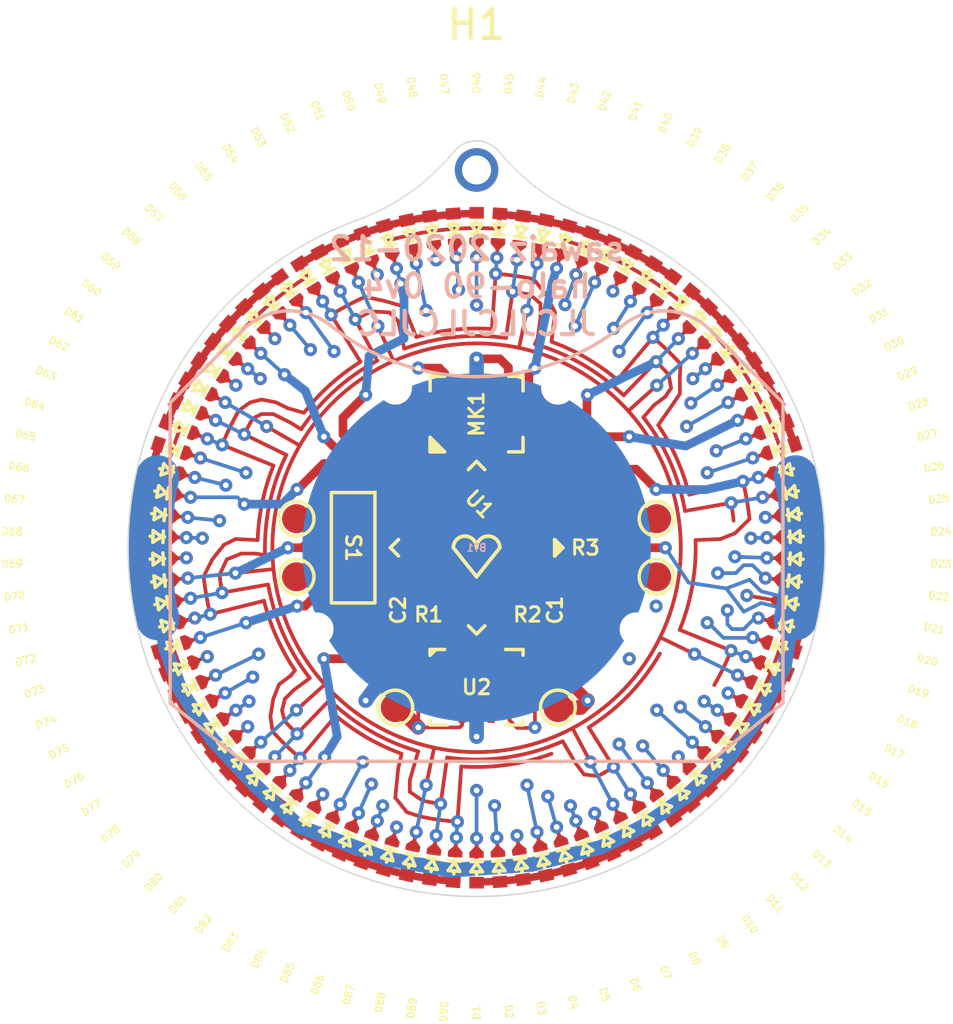
<source format=kicad_pcb>
(kicad_pcb (version 20200922) (generator pcbnew)
  (title_block (rev "1"))
  (layers (0 "F.Cu" signal "Front") (1 "In1.Cu" signal) (2 "In2.Cu" signal) (31 "B.Cu" signal "Back") (34 "B.Paste" user) (35 "F.Paste" user) (36 "B.SilkS" user "B.Silkscreen") (37 "F.SilkS" user "F.Silkscreen") (38 "B.Mask" user) (39 "F.Mask" user) (44 "Edge.Cuts" user))
  (net 0 "")
  (net 1 "+3V")
  (net 2 "GND")
  (net 3 "CPX-0")
  (net 4 "CPX-9")
  (net 5 "CPX-8")
  (net 6 "CPX-7")
  (net 7 "CPX-6")
  (net 8 "CPX-5")
  (net 9 "CPX-4")
  (net 10 "CPX-3")
  (net 11 "CPX-2")
  (net 12 "CPX-1")
  (net 13 "Net-(TP2-Pad1)")
  (net 14 "SDA")
  (net 15 "SCL")
  (net 16 "Net-(R3-Pad2)")
  (net 17 "XL-INT2")
  (net 18 "XL-INT1")
  (net 19 "MIC")
  (net 20 "TX")
  (net 21 "RX")
  (net 22 "SW-B")
  (net 23 "SW-A")
  (module "tooling:TestPoint_Pad_D1.0mm" (layer "F.Cu") (at -6.2 1)
    (fp_text reference "TP6" hide)
    (fp_text value "RX" hide)
    (pad "1" smd circle (at 0 0) (size 1 1) (layers "F.Cu" "F.Mask") (net 21 "RX"))
  )
  (module "BL-HUB37A-AV-TRB:D-0402" (layer "F.Cu") (at 9.8867 -4.8221 26)
    (fp_text reference "D30" (at 5 0 26) (layer "F.SilkS") (effects (font (size 0.25 0.25) (thickness 0.05))))
    (fp_text value "LED" hide)
    (pad "1" smd roundrect (at -0.525 0 26) (size 0.4 0.5) (layers "F.Cu" "F.Paste" "F.Mask") (roundrect_rratio 0.1) (chamfer_ratio 0.5) (chamfer top_left bottom_left) (net 6 "CPX-7"))
    (pad "2" smd rect (at 0.525 0 206) (size 0.4 0.5) (layers "F.Cu" "F.Paste" "F.Mask") (net 10 "CPX-3"))
  )
  (module "BL-HUB37A-AV-TRB:D-0402" (layer "F.Cu") (at -10.9397 1.1498 -174)
    (fp_text reference "D70" (at 4.999998 0 -174) (layer "F.SilkS") (effects (font (size 0.25 0.25) (thickness 0.05))))
    (fp_text value "LED" hide)
    (pad "1" smd roundrect (at -0.525 0 186) (size 0.4 0.5) (layers "F.Cu" "F.Paste" "F.Mask") (roundrect_rratio 0.1) (chamfer_ratio 0.5) (chamfer top_left bottom_left) (net 11 "CPX-2"))
    (pad "2" smd rect (at 0.525 0 6) (size 0.4 0.5) (layers "F.Cu" "F.Paste" "F.Mask") (net 6 "CPX-7"))
  )
  (module "BL-HUB37A-AV-TRB:D-0402" (layer "F.Cu") (at -2.287 -10.7596 102)
    (fp_text reference "D49" (at 5 0 102) (layer "F.SilkS") (effects (font (size 0.25 0.25) (thickness 0.05))))
    (fp_text value "LED" hide)
    (pad "1" smd roundrect (at -0.525 0 102) (size 0.4 0.5) (layers "F.Cu" "F.Paste" "F.Mask") (roundrect_rratio 0.1) (chamfer_ratio 0.5) (chamfer top_left bottom_left) (net 7 "CPX-6"))
    (pad "2" smd rect (at 0.525 0 282) (size 0.4 0.5) (layers "F.Cu" "F.Paste" "F.Mask") (net 8 "CPX-5"))
  )
  (module "passives:R-0402" (layer "F.Cu") (at 5.1 0 180)
    (fp_text reference "R3" (at 0.8 0) (layer "F.SilkS") (effects (font (size 0.5 0.5) (thickness 0.1)) (justify right)))
    (fp_text value "10k" hide)
    (pad "1" smd roundrect (at -0.5 0 180) (size 0.6 0.6) (layers "F.Cu" "F.Paste" "F.Mask") (net 1 "+3V"))
    (pad "2" smd roundrect (at 0.5 0 180) (size 0.6 0.6) (layers "F.Cu" "F.Paste" "F.Mask") (net 16 "Net-(R3-Pad2)"))
  )
  (module "STM8L15xxx:UFQFPN28" (layer "F.Cu") (at 0 0 -135)
    (fp_text reference "U1" (at -1.131371 0.989949 -45 unlocked) (layer "F.SilkS") (effects (font (size 0.5 0.5) (thickness 0.1))))
    (fp_text value "UFQFPN28" hide)
    (pad "1" smd roundrect (at -1.9 -1.5 315) (size 0.3 0.5) (layers "F.Cu" "F.Paste" "F.Mask") (chamfer_ratio 0.5) (chamfer bottom_right) (net 16 "Net-(R3-Pad2)"))
    (pad "2" smd roundrect (at -1.9 -1 315) (size 0.3 0.5) (layers "F.Cu" "F.Paste" "F.Mask") (chamfer_ratio 0.25) (chamfer) (net 3 "CPX-0"))
    (pad "3" smd roundrect (at -1.9 -0.5 315) (size 0.3 0.5) (layers "F.Cu" "F.Paste" "F.Mask") (chamfer_ratio 0.25) (chamfer) (net 6 "CPX-7"))
    (pad "4" smd roundrect (at -1.9 0 315) (size 0.3 0.5) (layers "F.Cu" "F.Paste" "F.Mask") (chamfer_ratio 0.25) (chamfer) (net 12 "CPX-1"))
    (pad "5" smd roundrect (at -1.9 0.5 315) (size 0.3 0.5) (layers "F.Cu" "F.Paste" "F.Mask") (chamfer_ratio 0.25) (chamfer) (net 10 "CPX-3"))
    (pad "6" smd roundrect (at -1.9 1 315) (size 0.3 0.5) (layers "F.Cu" "F.Paste" "F.Mask") (chamfer_ratio 0.25) (chamfer))
    (pad "7" smd roundrect (at -1.9 1.5 315) (size 0.3 0.5) (layers "F.Cu" "F.Paste" "F.Mask") (chamfer_ratio 0.5) (chamfer bottom_left) (net 1 "+3V"))
    (pad "8" smd roundrect (at -1.5 1.9 45) (size 0.3 0.5) (layers "F.Cu" "F.Paste" "F.Mask") (chamfer_ratio 0.5) (chamfer bottom_right) (net 19 "MIC"))
    (pad "9" smd roundrect (at -1 1.9 45) (size 0.3 0.5) (layers "F.Cu" "F.Paste" "F.Mask") (chamfer_ratio 0.25) (chamfer) (net 9 "CPX-4"))
    (pad "10" smd roundrect (at -0.5 1.9 45) (size 0.3 0.5) (layers "F.Cu" "F.Paste" "F.Mask") (chamfer_ratio 0.25) (chamfer) (net 8 "CPX-5"))
    (pad "11" smd roundrect (at 0 1.9 45) (size 0.3 0.5) (layers "F.Cu" "F.Paste" "F.Mask") (chamfer_ratio 0.25) (chamfer) (net 7 "CPX-6"))
    (pad "12" smd roundrect (at 0.5 1.9 45) (size 0.3 0.5) (layers "F.Cu" "F.Paste" "F.Mask") (chamfer_ratio 0.25) (chamfer))
    (pad "13" smd roundrect (at 1 1.9 45) (size 0.3 0.5) (layers "F.Cu" "F.Paste" "F.Mask") (chamfer_ratio 0.25) (chamfer) (net 23 "SW-A"))
    (pad "14" smd roundrect (at 1.5 1.9 45) (size 0.3 0.5) (layers "F.Cu" "F.Paste" "F.Mask") (chamfer_ratio 0.5) (chamfer bottom_left) (net 20 "TX"))
    (pad "15" smd roundrect (at 1.9 1.5 135) (size 0.3 0.5) (layers "F.Cu" "F.Paste" "F.Mask") (chamfer_ratio 0.5) (chamfer bottom_right) (net 11 "CPX-2"))
    (pad "16" smd roundrect (at 1.9 1 135) (size 0.3 0.5) (layers "F.Cu" "F.Paste" "F.Mask") (chamfer_ratio 0.25) (chamfer) (net 21 "RX"))
    (pad "17" smd roundrect (at 1.9 0.5 135) (size 0.3 0.5) (layers "F.Cu" "F.Paste" "F.Mask") (chamfer_ratio 0.25) (chamfer) (net 4 "CPX-9"))
    (pad "18" smd roundrect (at 1.9 0 135) (size 0.3 0.5) (layers "F.Cu" "F.Paste" "F.Mask") (chamfer_ratio 0.25) (chamfer) (net 22 "SW-B"))
    (pad "19" smd roundrect (at 1.9 -0.5 135) (size 0.3 0.5) (layers "F.Cu" "F.Paste" "F.Mask") (chamfer_ratio 0.25) (chamfer) (net 5 "CPX-8"))
    (pad "20" smd roundrect (at 1.9 -1 135) (size 0.3 0.5) (layers "F.Cu" "F.Paste" "F.Mask") (chamfer_ratio 0.25) (chamfer) (net 18 "XL-INT1"))
    (pad "21" smd roundrect (at 1.9 -1.5 135) (size 0.3 0.5) (layers "F.Cu" "F.Paste" "F.Mask") (chamfer_ratio 0.5) (chamfer bottom_left) (net 14 "SDA"))
    (pad "22" smd roundrect (at 1.5 -1.9 225) (size 0.3 0.5) (layers "F.Cu" "F.Paste" "F.Mask") (chamfer_ratio 0.5) (chamfer bottom_right) (net 15 "SCL"))
    (pad "23" smd roundrect (at 1 -1.9 225) (size 0.3 0.5) (layers "F.Cu" "F.Paste" "F.Mask") (chamfer_ratio 0.25) (chamfer) (net 21 "RX"))
    (pad "24" smd roundrect (at 0.5 -1.9 225) (size 0.3 0.5) (layers "F.Cu" "F.Paste" "F.Mask") (chamfer_ratio 0.25) (chamfer) (net 20 "TX"))
    (pad "25" smd roundrect (at 0 -1.9 225) (size 0.3 0.5) (layers "F.Cu" "F.Paste" "F.Mask") (chamfer_ratio 0.25) (chamfer) (net 17 "XL-INT2"))
    (pad "26" smd roundrect (at -0.5 -1.9 225) (size 0.3 0.5) (layers "F.Cu" "F.Paste" "F.Mask") (chamfer_ratio 0.25) (chamfer))
    (pad "27" smd roundrect (at -1 -1.9 225) (size 0.3 0.5) (layers "F.Cu" "F.Paste" "F.Mask") (chamfer_ratio 0.25) (chamfer))
    (pad "28" smd roundrect (at -1.5 -1.9 225) (size 0.3 0.5) (layers "F.Cu" "F.Paste" "F.Mask") (chamfer_ratio 0.5) (chamfer bottom_left) (net 13 "Net-(TP2-Pad1)"))
  )
  (module "BL-HUB37A-AV-TRB:D-0402" (layer "F.Cu") (at 7.6412 7.9127 -46)
    (fp_text reference "D12" (at 5 0 -46) (layer "F.SilkS") (effects (font (size 0.25 0.25) (thickness 0.05))))
    (fp_text value "LED" hide)
    (pad "1" smd roundrect (at -0.525 0 314) (size 0.4 0.5) (layers "F.Cu" "F.Paste" "F.Mask") (roundrect_rratio 0.1) (chamfer_ratio 0.5) (chamfer top_left bottom_left) (net 6 "CPX-7"))
    (pad "2" smd rect (at 0.525 0 134) (size 0.4 0.5) (layers "F.Cu" "F.Paste" "F.Mask") (net 12 "CPX-1"))
  )
  (module "BL-HUB37A-AV-TRB:D-0402" (layer "F.Cu") (at -9.5263 5.5 -150)
    (fp_text reference "D76" (at 5 0 -150) (layer "F.SilkS") (effects (font (size 0.25 0.25) (thickness 0.05))))
    (fp_text value "LED" hide)
    (pad "1" smd roundrect (at -0.525 0 210) (size 0.4 0.5) (layers "F.Cu" "F.Paste" "F.Mask") (roundrect_rratio 0.1) (chamfer_ratio 0.5) (chamfer top_left bottom_left) (net 8 "CPX-5"))
    (pad "2" smd rect (at 0.525 0 30) (size 0.4 0.5) (layers "F.Cu" "F.Paste" "F.Mask") (net 5 "CPX-8"))
  )
  (module "BL-HUB37A-AV-TRB:D-0402" (layer "F.Cu") (at 2.287 -10.7596 78)
    (fp_text reference "D43" (at 5 0 78) (layer "F.SilkS") (effects (font (size 0.25 0.25) (thickness 0.05))))
    (fp_text value "LED" hide)
    (pad "1" smd roundrect (at -0.525 0 78) (size 0.4 0.5) (layers "F.Cu" "F.Paste" "F.Mask") (roundrect_rratio 0.1) (chamfer_ratio 0.5) (chamfer top_left bottom_left) (net 11 "CPX-2"))
    (pad "2" smd rect (at 0.525 0 258) (size 0.4 0.5) (layers "F.Cu" "F.Paste" "F.Mask") (net 9 "CPX-4"))
  )
  (module "BL-HUB37A-AV-TRB:D-0402" (layer "F.Cu") (at 10.8329 1.9101 -10)
    (fp_text reference "D21" (at 5 0 -10) (layer "F.SilkS") (effects (font (size 0.25 0.25) (thickness 0.05))))
    (fp_text value "LED" hide)
    (pad "1" smd roundrect (at -0.525 0 350) (size 0.4 0.5) (layers "F.Cu" "F.Paste" "F.Mask") (roundrect_rratio 0.1) (chamfer_ratio 0.5) (chamfer top_left bottom_left) (net 6 "CPX-7"))
    (pad "2" smd rect (at 0.525 0 170) (size 0.4 0.5) (layers "F.Cu" "F.Paste" "F.Mask") (net 11 "CPX-2"))
  )
  (module "BL-HUB37A-AV-TRB:D-0402" (layer "F.Cu") (at -10.9397 -1.1498 174)
    (fp_text reference "D67" (at 4.999998 0 174) (layer "F.SilkS") (effects (font (size 0.25 0.25) (thickness 0.05))))
    (fp_text value "LED" hide)
    (pad "1" smd roundrect (at -0.525 0 174) (size 0.4 0.5) (layers "F.Cu" "F.Paste" "F.Mask") (roundrect_rratio 0.1) (chamfer_ratio 0.5) (chamfer top_left bottom_left) (net 8 "CPX-5"))
    (pad "2" smd rect (at 0.525 0 354) (size 0.4 0.5) (layers "F.Cu" "F.Paste" "F.Mask") (net 6 "CPX-7"))
  )
  (module "BL-HUB37A-AV-TRB:D-0402" (layer "F.Cu") (at -0.7673 -10.9732 94)
    (fp_text reference "D47" (at 5 0 94) (layer "F.SilkS") (effects (font (size 0.25 0.25) (thickness 0.05))))
    (fp_text value "LED" hide)
    (pad "1" smd roundrect (at -0.525 0 94) (size 0.4 0.5) (layers "F.Cu" "F.Paste" "F.Mask") (roundrect_rratio 0.1) (chamfer_ratio 0.5) (chamfer top_left bottom_left) (net 5 "CPX-8"))
    (pad "2" smd rect (at 0.525 0 274) (size 0.4 0.5) (layers "F.Cu" "F.Paste" "F.Mask") (net 8 "CPX-5"))
  )
  (module "BL-HUB37A-AV-TRB:D-0402" (layer "F.Cu") (at -5.8291 9.3285 -122)
    (fp_text reference "D83" (at 4.999999 0 -122) (layer "F.SilkS") (effects (font (size 0.25 0.25) (thickness 0.05))))
    (fp_text value "LED" hide)
    (pad "1" smd roundrect (at -0.525 0 238) (size 0.4 0.5) (layers "F.Cu" "F.Paste" "F.Mask") (roundrect_rratio 0.1) (chamfer_ratio 0.5) (chamfer top_left bottom_left) (net 6 "CPX-7"))
    (pad "2" smd rect (at 0.525 0 58) (size 0.4 0.5) (layers "F.Cu" "F.Paste" "F.Mask") (net 4 "CPX-9"))
  )
  (module "BL-HUB37A-AV-TRB:D-0402" (layer "F.Cu") (at -0.7673 10.9732 -94)
    (fp_text reference "D90" (at 5 0 -94) (layer "F.SilkS") (effects (font (size 0.25 0.25) (thickness 0.05))))
    (fp_text value "LED" hide)
    (pad "1" smd roundrect (at -0.525 0 266) (size 0.4 0.5) (layers "F.Cu" "F.Paste" "F.Mask") (roundrect_rratio 0.1) (chamfer_ratio 0.5) (chamfer top_left bottom_left) (net 3 "CPX-0"))
    (pad "2" smd rect (at 0.525 0 86) (size 0.4 0.5) (layers "F.Cu" "F.Paste" "F.Mask") (net 4 "CPX-9"))
  )
  (module "BL-HUB37A-AV-TRB:D-0402" (layer "F.Cu") (at 9.5263 -5.5 30)
    (fp_text reference "D31" (at 5 0 30) (layer "F.SilkS") (effects (font (size 0.25 0.25) (thickness 0.05))))
    (fp_text value "LED" hide)
    (pad "1" smd roundrect (at -0.525 0 30) (size 0.4 0.5) (layers "F.Cu" "F.Paste" "F.Mask") (roundrect_rratio 0.1) (chamfer_ratio 0.5) (chamfer top_left bottom_left) (net 7 "CPX-6"))
    (pad "2" smd rect (at 0.525 0 210) (size 0.4 0.5) (layers "F.Cu" "F.Paste" "F.Mask") (net 10 "CPX-3"))
  )
  (module "tooling:1.152mm-ToolingHole" (layer "F.Cu") (at -2.8 -5.5)
    (fp_text reference "MH2" hide)
    (fp_text value "toolingHole" hide)
    (pad "" np_thru_hole circle (at 0 0) (size 1.152 1.152) (drill 1.152) (layers *.Cu *.Mask))
  )
  (module "passives:C-0402" (layer "F.Cu") (at 2.7 3.6 -90)
    (fp_text reference "C1" (at -0.9 0 90) (layer "F.SilkS") (effects (font (size 0.5 0.5) (thickness 0.1)) (justify left)))
    (fp_text value "0u1" hide)
    (pad "1" smd roundrect (at -0.5 0 270) (size 0.6 0.6) (layers "F.Cu" "F.Paste" "F.Mask") (net 1 "+3V"))
    (pad "2" smd roundrect (at 0.5 0 270) (size 0.6 0.6) (layers "F.Cu" "F.Paste" "F.Mask") (net 2 "GND"))
  )
  (module "BL-HUB37A-AV-TRB:D-0402" (layer "F.Cu") (at -3.032 -10.5739 106)
    (fp_text reference "D50" (at 5 0 106) (layer "F.SilkS") (effects (font (size 0.25 0.25) (thickness 0.05))))
    (fp_text value "LED" hide)
    (pad "1" smd roundrect (at -0.525 0 106) (size 0.4 0.5) (layers "F.Cu" "F.Paste" "F.Mask") (roundrect_rratio 0.1) (chamfer_ratio 0.5) (chamfer top_left bottom_left) (net 9 "CPX-4"))
    (pad "2" smd rect (at 0.525 0 286) (size 0.4 0.5) (layers "F.Cu" "F.Paste" "F.Mask") (net 8 "CPX-5"))
  )
  (module "BL-HUB37A-AV-TRB:D-0402" (layer "F.Cu") (at -3.7622 -10.3366 110)
    (fp_text reference "D51" (at 5 0 110) (layer "F.SilkS") (effects (font (size 0.25 0.25) (thickness 0.05))))
    (fp_text value "LED" hide)
    (pad "1" smd roundrect (at -0.525 0 110) (size 0.4 0.5) (layers "F.Cu" "F.Paste" "F.Mask") (roundrect_rratio 0.1) (chamfer_ratio 0.5) (chamfer top_left bottom_left) (net 10 "CPX-3"))
    (pad "2" smd rect (at 0.525 0 290) (size 0.4 0.5) (layers "F.Cu" "F.Paste" "F.Mask") (net 8 "CPX-5"))
  )
  (module "LSM6DSM:LGA-14_3x2.5mm_6-6" (layer "F.Cu") (at 0 4.8)
    (fp_text reference "U2" (at 0 0) (layer "F.SilkS") (effects (font (size 0.5 0.5) (thickness 0.1))))
    (fp_text value "LSM6DSM" hide)
    (pad "1" smd custom (at -1.1375 -0.75) (size 0.25 0.25) (layers "F.Cu" "F.Paste" "F.Mask") (net 1 "+3V") (options (clearance outline) (anchor circle)) (primitives (gr_poly (pts (xy -0.3375 -0.125) (xy 0.2125 -0.125) (xy 0.3375 0) (xy 0.3375 0.125) (xy -0.3375 0.125)) (width 0))))
    (pad "2" smd rect (at -1.1375 -0.25) (size 0.675 0.25) (layers "F.Cu" "F.Paste" "F.Mask") (net 1 "+3V"))
    (pad "3" smd rect (at -1.1375 0.25) (size 0.675 0.25) (layers "F.Cu" "F.Paste" "F.Mask") (net 1 "+3V"))
    (pad "4" smd rect (at -1.1375 0.75 90) (size 0.25 0.675) (layers "F.Cu" "F.Paste" "F.Mask") (net 18 "XL-INT1"))
    (pad "5" smd rect (at -0.5 0.8875 180) (size 0.25 0.675) (layers "F.Cu" "F.Paste" "F.Mask") (net 1 "+3V"))
    (pad "6" smd rect (at 0 0.8875 90) (size 0.675 0.25) (layers "F.Cu" "F.Paste" "F.Mask") (net 2 "GND"))
    (pad "7" smd rect (at 0.5 0.8875 180) (size 0.25 0.675) (layers "F.Cu" "F.Paste" "F.Mask") (net 2 "GND"))
    (pad "8" smd rect (at 1.1375 0.75 90) (size 0.25 0.675) (layers "F.Cu" "F.Paste" "F.Mask") (net 1 "+3V"))
    (pad "9" smd rect (at 1.1375 0.25) (size 0.675 0.25) (layers "F.Cu" "F.Paste" "F.Mask") (net 17 "XL-INT2"))
    (pad "10" smd rect (at 1.1375 -0.25) (size 0.675 0.25) (layers "F.Cu" "F.Paste" "F.Mask"))
    (pad "11" smd rect (at 1.1375 -0.75 90) (size 0.25 0.675) (layers "F.Cu" "F.Paste" "F.Mask"))
    (pad "12" smd rect (at 0.5 -0.8875 180) (size 0.25 0.675) (layers "F.Cu" "F.Paste" "F.Mask") (net 1 "+3V"))
    (pad "13" smd rect (at 0 -0.8875 270) (size 0.675 0.25) (layers "F.Cu" "F.Paste" "F.Mask") (net 15 "SCL"))
    (pad "14" smd rect (at -0.5 -0.8875 180) (size 0.25 0.675) (layers "F.Cu" "F.Paste" "F.Mask") (net 14 "SDA"))
  )
  (module "BL-HUB37A-AV-TRB:D-0402" (layer "F.Cu") (at 9.1194 -6.1511 34)
    (fp_text reference "D32" (at 5 0 34) (layer "F.SilkS") (effects (font (size 0.25 0.25) (thickness 0.05))))
    (fp_text value "LED" hide)
    (pad "1" smd roundrect (at -0.525 0 34) (size 0.4 0.5) (layers "F.Cu" "F.Paste" "F.Mask") (roundrect_rratio 0.1) (chamfer_ratio 0.5) (chamfer top_left bottom_left) (net 8 "CPX-5"))
    (pad "2" smd rect (at 0.525 0 214) (size 0.4 0.5) (layers "F.Cu" "F.Paste" "F.Mask") (net 10 "CPX-3"))
  )
  (module "BL-HUB37A-AV-TRB:D-0402" (layer "F.Cu") (at 4.4741 -10.049 66)
    (fp_text reference "D40" (at 5 0 66) (layer "F.SilkS") (effects (font (size 0.25 0.25) (thickness 0.05))))
    (fp_text value "LED" hide)
    (pad "1" smd roundrect (at -0.525 0 66) (size 0.4 0.5) (layers "F.Cu" "F.Paste" "F.Mask") (roundrect_rratio 0.1) (chamfer_ratio 0.5) (chamfer top_left bottom_left) (net 7 "CPX-6"))
    (pad "2" smd rect (at 0.525 0 246) (size 0.4 0.5) (layers "F.Cu" "F.Paste" "F.Mask") (net 9 "CPX-4"))
  )
  (module "BL-HUB37A-AV-TRB:D-0402" (layer "F.Cu") (at 10.8329 -1.9101 10)
    (fp_text reference "D26" (at 5 0 10) (layer "F.SilkS") (effects (font (size 0.25 0.25) (thickness 0.05))))
    (fp_text value "LED" hide)
    (pad "1" smd roundrect (at -0.525 0 10) (size 0.4 0.5) (layers "F.Cu" "F.Paste" "F.Mask") (roundrect_rratio 0.1) (chamfer_ratio 0.5) (chamfer top_left bottom_left) (net 12 "CPX-1"))
    (pad "2" smd rect (at 0.525 0 190) (size 0.4 0.5) (layers "F.Cu" "F.Paste" "F.Mask") (net 11 "CPX-2"))
  )
  (module "BL-HUB37A-AV-TRB:D-0402" (layer "F.Cu") (at 8.6681 -6.7723 38)
    (fp_text reference "D33" (at 5 0 38) (layer "F.SilkS") (effects (font (size 0.25 0.25) (thickness 0.05))))
    (fp_text value "LED" hide)
    (pad "1" smd roundrect (at -0.525 0 38) (size 0.4 0.5) (layers "F.Cu" "F.Paste" "F.Mask") (roundrect_rratio 0.1) (chamfer_ratio 0.5) (chamfer top_left bottom_left) (net 9 "CPX-4"))
    (pad "2" smd rect (at 0.525 0 218) (size 0.4 0.5) (layers "F.Cu" "F.Paste" "F.Mask") (net 10 "CPX-3"))
  )
  (module "BL-HUB37A-AV-TRB:D-0402" (layer "F.Cu") (at 7.0707 -8.4265 50)
    (fp_text reference "D36" (at 5 0 50) (layer "F.SilkS") (effects (font (size 0.25 0.25) (thickness 0.05))))
    (fp_text value "LED" hide)
    (pad "1" smd roundrect (at -0.525 0 50) (size 0.4 0.5) (layers "F.Cu" "F.Paste" "F.Mask") (roundrect_rratio 0.1) (chamfer_ratio 0.5) (chamfer top_left bottom_left) (net 3 "CPX-0"))
    (pad "2" smd rect (at 0.525 0 230) (size 0.4 0.5) (layers "F.Cu" "F.Paste" "F.Mask") (net 10 "CPX-3"))
  )
  (module "BL-HUB37A-AV-TRB:D-0402" (layer "F.Cu") (at 8.1746 -7.3604 42)
    (fp_text reference "D34" (at 5 0 42) (layer "F.SilkS") (effects (font (size 0.25 0.25) (thickness 0.05))))
    (fp_text value "LED" hide)
    (pad "1" smd roundrect (at -0.525 0 42) (size 0.4 0.5) (layers "F.Cu" "F.Paste" "F.Mask") (roundrect_rratio 0.1) (chamfer_ratio 0.5) (chamfer top_left bottom_left) (net 11 "CPX-2"))
    (pad "2" smd rect (at 0.525 0 222) (size 0.4 0.5) (layers "F.Cu" "F.Paste" "F.Mask") (net 10 "CPX-3"))
  )
  (module "BL-HUB37A-AV-TRB:D-0402" (layer "F.Cu") (at 10.6733 2.6611 -14)
    (fp_text reference "D20" (at 5 -0.000001 -14) (layer "F.SilkS") (effects (font (size 0.25 0.25) (thickness 0.05))))
    (fp_text value "LED" hide)
    (pad "1" smd roundrect (at -0.525 0 346) (size 0.4 0.5) (layers "F.Cu" "F.Paste" "F.Mask") (roundrect_rratio 0.1) (chamfer_ratio 0.5) (chamfer top_left bottom_left) (net 5 "CPX-8"))
    (pad "2" smd rect (at 0.525 0 166) (size 0.4 0.5) (layers "F.Cu" "F.Paste" "F.Mask") (net 11 "CPX-2"))
  )
  (module "BL-HUB37A-AV-TRB:D-0402" (layer "F.Cu") (at -3.032 10.5739 -106)
    (fp_text reference "D87" (at 5 0 -106) (layer "F.SilkS") (effects (font (size 0.25 0.25) (thickness 0.05))))
    (fp_text value "LED" hide)
    (pad "1" smd roundrect (at -0.525 0 254) (size 0.4 0.5) (layers "F.Cu" "F.Paste" "F.Mask") (roundrect_rratio 0.1) (chamfer_ratio 0.5) (chamfer top_left bottom_left) (net 10 "CPX-3"))
    (pad "2" smd rect (at 0.525 0 74) (size 0.4 0.5) (layers "F.Cu" "F.Paste" "F.Mask") (net 4 "CPX-9"))
  )
  (module "BL-HUB37A-AV-TRB:D-0402" (layer "F.Cu") (at -9.8867 -4.8221 154)
    (fp_text reference "D62" (at 5 0 154) (layer "F.SilkS") (effects (font (size 0.25 0.25) (thickness 0.05))))
    (fp_text value "LED" hide)
    (pad "1" smd roundrect (at -0.525 0 154) (size 0.4 0.5) (layers "F.Cu" "F.Paste" "F.Mask") (roundrect_rratio 0.1) (chamfer_ratio 0.5) (chamfer top_left bottom_left) (net 12 "CPX-1"))
    (pad "2" smd rect (at 0.525 0 334) (size 0.4 0.5) (layers "F.Cu" "F.Paste" "F.Mask") (net 7 "CPX-6"))
  )
  (module "BL-HUB37A-AV-TRB:D-0402" (layer "F.Cu") (at -1.5309 10.8929 -98)
    (fp_text reference "D89" (at 5 0.000001 -98) (layer "F.SilkS") (effects (font (size 0.25 0.25) (thickness 0.05))))
    (fp_text value "LED" hide)
    (pad "1" smd roundrect (at -0.525 0 262) (size 0.4 0.5) (layers "F.Cu" "F.Paste" "F.Mask") (roundrect_rratio 0.1) (chamfer_ratio 0.5) (chamfer top_left bottom_left) (net 12 "CPX-1"))
    (pad "2" smd rect (at 0.525 0 82) (size 0.4 0.5) (layers "F.Cu" "F.Paste" "F.Mask") (net 4 "CPX-9"))
  )
  (module "BL-HUB37A-AV-TRB:D-0402" (layer "F.Cu") (at 10.9397 -1.1498 6)
    (fp_text reference "D25" (at 4.999998 0 6) (layer "F.SilkS") (effects (font (size 0.25 0.25) (thickness 0.05))))
    (fp_text value "LED" hide)
    (pad "1" smd roundrect (at -0.525 0 6) (size 0.4 0.5) (layers "F.Cu" "F.Paste" "F.Mask") (roundrect_rratio 0.1) (chamfer_ratio 0.5) (chamfer top_left bottom_left) (net 10 "CPX-3"))
    (pad "2" smd rect (at 0.525 0 186) (size 0.4 0.5) (layers "F.Cu" "F.Paste" "F.Mask") (net 11 "CPX-2"))
  )
  (module "BL-HUB37A-AV-TRB:D-0402" (layer "F.Cu") (at 10.4616 -3.3992 18)
    (fp_text reference "D28" (at 5 0 18) (layer "F.SilkS") (effects (font (size 0.25 0.25) (thickness 0.05))))
    (fp_text value "LED" hide)
    (pad "1" smd roundrect (at -0.525 0 18) (size 0.4 0.5) (layers "F.Cu" "F.Paste" "F.Mask") (roundrect_rratio 0.1) (chamfer_ratio 0.5) (chamfer top_left bottom_left) (net 4 "CPX-9"))
    (pad "2" smd rect (at 0.525 0 198) (size 0.4 0.5) (layers "F.Cu" "F.Paste" "F.Mask") (net 10 "CPX-3"))
  )
  (module "BL-HUB37A-AV-TRB:D-0402" (layer "F.Cu") (at -10.8329 1.9101 -170)
    (fp_text reference "D71" (at 5 0 -170) (layer "F.SilkS") (effects (font (size 0.25 0.25) (thickness 0.05))))
    (fp_text value "LED" hide)
    (pad "1" smd roundrect (at -0.525 0 190) (size 0.4 0.5) (layers "F.Cu" "F.Paste" "F.Mask") (roundrect_rratio 0.1) (chamfer_ratio 0.5) (chamfer top_left bottom_left) (net 12 "CPX-1"))
    (pad "2" smd rect (at 0.525 0 10) (size 0.4 0.5) (layers "F.Cu" "F.Paste" "F.Mask") (net 6 "CPX-7"))
  )
  (module "BL-HUB37A-AV-TRB:D-0402" (layer "F.Cu") (at 3.032 -10.5739 74)
    (fp_text reference "D42" (at 5 0 74) (layer "F.SilkS") (effects (font (size 0.25 0.25) (thickness 0.05))))
    (fp_text value "LED" hide)
    (pad "1" smd roundrect (at -0.525 0 74) (size 0.4 0.5) (layers "F.Cu" "F.Paste" "F.Mask") (roundrect_rratio 0.1) (chamfer_ratio 0.5) (chamfer top_left bottom_left) (net 10 "CPX-3"))
    (pad "2" smd rect (at 0.525 0 254) (size 0.4 0.5) (layers "F.Cu" "F.Paste" "F.Mask") (net 9 "CPX-4"))
  )
  (module "BL-HUB37A-AV-TRB:D-0402" (layer "F.Cu") (at -8.6681 -6.7723 142)
    (fp_text reference "D59" (at 5 0 142) (layer "F.SilkS") (effects (font (size 0.25 0.25) (thickness 0.05))))
    (fp_text value "LED" hide)
    (pad "1" smd roundrect (at -0.525 0 142) (size 0.4 0.5) (layers "F.Cu" "F.Paste" "F.Mask") (roundrect_rratio 0.1) (chamfer_ratio 0.5) (chamfer top_left bottom_left) (net 9 "CPX-4"))
    (pad "2" smd rect (at 0.525 0 322) (size 0.4 0.5) (layers "F.Cu" "F.Paste" "F.Mask") (net 7 "CPX-6"))
  )
  (module "passives:C-0402" (layer "F.Cu") (at -2.7 3.6 -90)
    (fp_text reference "C2" (at -0.9 0 90) (layer "F.SilkS") (effects (font (size 0.5 0.5) (thickness 0.1)) (justify left)))
    (fp_text value "1u" hide)
    (pad "1" smd roundrect (at -0.5 0 270) (size 0.6 0.6) (layers "F.Cu" "F.Paste" "F.Mask") (net 1 "+3V"))
    (pad "2" smd roundrect (at 0.5 0 270) (size 0.6 0.6) (layers "F.Cu" "F.Paste" "F.Mask") (net 2 "GND"))
  )
  (module "BL-HUB37A-AV-TRB:D-0402" (layer "F.Cu") (at -4.4741 10.049 -114)
    (fp_text reference "D85" (at 5 0 -114) (layer "F.SilkS") (effects (font (size 0.25 0.25) (thickness 0.05))))
    (fp_text value "LED" hide)
    (pad "1" smd roundrect (at -0.525 0 246) (size 0.4 0.5) (layers "F.Cu" "F.Paste" "F.Mask") (roundrect_rratio 0.1) (chamfer_ratio 0.5) (chamfer top_left bottom_left) (net 8 "CPX-5"))
    (pad "2" smd rect (at 0.525 0 66) (size 0.4 0.5) (layers "F.Cu" "F.Paste" "F.Mask") (net 4 "CPX-9"))
  )
  (module "BL-HUB37A-AV-TRB:D-0402" (layer "F.Cu") (at 7.0707 8.4265 -50)
    (fp_text reference "D11" (at 5 0 -50) (layer "F.SilkS") (effects (font (size 0.25 0.25) (thickness 0.05))))
    (fp_text value "LED" hide)
    (pad "1" smd roundrect (at -0.525 0 310) (size 0.4 0.5) (layers "F.Cu" "F.Paste" "F.Mask") (roundrect_rratio 0.1) (chamfer_ratio 0.5) (chamfer top_left bottom_left) (net 5 "CPX-8"))
    (pad "2" smd rect (at 0.525 0 130) (size 0.4 0.5) (layers "F.Cu" "F.Paste" "F.Mask") (net 12 "CPX-1"))
  )
  (module "tooling:TestPoint_Pad_D1.0mm" (layer "F.Cu") (at -6.2 -1)
    (fp_text reference "TP1" hide)
    (fp_text value "TX" hide)
    (pad "1" smd circle (at 0 0) (size 1 1) (layers "F.Cu" "F.Mask") (net 20 "TX"))
  )
  (module "BL-HUB37A-AV-TRB:D-0402" (layer "F.Cu") (at 1.5309 -10.8929 82)
    (fp_text reference "D44" (at 5 0.000001 82) (layer "F.SilkS") (effects (font (size 0.25 0.25) (thickness 0.05))))
    (fp_text value "LED" hide)
    (pad "1" smd roundrect (at -0.525 0 82) (size 0.4 0.5) (layers "F.Cu" "F.Paste" "F.Mask") (roundrect_rratio 0.1) (chamfer_ratio 0.5) (chamfer top_left bottom_left) (net 12 "CPX-1"))
    (pad "2" smd rect (at 0.525 0 262) (size 0.4 0.5) (layers "F.Cu" "F.Paste" "F.Mask") (net 9 "CPX-4"))
  )
  (module "BL-HUB37A-AV-TRB:D-0402" (layer "F.Cu") (at 10.199 4.1207 -22)
    (fp_text reference "D18" (at 5 0 -22) (layer "F.SilkS") (effects (font (size 0.25 0.25) (thickness 0.05))))
    (fp_text value "LED" hide)
    (pad "1" smd roundrect (at -0.525 0 338) (size 0.4 0.5) (layers "F.Cu" "F.Paste" "F.Mask") (roundrect_rratio 0.1) (chamfer_ratio 0.5) (chamfer top_left bottom_left) (net 3 "CPX-0"))
    (pad "2" smd rect (at 0.525 0 158) (size 0.4 0.5) (layers "F.Cu" "F.Paste" "F.Mask") (net 12 "CPX-1"))
  )
  (module "tooling:TestPoint_Pad_D1.0mm" (layer "F.Cu") (at 2.8 5.5)
    (fp_text reference "TP3" hide)
    (fp_text value "GND" hide)
    (pad "1" smd circle (at 0 0) (size 1 1) (layers "F.Cu" "F.Mask") (net 2 "GND"))
  )
  (module "BL-HUB37A-AV-TRB:D-0402" (layer "F.Cu") (at 9.5263 5.5 -30)
    (fp_text reference "D16" (at 5 0 -30) (layer "F.SilkS") (effects (font (size 0.25 0.25) (thickness 0.05))))
    (fp_text value "LED" hide)
    (pad "1" smd roundrect (at -0.525 0 330) (size 0.4 0.5) (layers "F.Cu" "F.Paste" "F.Mask") (roundrect_rratio 0.1) (chamfer_ratio 0.5) (chamfer top_left bottom_left) (net 10 "CPX-3"))
    (pad "2" smd rect (at 0.525 0 150) (size 0.4 0.5) (layers "F.Cu" "F.Paste" "F.Mask") (net 12 "CPX-1"))
  )
  (module "BL-HUB37A-AV-TRB:D-0402" (layer "F.Cu") (at -6.4656 -8.8992 126)
    (fp_text reference "D55" (at 5 0 126) (layer "F.SilkS") (effects (font (size 0.25 0.25) (thickness 0.05))))
    (fp_text value "LED" hide)
    (pad "1" smd roundrect (at -0.525 0 126) (size 0.4 0.5) (layers "F.Cu" "F.Paste" "F.Mask") (roundrect_rratio 0.1) (chamfer_ratio 0.5) (chamfer top_left bottom_left) (net 4 "CPX-9"))
    (pad "2" smd rect (at 0.525 0 306) (size 0.4 0.5) (layers "F.Cu" "F.Paste" "F.Mask") (net 7 "CPX-6"))
  )
  (module "BL-HUB37A-AV-TRB:D-0402" (layer "F.Cu") (at -4.4741 -10.049 114)
    (fp_text reference "D52" (at 5 0 114) (layer "F.SilkS") (effects (font (size 0.25 0.25) (thickness 0.05))))
    (fp_text value "LED" hide)
    (pad "1" smd roundrect (at -0.525 0 114) (size 0.4 0.5) (layers "F.Cu" "F.Paste" "F.Mask") (roundrect_rratio 0.1) (chamfer_ratio 0.5) (chamfer top_left bottom_left) (net 11 "CPX-2"))
    (pad "2" smd rect (at 0.525 0 294) (size 0.4 0.5) (layers "F.Cu" "F.Paste" "F.Mask") (net 8 "CPX-5"))
  )
  (module "BL-HUB37A-AV-TRB:D-0402" (layer "F.Cu") (at 6.4656 8.8992 -54)
    (fp_text reference "D10" (at 5 0 -54) (layer "F.SilkS") (effects (font (size 0.25 0.25) (thickness 0.05))))
    (fp_text value "LED" hide)
    (pad "1" smd roundrect (at -0.525 0 306) (size 0.4 0.5) (layers "F.Cu" "F.Paste" "F.Mask") (roundrect_rratio 0.1) (chamfer_ratio 0.5) (chamfer top_left bottom_left) (net 4 "CPX-9"))
    (pad "2" smd rect (at 0.525 0 126) (size 0.4 0.5) (layers "F.Cu" "F.Paste" "F.Mask") (net 12 "CPX-1"))
  )
  (module "BL-HUB37A-AV-TRB:D-0402" (layer "F.Cu") (at -9.1194 6.1511 -146)
    (fp_text reference "D77" (at 5 0 -146) (layer "F.SilkS") (effects (font (size 0.25 0.25) (thickness 0.05))))
    (fp_text value "LED" hide)
    (pad "1" smd roundrect (at -0.525 0 214) (size 0.4 0.5) (layers "F.Cu" "F.Paste" "F.Mask") (roundrect_rratio 0.1) (chamfer_ratio 0.5) (chamfer top_left bottom_left) (net 9 "CPX-4"))
    (pad "2" smd rect (at 0.525 0 34) (size 0.4 0.5) (layers "F.Cu" "F.Paste" "F.Mask") (net 5 "CPX-8"))
  )
  (module "BL-HUB37A-AV-TRB:D-0402" (layer "F.Cu") (at -8.1746 -7.3604 138)
    (fp_text reference "D58" (at 5 0 138) (layer "F.SilkS") (effects (font (size 0.25 0.25) (thickness 0.05))))
    (fp_text value "LED" hide)
    (pad "1" smd roundrect (at -0.525 0 138) (size 0.4 0.5) (layers "F.Cu" "F.Paste" "F.Mask") (roundrect_rratio 0.1) (chamfer_ratio 0.5) (chamfer top_left bottom_left) (net 8 "CPX-5"))
    (pad "2" smd rect (at 0.525 0 318) (size 0.4 0.5) (layers "F.Cu" "F.Paste" "F.Mask") (net 7 "CPX-6"))
  )
  (module "tooling:TestPoint_Pad_D1.0mm" (layer "F.Cu") (at 6.2 1)
    (fp_text reference "TP2" hide)
    (fp_text value "SWIM" hide)
    (pad "1" smd circle (at 0 0) (size 1 1) (layers "F.Cu" "F.Mask") (net 13 "Net-(TP2-Pad1)"))
  )
  (module "BL-HUB37A-AV-TRB:D-0402" (layer "F.Cu") (at -10.4616 3.3992 -162)
    (fp_text reference "D73" (at 5 0 -162) (layer "F.SilkS") (effects (font (size 0.25 0.25) (thickness 0.05))))
    (fp_text value "LED" hide)
    (pad "1" smd roundrect (at -0.525 0 198) (size 0.4 0.5) (layers "F.Cu" "F.Paste" "F.Mask") (roundrect_rratio 0.1) (chamfer_ratio 0.5) (chamfer top_left bottom_left) (net 4 "CPX-9"))
    (pad "2" smd rect (at 0.525 0 18) (size 0.4 0.5) (layers "F.Cu" "F.Paste" "F.Mask") (net 5 "CPX-8"))
  )
  (module "BL-HUB37A-AV-TRB:D-0402" (layer "F.Cu") (at -2.287 10.7596 -102)
    (fp_text reference "D88" (at 5 0 -102) (layer "F.SilkS") (effects (font (size 0.25 0.25) (thickness 0.05))))
    (fp_text value "LED" hide)
    (pad "1" smd roundrect (at -0.525 0 258) (size 0.4 0.5) (layers "F.Cu" "F.Paste" "F.Mask") (roundrect_rratio 0.1) (chamfer_ratio 0.5) (chamfer top_left bottom_left) (net 11 "CPX-2"))
    (pad "2" smd rect (at 0.525 0 78) (size 0.4 0.5) (layers "F.Cu" "F.Paste" "F.Mask") (net 4 "CPX-9"))
  )
  (module "passives:R-0402" (layer "F.Cu") (at -1.3 3.1 180)
    (fp_text reference "R1" (at -0.2 0.8) (layer "F.SilkS") (effects (font (size 0.5 0.5) (thickness 0.1)) (justify right)))
    (fp_text value "10k" hide)
    (pad "1" smd roundrect (at -0.5 0 180) (size 0.6 0.6) (layers "F.Cu" "F.Paste" "F.Mask") (net 14 "SDA"))
    (pad "2" smd roundrect (at 0.5 0 180) (size 0.6 0.6) (layers "F.Cu" "F.Paste" "F.Mask") (net 1 "+3V"))
  )
  (module "BL-HUB37A-AV-TRB:D-0402" (layer "F.Cu") (at -10.8329 -1.9101 170)
    (fp_text reference "D66" (at 5 0 170) (layer "F.SilkS") (effects (font (size 0.25 0.25) (thickness 0.05))))
    (fp_text value "LED" hide)
    (pad "1" smd roundrect (at -0.525 0 170) (size 0.4 0.5) (layers "F.Cu" "F.Paste" "F.Mask") (roundrect_rratio 0.1) (chamfer_ratio 0.5) (chamfer top_left bottom_left) (net 7 "CPX-6"))
    (pad "2" smd rect (at 0.525 0 350) (size 0.4 0.5) (layers "F.Cu" "F.Paste" "F.Mask") (net 6 "CPX-7"))
  )
  (module "BL-HUB37A-AV-TRB:D-0402" (layer "F.Cu") (at 4.4741 10.049 -66)
    (fp_text reference "D7" (at 5 0 -66) (layer "F.SilkS") (effects (font (size 0.25 0.25) (thickness 0.05))))
    (fp_text value "LED" hide)
    (pad "1" smd roundrect (at -0.525 0 294) (size 0.4 0.5) (layers "F.Cu" "F.Paste" "F.Mask") (roundrect_rratio 0.1) (chamfer_ratio 0.5) (chamfer top_left bottom_left) (net 10 "CPX-3"))
    (pad "2" smd rect (at 0.525 0 114) (size 0.4 0.5) (layers "F.Cu" "F.Paste" "F.Mask") (net 3 "CPX-0"))
  )
  (module "BL-HUB37A-AV-TRB:D-0402" (layer "F.Cu") (at 9.8867 4.8221 -26)
    (fp_text reference "D17" (at 5 0 -26) (layer "F.SilkS") (effects (font (size 0.25 0.25) (thickness 0.05))))
    (fp_text value "LED" hide)
    (pad "1" smd roundrect (at -0.525 0 334) (size 0.4 0.5) (layers "F.Cu" "F.Paste" "F.Mask") (roundrect_rratio 0.1) (chamfer_ratio 0.5) (chamfer top_left bottom_left) (net 11 "CPX-2"))
    (pad "2" smd rect (at 0.525 0 154) (size 0.4 0.5) (layers "F.Cu" "F.Paste" "F.Mask") (net 12 "CPX-1"))
  )
  (module "BL-HUB37A-AV-TRB:D-0402" (layer "F.Cu") (at 3.032 10.5739 -74)
    (fp_text reference "D5" (at 5 0 -74) (layer "F.SilkS") (effects (font (size 0.25 0.25) (thickness 0.05))))
    (fp_text value "LED" hide)
    (pad "1" smd roundrect (at -0.525 0 286) (size 0.4 0.5) (layers "F.Cu" "F.Paste" "F.Mask") (roundrect_rratio 0.1) (chamfer_ratio 0.5) (chamfer top_left bottom_left) (net 8 "CPX-5"))
    (pad "2" smd rect (at 0.525 0 106) (size 0.4 0.5) (layers "F.Cu" "F.Paste" "F.Mask") (net 3 "CPX-0"))
  )
  (module "passives:R-0402" (layer "F.Cu") (at 1.3 3.1)
    (fp_text reference "R2" (at -0.1 -0.8) (layer "F.SilkS") (effects (font (size 0.5 0.5) (thickness 0.1)) (justify left)))
    (fp_text value "10k" hide)
    (pad "1" smd roundrect (at -0.5 0) (size 0.6 0.6) (layers "F.Cu" "F.Paste" "F.Mask") (net 15 "SCL"))
    (pad "2" smd roundrect (at 0.5 0) (size 0.6 0.6) (layers "F.Cu" "F.Paste" "F.Mask") (net 1 "+3V"))
  )
  (module "KXT3:KXT3" (layer "F.Cu") (at -4.25 0 -90)
    (fp_text reference "S1" (at 0 0 -90 unlocked) (layer "F.SilkS") (effects (font (size 0.5 0.5) (thickness 0.1))))
    (fp_text value "KXT3" hide)
    (pad "1" smd roundrect (at -1.625 0 270) (size 0.55 1.5) (layers "F.Cu" "F.Paste" "F.Mask") (roundrect_rratio 0.1) (net 23 "SW-A"))
    (pad "2" smd roundrect (at 1.625 0 270) (size 0.55 1.5) (layers "F.Cu" "F.Paste" "F.Mask") (roundrect_rratio 0.1) (net 22 "SW-B"))
  )
  (module "BL-HUB37A-AV-TRB:D-0402" (layer "F.Cu") (at -7.6412 7.9127 -134)
    (fp_text reference "D80" (at 5 0 -134) (layer "F.SilkS") (effects (font (size 0.25 0.25) (thickness 0.05))))
    (fp_text value "LED" hide)
    (pad "1" smd roundrect (at -0.525 0 226) (size 0.4 0.5) (layers "F.Cu" "F.Paste" "F.Mask") (roundrect_rratio 0.1) (chamfer_ratio 0.5) (chamfer top_left bottom_left) (net 12 "CPX-1"))
    (pad "2" smd rect (at 0.525 0 46) (size 0.4 0.5) (layers "F.Cu" "F.Paste" "F.Mask") (net 5 "CPX-8"))
  )
  (module "BL-HUB37A-AV-TRB:D-0402" (layer "F.Cu") (at 10.9933 0.3839 -2)
    (fp_text reference "D23" (at 5 0 -2) (layer "F.SilkS") (effects (font (size 0.25 0.25) (thickness 0.05))))
    (fp_text value "LED" hide)
    (pad "1" smd roundrect (at -0.525 0 358) (size 0.4 0.5) (layers "F.Cu" "F.Paste" "F.Mask") (roundrect_rratio 0.1) (chamfer_ratio 0.5) (chamfer top_left bottom_left) (net 8 "CPX-5"))
    (pad "2" smd rect (at 0.525 0 178) (size 0.4 0.5) (layers "F.Cu" "F.Paste" "F.Mask") (net 11 "CPX-2"))
  )
  (module "tooling:1.152mm-ToolingHole" (layer "F.Cu") (at 5.5 2.8)
    (fp_text reference "MH4" hide)
    (fp_text value "toolingHole" hide)
    (pad "" np_thru_hole circle (at 0 0) (size 1.152 1.152) (drill 1.152) (layers *.Cu *.Mask))
  )
  (module "BL-HUB37A-AV-TRB:D-0402" (layer "F.Cu") (at -10.199 4.1207 -158)
    (fp_text reference "D74" (at 5 0 -158) (layer "F.SilkS") (effects (font (size 0.25 0.25) (thickness 0.05))))
    (fp_text value "LED" hide)
    (pad "1" smd roundrect (at -0.525 0 202) (size 0.4 0.5) (layers "F.Cu" "F.Paste" "F.Mask") (roundrect_rratio 0.1) (chamfer_ratio 0.5) (chamfer top_left bottom_left) (net 6 "CPX-7"))
    (pad "2" smd rect (at 0.525 0 22) (size 0.4 0.5) (layers "F.Cu" "F.Paste" "F.Mask") (net 5 "CPX-8"))
  )
  (module "BL-HUB37A-AV-TRB:D-0402" (layer "F.Cu") (at -9.1194 -6.1511 146)
    (fp_text reference "D60" (at 5 0 146) (layer "F.SilkS") (effects (font (size 0.25 0.25) (thickness 0.05))))
    (fp_text value "LED" hide)
    (pad "1" smd roundrect (at -0.525 0 146) (size 0.4 0.5) (layers "F.Cu" "F.Paste" "F.Mask") (roundrect_rratio 0.1) (chamfer_ratio 0.5) (chamfer top_left bottom_left) (net 10 "CPX-3"))
    (pad "2" smd rect (at 0.525 0 326) (size 0.4 0.5) (layers "F.Cu" "F.Paste" "F.Mask") (net 7 "CPX-6"))
  )
  (module "BL-HUB37A-AV-TRB:D-0402" (layer "F.Cu") (at 8.1746 7.3604 -42)
    (fp_text reference "D13" (at 5 0 -42) (layer "F.SilkS") (effects (font (size 0.25 0.25) (thickness 0.05))))
    (fp_text value "LED" hide)
    (pad "1" smd roundrect (at -0.525 0 318) (size 0.4 0.5) (layers "F.Cu" "F.Paste" "F.Mask") (roundrect_rratio 0.1) (chamfer_ratio 0.5) (chamfer top_left bottom_left) (net 7 "CPX-6"))
    (pad "2" smd rect (at 0.525 0 138) (size 0.4 0.5) (layers "F.Cu" "F.Paste" "F.Mask") (net 12 "CPX-1"))
  )
  (module "BL-HUB37A-AV-TRB:D-0402" (layer "F.Cu") (at 10.199 -4.1207 22)
    (fp_text reference "D29" (at 5 0 22) (layer "F.SilkS") (effects (font (size 0.25 0.25) (thickness 0.05))))
    (fp_text value "LED" hide)
    (pad "1" smd roundrect (at -0.525 0 22) (size 0.4 0.5) (layers "F.Cu" "F.Paste" "F.Mask") (roundrect_rratio 0.1) (chamfer_ratio 0.5) (chamfer top_left bottom_left) (net 5 "CPX-8"))
    (pad "2" smd rect (at 0.525 0 202) (size 0.4 0.5) (layers "F.Cu" "F.Paste" "F.Mask") (net 10 "CPX-3"))
  )
  (module "BL-HUB37A-AV-TRB:D-0402" (layer "F.Cu") (at 8.6681 6.7723 -38)
    (fp_text reference "D14" (at 5 0 -38) (layer "F.SilkS") (effects (font (size 0.25 0.25) (thickness 0.05))))
    (fp_text value "LED" hide)
    (pad "1" smd roundrect (at -0.525 0 322) (size 0.4 0.5) (layers "F.Cu" "F.Paste" "F.Mask") (roundrect_rratio 0.1) (chamfer_ratio 0.5) (chamfer top_left bottom_left) (net 8 "CPX-5"))
    (pad "2" smd rect (at 0.525 0 142) (size 0.4 0.5) (layers "F.Cu" "F.Paste" "F.Mask") (net 12 "CPX-1"))
  )
  (module "BL-HUB37A-AV-TRB:D-0402" (layer "F.Cu") (at 0 11 -90)
    (fp_text reference "D1" (at 5 0 -90) (layer "F.SilkS") (effects (font (size 0.25 0.25) (thickness 0.05))))
    (fp_text value "LED" hide)
    (pad "1" smd roundrect (at -0.525 0 270) (size 0.4 0.5) (layers "F.Cu" "F.Paste" "F.Mask") (roundrect_rratio 0.1) (chamfer_ratio 0.5) (chamfer top_left bottom_left) (net 4 "CPX-9"))
    (pad "2" smd rect (at 0.525 0 90) (size 0.4 0.5) (layers "F.Cu" "F.Paste" "F.Mask") (net 3 "CPX-0"))
  )
  (module "BL-HUB37A-AV-TRB:D-0402" (layer "F.Cu") (at 1.5309 10.8929 -82)
    (fp_text reference "D3" (at 5 -0.000001 -82) (layer "F.SilkS") (effects (font (size 0.25 0.25) (thickness 0.05))))
    (fp_text value "LED" hide)
    (pad "1" smd roundrect (at -0.525 0 278) (size 0.4 0.5) (layers "F.Cu" "F.Paste" "F.Mask") (roundrect_rratio 0.1) (chamfer_ratio 0.5) (chamfer top_left bottom_left) (net 6 "CPX-7"))
    (pad "2" smd rect (at 0.525 0 98) (size 0.4 0.5) (layers "F.Cu" "F.Paste" "F.Mask") (net 3 "CPX-0"))
  )
  (module "BL-HUB37A-AV-TRB:D-0402" (layer "F.Cu") (at 10.9397 1.1498 -6)
    (fp_text reference "D22" (at 4.999998 0 -6) (layer "F.SilkS") (effects (font (size 0.25 0.25) (thickness 0.05))))
    (fp_text value "LED" hide)
    (pad "1" smd roundrect (at -0.525 0 354) (size 0.4 0.5) (layers "F.Cu" "F.Paste" "F.Mask") (roundrect_rratio 0.1) (chamfer_ratio 0.5) (chamfer top_left bottom_left) (net 7 "CPX-6"))
    (pad "2" smd rect (at 0.525 0 174) (size 0.4 0.5) (layers "F.Cu" "F.Paste" "F.Mask") (net 11 "CPX-2"))
  )
  (module "BL-HUB37A-AV-TRB:D-0402" (layer "F.Cu") (at 0 -11 90)
    (fp_text reference "D46" (at 5 0 90) (layer "F.SilkS") (effects (font (size 0.25 0.25) (thickness 0.05))))
    (fp_text value "LED" hide)
    (pad "1" smd roundrect (at -0.525 0 90) (size 0.4 0.5) (layers "F.Cu" "F.Paste" "F.Mask") (roundrect_rratio 0.1) (chamfer_ratio 0.5) (chamfer top_left bottom_left) (net 4 "CPX-9"))
    (pad "2" smd rect (at 0.525 0 270) (size 0.4 0.5) (layers "F.Cu" "F.Paste" "F.Mask") (net 8 "CPX-5"))
  )
  (module "BL-HUB37A-AV-TRB:D-0402" (layer "F.Cu") (at 6.4656 -8.8992 54)
    (fp_text reference "D37" (at 5 0 54) (layer "F.SilkS") (effects (font (size 0.25 0.25) (thickness 0.05))))
    (fp_text value "LED" hide)
    (pad "1" smd roundrect (at -0.525 0 54) (size 0.4 0.5) (layers "F.Cu" "F.Paste" "F.Mask") (roundrect_rratio 0.1) (chamfer_ratio 0.5) (chamfer top_left bottom_left) (net 4 "CPX-9"))
    (pad "2" smd rect (at 0.525 0 234) (size 0.4 0.5) (layers "F.Cu" "F.Paste" "F.Mask") (net 9 "CPX-4"))
  )
  (module "BL-HUB37A-AV-TRB:D-0402" (layer "F.Cu") (at -10.199 -4.1207 158)
    (fp_text reference "D63" (at 5 0 158) (layer "F.SilkS") (effects (font (size 0.25 0.25) (thickness 0.05))))
    (fp_text value "LED" hide)
    (pad "1" smd roundrect (at -0.525 0 158) (size 0.4 0.5) (layers "F.Cu" "F.Paste" "F.Mask") (roundrect_rratio 0.1) (chamfer_ratio 0.5) (chamfer top_left bottom_left) (net 3 "CPX-0"))
    (pad "2" smd rect (at 0.525 0 338) (size 0.4 0.5) (layers "F.Cu" "F.Paste" "F.Mask") (net 7 "CPX-6"))
  )
  (module "tooling:1.152mm-ToolingHole" (layer "F.Cu") (at 2.8 -5.5)
    (fp_text reference "MH1" hide)
    (fp_text value "toolingHole" hide)
    (pad "" np_thru_hole circle (at 0 0) (size 1.152 1.152) (drill 1.152) (layers *.Cu *.Mask))
  )
  (module "BL-HUB37A-AV-TRB:D-0402" (layer "F.Cu") (at -8.6681 6.7723 -142)
    (fp_text reference "D78" (at 5 0 -142) (layer "F.SilkS") (effects (font (size 0.25 0.25) (thickness 0.05))))
    (fp_text value "LED" hide)
    (pad "1" smd roundrect (at -0.525 0 218) (size 0.4 0.5) (layers "F.Cu" "F.Paste" "F.Mask") (roundrect_rratio 0.1) (chamfer_ratio 0.5) (chamfer top_left bottom_left) (net 10 "CPX-3"))
    (pad "2" smd rect (at 0.525 0 38) (size 0.4 0.5) (layers "F.Cu" "F.Paste" "F.Mask") (net 5 "CPX-8"))
  )
  (module "tooling:1.152mm-ToolingHole" (layer "F.Cu") (at -5.5 2.8)
    (fp_text reference "MH3" hide)
    (fp_text value "toolingHole" hide)
    (pad "" np_thru_hole circle (at 0 0) (size 1.152 1.152) (drill 1.152) (layers *.Cu *.Mask))
  )
  (module "BL-HUB37A-AV-TRB:D-0402" (layer "F.Cu") (at -3.7622 10.3366 -110)
    (fp_text reference "D86" (at 5 0 -110) (layer "F.SilkS") (effects (font (size 0.25 0.25) (thickness 0.05))))
    (fp_text value "LED" hide)
    (pad "1" smd roundrect (at -0.525 0 250) (size 0.4 0.5) (layers "F.Cu" "F.Paste" "F.Mask") (roundrect_rratio 0.1) (chamfer_ratio 0.5) (chamfer top_left bottom_left) (net 9 "CPX-4"))
    (pad "2" smd rect (at 0.525 0 70) (size 0.4 0.5) (layers "F.Cu" "F.Paste" "F.Mask") (net 4 "CPX-9"))
  )
  (module "BL-HUB37A-AV-TRB:D-0402" (layer "F.Cu") (at -5.1642 9.7124 -118)
    (fp_text reference "D84" (at 5 0 -118) (layer "F.SilkS") (effects (font (size 0.25 0.25) (thickness 0.05))))
    (fp_text value "LED" hide)
    (pad "1" smd roundrect (at -0.525 0 242) (size 0.4 0.5) (layers "F.Cu" "F.Paste" "F.Mask") (roundrect_rratio 0.1) (chamfer_ratio 0.5) (chamfer top_left bottom_left) (net 7 "CPX-6"))
    (pad "2" smd rect (at 0.525 0 62) (size 0.4 0.5) (layers "F.Cu" "F.Paste" "F.Mask") (net 4 "CPX-9"))
  )
  (module "BL-HUB37A-AV-TRB:D-0402" (layer "F.Cu") (at -5.1642 -9.7124 118)
    (fp_text reference "D53" (at 5 0 118) (layer "F.SilkS") (effects (font (size 0.25 0.25) (thickness 0.05))))
    (fp_text value "LED" hide)
    (pad "1" smd roundrect (at -0.525 0 118) (size 0.4 0.5) (layers "F.Cu" "F.Paste" "F.Mask") (roundrect_rratio 0.1) (chamfer_ratio 0.5) (chamfer top_left bottom_left) (net 12 "CPX-1"))
    (pad "2" smd rect (at 0.525 0 298) (size 0.4 0.5) (layers "F.Cu" "F.Paste" "F.Mask") (net 8 "CPX-5"))
  )
  (module "tooling:TestPoint_Pad_D1.0mm" (layer "F.Cu") (at -2.8 5.5)
    (fp_text reference "TP4" hide)
    (fp_text value "3V0" hide)
    (pad "1" smd circle (at 0 0) (size 1 1) (layers "F.Cu" "F.Mask") (net 1 "+3V"))
  )
  (module "BL-HUB37A-AV-TRB:D-0402" (layer "F.Cu") (at 3.7622 -10.3366 70)
    (fp_text reference "D41" (at 5 0 70) (layer "F.SilkS") (effects (font (size 0.25 0.25) (thickness 0.05))))
    (fp_text value "LED" hide)
    (pad "1" smd roundrect (at -0.525 0 70) (size 0.4 0.5) (layers "F.Cu" "F.Paste" "F.Mask") (roundrect_rratio 0.1) (chamfer_ratio 0.5) (chamfer top_left bottom_left) (net 8 "CPX-5"))
    (pad "2" smd rect (at 0.525 0 250) (size 0.4 0.5) (layers "F.Cu" "F.Paste" "F.Mask") (net 9 "CPX-4"))
  )
  (module "BL-HUB37A-AV-TRB:D-0402" (layer "F.Cu") (at 10.6733 -2.6611 14)
    (fp_text reference "D27" (at 5 0.000001 14) (layer "F.SilkS") (effects (font (size 0.25 0.25) (thickness 0.05))))
    (fp_text value "LED" hide)
    (pad "1" smd roundrect (at -0.525 0 14) (size 0.4 0.5) (layers "F.Cu" "F.Paste" "F.Mask") (roundrect_rratio 0.1) (chamfer_ratio 0.5) (chamfer top_left bottom_left) (net 3 "CPX-0"))
    (pad "2" smd rect (at 0.525 0 194) (size 0.4 0.5) (layers "F.Cu" "F.Paste" "F.Mask") (net 11 "CPX-2"))
  )
  (module "BL-HUB37A-AV-TRB:D-0402" (layer "F.Cu") (at 10.4616 3.3992 -18)
    (fp_text reference "D19" (at 5 0 -18) (layer "F.SilkS") (effects (font (size 0.25 0.25) (thickness 0.05))))
    (fp_text value "LED" hide)
    (pad "1" smd roundrect (at -0.525 0 342) (size 0.4 0.5) (layers "F.Cu" "F.Paste" "F.Mask") (roundrect_rratio 0.1) (chamfer_ratio 0.5) (chamfer top_left bottom_left) (net 4 "CPX-9"))
    (pad "2" smd rect (at 0.525 0 162) (size 0.4 0.5) (layers "F.Cu" "F.Paste" "F.Mask") (net 11 "CPX-2"))
  )
  (module "BL-HUB37A-AV-TRB:D-0402" (layer "F.Cu") (at 5.8291 -9.3285 58)
    (fp_text reference "D38" (at 4.999999 0 58) (layer "F.SilkS") (effects (font (size 0.25 0.25) (thickness 0.05))))
    (fp_text value "LED" hide)
    (pad "1" smd roundrect (at -0.525 0 58) (size 0.4 0.5) (layers "F.Cu" "F.Paste" "F.Mask") (roundrect_rratio 0.1) (chamfer_ratio 0.5) (chamfer top_left bottom_left) (net 5 "CPX-8"))
    (pad "2" smd rect (at 0.525 0 238) (size 0.4 0.5) (layers "F.Cu" "F.Paste" "F.Mask") (net 9 "CPX-4"))
  )
  (module "BL-HUB37A-AV-TRB:D-0402" (layer "F.Cu") (at 5.8291 9.3285 -58)
    (fp_text reference "D9" (at 4.999999 0 -58) (layer "F.SilkS") (effects (font (size 0.25 0.25) (thickness 0.05))))
    (fp_text value "LED" hide)
    (pad "1" smd roundrect (at -0.525 0 302) (size 0.4 0.5) (layers "F.Cu" "F.Paste" "F.Mask") (roundrect_rratio 0.1) (chamfer_ratio 0.5) (chamfer top_left bottom_left) (net 12 "CPX-1"))
    (pad "2" smd rect (at 0.525 0 122) (size 0.4 0.5) (layers "F.Cu" "F.Paste" "F.Mask") (net 3 "CPX-0"))
  )
  (module "BL-HUB37A-AV-TRB:D-0402" (layer "F.Cu") (at -6.4656 8.8992 -126)
    (fp_text reference "D82" (at 5 0 -126) (layer "F.SilkS") (effects (font (size 0.25 0.25) (thickness 0.05))))
    (fp_text value "LED" hide)
    (pad "1" smd roundrect (at -0.525 0 234) (size 0.4 0.5) (layers "F.Cu" "F.Paste" "F.Mask") (roundrect_rratio 0.1) (chamfer_ratio 0.5) (chamfer top_left bottom_left) (net 5 "CPX-8"))
    (pad "2" smd rect (at 0.525 0 54) (size 0.4 0.5) (layers "F.Cu" "F.Paste" "F.Mask") (net 4 "CPX-9"))
  )
  (module "BL-HUB37A-AV-TRB:D-0402" (layer "F.Cu") (at 5.1642 -9.7124 62)
    (fp_text reference "D39" (at 5 0 62) (layer "F.SilkS") (effects (font (size 0.25 0.25) (thickness 0.05))))
    (fp_text value "LED" hide)
    (pad "1" smd roundrect (at -0.525 0 62) (size 0.4 0.5) (layers "F.Cu" "F.Paste" "F.Mask") (roundrect_rratio 0.1) (chamfer_ratio 0.5) (chamfer top_left bottom_left) (net 6 "CPX-7"))
    (pad "2" smd rect (at 0.525 0 242) (size 0.4 0.5) (layers "F.Cu" "F.Paste" "F.Mask") (net 9 "CPX-4"))
  )
  (module "BL-HUB37A-AV-TRB:D-0402" (layer "F.Cu") (at -7.0707 -8.4265 130)
    (fp_text reference "D56" (at 5 0 130) (layer "F.SilkS") (effects (font (size 0.25 0.25) (thickness 0.05))))
    (fp_text value "LED" hide)
    (pad "1" smd roundrect (at -0.525 0 130) (size 0.4 0.5) (layers "F.Cu" "F.Paste" "F.Mask") (roundrect_rratio 0.1) (chamfer_ratio 0.5) (chamfer top_left bottom_left) (net 5 "CPX-8"))
    (pad "2" smd rect (at 0.525 0 310) (size 0.4 0.5) (layers "F.Cu" "F.Paste" "F.Mask") (net 7 "CPX-6"))
  )
  (module "SPW2430HR5H-B:SPW2430HR5H-B" (layer "F.Cu") (at 0 -4.6 90)
    (fp_text reference "MK1" (at 0 0 90 unlocked) (layer "F.SilkS") (effects (font (size 0.5 0.5) (thickness 0.1))))
    (fp_text value "SPW2430HR5H-B" hide)
    (pad "1" smd roundrect (at -0.675 -1.095 90) (size 0.9 0.66) (layers "F.Cu" "F.Paste" "F.Mask") (roundrect_rratio 0.1) (net 19 "MIC"))
    (pad "2" smd roundrect (at -0.675 1.095 90) (size 0.9 0.66) (layers "F.Cu" "F.Paste" "F.Mask") (roundrect_rratio 0.1) (net 2 "GND"))
    (pad "3" smd roundrect (at 0.675 1.095 90) (size 0.9 0.66) (layers "F.Cu" "F.Paste" "F.Mask") (roundrect_rratio 0.1) (net 2 "GND"))
    (pad "4" smd roundrect (at 0.675 -1.095 90) (size 0.9 0.66) (layers "F.Cu" "F.Paste" "F.Mask") (roundrect_rratio 0.1) (net 1 "+3V"))
  )
  (module "BL-HUB37A-AV-TRB:D-0402" (layer "F.Cu") (at 0.7673 10.9732 -86)
    (fp_text reference "D2" (at 5 0 -86) (layer "F.SilkS") (effects (font (size 0.25 0.25) (thickness 0.05))))
    (fp_text value "LED" hide)
    (pad "1" smd roundrect (at -0.525 0 274) (size 0.4 0.5) (layers "F.Cu" "F.Paste" "F.Mask") (roundrect_rratio 0.1) (chamfer_ratio 0.5) (chamfer top_left bottom_left) (net 5 "CPX-8"))
    (pad "2" smd rect (at 0.525 0 94) (size 0.4 0.5) (layers "F.Cu" "F.Paste" "F.Mask") (net 3 "CPX-0"))
  )
  (module "BL-HUB37A-AV-TRB:D-0402" (layer "F.Cu") (at -8.1746 7.3604 -138)
    (fp_text reference "D79" (at 5 0 -138) (layer "F.SilkS") (effects (font (size 0.25 0.25) (thickness 0.05))))
    (fp_text value "LED" hide)
    (pad "1" smd roundrect (at -0.525 0 222) (size 0.4 0.5) (layers "F.Cu" "F.Paste" "F.Mask") (roundrect_rratio 0.1) (chamfer_ratio 0.5) (chamfer top_left bottom_left) (net 11 "CPX-2"))
    (pad "2" smd rect (at 0.525 0 42) (size 0.4 0.5) (layers "F.Cu" "F.Paste" "F.Mask") (net 5 "CPX-8"))
  )
  (module "BL-HUB37A-AV-TRB:D-0402" (layer "F.Cu") (at -5.8291 -9.3285 122)
    (fp_text reference "D54" (at 4.999999 0 122) (layer "F.SilkS") (effects (font (size 0.25 0.25) (thickness 0.05))))
    (fp_text value "LED" hide)
    (pad "1" smd roundrect (at -0.525 0 122) (size 0.4 0.5) (layers "F.Cu" "F.Paste" "F.Mask") (roundrect_rratio 0.1) (chamfer_ratio 0.5) (chamfer top_left bottom_left) (net 3 "CPX-0"))
    (pad "2" smd rect (at 0.525 0 302) (size 0.4 0.5) (layers "F.Cu" "F.Paste" "F.Mask") (net 8 "CPX-5"))
  )
  (module "BL-HUB37A-AV-TRB:D-0402" (layer "F.Cu") (at -10.6733 2.6611 -166)
    (fp_text reference "D72" (at 5 0.000001 -166) (layer "F.SilkS") (effects (font (size 0.25 0.25) (thickness 0.05))))
    (fp_text value "LED" hide)
    (pad "1" smd roundrect (at -0.525 0 194) (size 0.4 0.5) (layers "F.Cu" "F.Paste" "F.Mask") (roundrect_rratio 0.1) (chamfer_ratio 0.5) (chamfer top_left bottom_left) (net 3 "CPX-0"))
    (pad "2" smd rect (at 0.525 0 14) (size 0.4 0.5) (layers "F.Cu" "F.Paste" "F.Mask") (net 6 "CPX-7"))
  )
  (module "BL-HUB37A-AV-TRB:D-0402" (layer "F.Cu") (at 0.7673 -10.9732 86)
    (fp_text reference "D45" (at 5 0 86) (layer "F.SilkS") (effects (font (size 0.25 0.25) (thickness 0.05))))
    (fp_text value "LED" hide)
    (pad "1" smd roundrect (at -0.525 0 86) (size 0.4 0.5) (layers "F.Cu" "F.Paste" "F.Mask") (roundrect_rratio 0.1) (chamfer_ratio 0.5) (chamfer top_left bottom_left) (net 3 "CPX-0"))
    (pad "2" smd rect (at 0.525 0 266) (size 0.4 0.5) (layers "F.Cu" "F.Paste" "F.Mask") (net 9 "CPX-4"))
  )
  (module "BL-HUB37A-AV-TRB:D-0402" (layer "F.Cu") (at 9.1194 6.1511 -34)
    (fp_text reference "D15" (at 5 0 -34) (layer "F.SilkS") (effects (font (size 0.25 0.25) (thickness 0.05))))
    (fp_text value "LED" hide)
    (pad "1" smd roundrect (at -0.525 0 326) (size 0.4 0.5) (layers "F.Cu" "F.Paste" "F.Mask") (roundrect_rratio 0.1) (chamfer_ratio 0.5) (chamfer top_left bottom_left) (net 9 "CPX-4"))
    (pad "2" smd rect (at 0.525 0 146) (size 0.4 0.5) (layers "F.Cu" "F.Paste" "F.Mask") (net 12 "CPX-1"))
  )
  (module "BL-HUB37A-AV-TRB:D-0402" (layer "F.Cu") (at 5.1642 9.7124 -62)
    (fp_text reference "D8" (at 5 0 -62) (layer "F.SilkS") (effects (font (size 0.25 0.25) (thickness 0.05))))
    (fp_text value "LED" hide)
    (pad "1" smd roundrect (at -0.525 0 298) (size 0.4 0.5) (layers "F.Cu" "F.Paste" "F.Mask") (roundrect_rratio 0.1) (chamfer_ratio 0.5) (chamfer top_left bottom_left) (net 11 "CPX-2"))
    (pad "2" smd rect (at 0.525 0 118) (size 0.4 0.5) (layers "F.Cu" "F.Paste" "F.Mask") (net 3 "CPX-0"))
  )
  (module "BL-HUB37A-AV-TRB:D-0402" (layer "F.Cu") (at -10.9933 -0.3839 178)
    (fp_text reference "D68" (at 5 0 178) (layer "F.SilkS") (effects (font (size 0.25 0.25) (thickness 0.05))))
    (fp_text value "LED" hide)
    (pad "1" smd roundrect (at -0.525 0 178) (size 0.4 0.5) (layers "F.Cu" "F.Paste" "F.Mask") (roundrect_rratio 0.1) (chamfer_ratio 0.5) (chamfer top_left bottom_left) (net 9 "CPX-4"))
    (pad "2" smd rect (at 0.525 0 358) (size 0.4 0.5) (layers "F.Cu" "F.Paste" "F.Mask") (net 6 "CPX-7"))
  )
  (module "BL-HUB37A-AV-TRB:D-0402" (layer "F.Cu") (at 7.6412 -7.9127 46)
    (fp_text reference "D35" (at 5 0 46) (layer "F.SilkS") (effects (font (size 0.25 0.25) (thickness 0.05))))
    (fp_text value "LED" hide)
    (pad "1" smd roundrect (at -0.525 0 46) (size 0.4 0.5) (layers "F.Cu" "F.Paste" "F.Mask") (roundrect_rratio 0.1) (chamfer_ratio 0.5) (chamfer top_left bottom_left) (net 12 "CPX-1"))
    (pad "2" smd rect (at 0.525 0 226) (size 0.4 0.5) (layers "F.Cu" "F.Paste" "F.Mask") (net 10 "CPX-3"))
  )
  (module "BL-HUB37A-AV-TRB:D-0402" (layer "F.Cu") (at -10.4616 -3.3992 162)
    (fp_text reference "D64" (at 5 0 162) (layer "F.SilkS") (effects (font (size 0.25 0.25) (thickness 0.05))))
    (fp_text value "LED" hide)
    (pad "1" smd roundrect (at -0.525 0 162) (size 0.4 0.5) (layers "F.Cu" "F.Paste" "F.Mask") (roundrect_rratio 0.1) (chamfer_ratio 0.5) (chamfer top_left bottom_left) (net 4 "CPX-9"))
    (pad "2" smd rect (at 0.525 0 342) (size 0.4 0.5) (layers "F.Cu" "F.Paste" "F.Mask") (net 6 "CPX-7"))
  )
  (module "tooling:TestPoint_Pad_D1.0mm" (layer "F.Cu") (at 6.2 -1)
    (fp_text reference "TP5" hide)
    (fp_text value "RST" hide)
    (pad "1" smd circle (at 0 0) (size 1 1) (layers "F.Cu" "F.Mask") (net 16 "Net-(R3-Pad2)"))
  )
  (module "BL-HUB37A-AV-TRB:D-0402" (layer "F.Cu") (at 3.7622 10.3366 -70)
    (fp_text reference "D6" (at 5 0 -70) (layer "F.SilkS") (effects (font (size 0.25 0.25) (thickness 0.05))))
    (fp_text value "LED" hide)
    (pad "1" smd roundrect (at -0.525 0 290) (size 0.4 0.5) (layers "F.Cu" "F.Paste" "F.Mask") (roundrect_rratio 0.1) (chamfer_ratio 0.5) (chamfer top_left bottom_left) (net 9 "CPX-4"))
    (pad "2" smd rect (at 0.525 0 110) (size 0.4 0.5) (layers "F.Cu" "F.Paste" "F.Mask") (net 3 "CPX-0"))
  )
  (module "BL-HUB37A-AV-TRB:D-0402" (layer "F.Cu") (at -1.5309 -10.8929 98)
    (fp_text reference "D48" (at 5 -0.000001 98) (layer "F.SilkS") (effects (font (size 0.25 0.25) (thickness 0.05))))
    (fp_text value "LED" hide)
    (pad "1" smd roundrect (at -0.525 0 98) (size 0.4 0.5) (layers "F.Cu" "F.Paste" "F.Mask") (roundrect_rratio 0.1) (chamfer_ratio 0.5) (chamfer top_left bottom_left) (net 6 "CPX-7"))
    (pad "2" smd rect (at 0.525 0 278) (size 0.4 0.5) (layers "F.Cu" "F.Paste" "F.Mask") (net 8 "CPX-5"))
  )
  (module "BL-HUB37A-AV-TRB:D-0402" (layer "F.Cu") (at -7.6412 -7.9127 134)
    (fp_text reference "D57" (at 5 0 134) (layer "F.SilkS") (effects (font (size 0.25 0.25) (thickness 0.05))))
    (fp_text value "LED" hide)
    (pad "1" smd roundrect (at -0.525 0 134) (size 0.4 0.5) (layers "F.Cu" "F.Paste" "F.Mask") (roundrect_rratio 0.1) (chamfer_ratio 0.5) (chamfer top_left bottom_left) (net 6 "CPX-7"))
    (pad "2" smd rect (at 0.525 0 314) (size 0.4 0.5) (layers "F.Cu" "F.Paste" "F.Mask") (net 7 "CPX-6"))
  )
  (module "BL-HUB37A-AV-TRB:D-0402" (layer "F.Cu") (at -9.5263 -5.5 150)
    (fp_text reference "D61" (at 5 0 150) (layer "F.SilkS") (effects (font (size 0.25 0.25) (thickness 0.05))))
    (fp_text value "LED" hide)
    (pad "1" smd roundrect (at -0.525 0 150) (size 0.4 0.5) (layers "F.Cu" "F.Paste" "F.Mask") (roundrect_rratio 0.1) (chamfer_ratio 0.5) (chamfer top_left bottom_left) (net 11 "CPX-2"))
    (pad "2" smd rect (at 0.525 0 330) (size 0.4 0.5) (layers "F.Cu" "F.Paste" "F.Mask") (net 7 "CPX-6"))
  )
  (module "BL-HUB37A-AV-TRB:D-0402" (layer "F.Cu") (at -10.9933 0.3839 -178)
    (fp_text reference "D69" (at 5 0 -178) (layer "F.SilkS") (effects (font (size 0.25 0.25) (thickness 0.05))))
    (fp_text value "LED" hide)
    (pad "1" smd roundrect (at -0.525 0 182) (size 0.4 0.5) (layers "F.Cu" "F.Paste" "F.Mask") (roundrect_rratio 0.1) (chamfer_ratio 0.5) (chamfer top_left bottom_left) (net 10 "CPX-3"))
    (pad "2" smd rect (at 0.525 0 2) (size 0.4 0.5) (layers "F.Cu" "F.Paste" "F.Mask") (net 6 "CPX-7"))
  )
  (module "BL-HUB37A-AV-TRB:D-0402" (layer "F.Cu") (at -9.8867 4.8221 -154)
    (fp_text reference "D75" (at 5 0 -154) (layer "F.SilkS") (effects (font (size 0.25 0.25) (thickness 0.05))))
    (fp_text value "LED" hide)
    (pad "1" smd roundrect (at -0.525 0 206) (size 0.4 0.5) (layers "F.Cu" "F.Paste" "F.Mask") (roundrect_rratio 0.1) (chamfer_ratio 0.5) (chamfer top_left bottom_left) (net 7 "CPX-6"))
    (pad "2" smd rect (at 0.525 0 26) (size 0.4 0.5) (layers "F.Cu" "F.Paste" "F.Mask") (net 5 "CPX-8"))
  )
  (module "BL-HUB37A-AV-TRB:D-0402" (layer "F.Cu") (at -10.6733 -2.6611 166)
    (fp_text reference "D65" (at 5 -0.000001 166) (layer "F.SilkS") (effects (font (size 0.25 0.25) (thickness 0.05))))
    (fp_text value "LED" hide)
    (pad "1" smd roundrect (at -0.525 0 166) (size 0.4 0.5) (layers "F.Cu" "F.Paste" "F.Mask") (roundrect_rratio 0.1) (chamfer_ratio 0.5) (chamfer top_left bottom_left) (net 5 "CPX-8"))
    (pad "2" smd rect (at 0.525 0 346) (size 0.4 0.5) (layers "F.Cu" "F.Paste" "F.Mask") (net 6 "CPX-7"))
  )
  (module "BL-HUB37A-AV-TRB:D-0402" (layer "F.Cu") (at 2.287 10.7596 -78)
    (fp_text reference "D4" (at 5 0 -78) (layer "F.SilkS") (effects (font (size 0.25 0.25) (thickness 0.05))))
    (fp_text value "LED" hide)
    (pad "1" smd roundrect (at -0.525 0 282) (size 0.4 0.5) (layers "F.Cu" "F.Paste" "F.Mask") (roundrect_rratio 0.1) (chamfer_ratio 0.5) (chamfer top_left bottom_left) (net 7 "CPX-6"))
    (pad "2" smd rect (at 0.525 0 102) (size 0.4 0.5) (layers "F.Cu" "F.Paste" "F.Mask") (net 3 "CPX-0"))
  )
  (module "earringHookWire:earringHookWire" (layer "F.Cu") (at 0 -13)
    (fp_text reference "H1" (at 0 -5) (layer "F.SilkS"))
    (fp_text value "earringHookWire" hide)
    (pad "1" thru_hole circle (at 0 0) (size 1.5 1.5) (drill 1) (layers *.Cu *.Mask))
  )
  (module "BL-HUB37A-AV-TRB:D-0402" (layer "F.Cu") (at 10.9933 -0.3839 2)
    (fp_text reference "D24" (at 5 0 2) (layer "F.SilkS") (effects (font (size 0.25 0.25) (thickness 0.05))))
    (fp_text value "LED" hide)
    (pad "1" smd roundrect (at -0.525 0 2) (size 0.4 0.5) (layers "F.Cu" "F.Paste" "F.Mask") (roundrect_rratio 0.1) (chamfer_ratio 0.5) (chamfer top_left bottom_left) (net 9 "CPX-4"))
    (pad "2" smd rect (at 0.525 0 182) (size 0.4 0.5) (layers "F.Cu" "F.Paste" "F.Mask") (net 11 "CPX-2"))
  )
  (module "BL-HUB37A-AV-TRB:D-0402" (layer "F.Cu") (at -7.0707 8.4265 -130)
    (fp_text reference "D81" (at 5 0 -130) (layer "F.SilkS") (effects (font (size 0.25 0.25) (thickness 0.05))))
    (fp_text value "LED" hide)
    (pad "1" smd roundrect (at -0.525 0 230) (size 0.4 0.5) (layers "F.Cu" "F.Paste" "F.Mask") (roundrect_rratio 0.1) (chamfer_ratio 0.5) (chamfer top_left bottom_left) (net 3 "CPX-0"))
    (pad "2" smd rect (at 0.525 0 50) (size 0.4 0.5) (layers "F.Cu" "F.Paste" "F.Mask") (net 5 "CPX-8"))
  )
  (module "BAT-HLD-001:BAT-HLD-001-HALO" (layer "B.Cu") (at 0 0)
    (fp_text reference "BT1" (at 0 0) (layer "B.SilkS") (effects (font (size 0.25 0.25) (thickness 0.05)) (justify mirror)))
    (fp_text value "CR-2032")
    (pad "1" smd custom (at -11.25 0 180) (size 1.5 1.5) (layers "B.Cu" "B.Paste" "B.Mask") (net 1 "+3V") (options (clearance outline) (anchor circle)) (primitives (gr_arc (start -11.25 0) (end 0 0) (angle -12.5) (width 1.5)) (gr_arc (start -11.25 0) (end 0 0) (angle 12.5) (width 1.5))))
    (pad "1" smd custom (at 11.25 0) (size 1.5 1.5) (layers "B.Cu" "B.Paste" "B.Mask") (net 1 "+3V") (options (clearance outline) (anchor circle)) (primitives (gr_arc (start -11.25 0) (end 0 0) (angle -12.5) (width 1.5)) (gr_arc (start -11.25 0) (end 0 0) (angle 12.5) (width 1.5))))
    (pad "2" smd circle (at 0 0) (size 12 12) (layers "B.Cu" "B.Mask") (net 2 "GND"))
  )
  (gr_arc (start -0.4 0) (end -0.8 0) (angle 180) (layer "F.SilkS") (width 0.127))
  (gr_line (start -0.8 0) (end 0 1) (layer "F.SilkS") (width 0.127))
  (gr_arc (start 0.4 0) (end 0.8 0) (angle -180) (layer "F.SilkS") (width 0.127))
  (gr_line (start 0 1) (end 0.8 0) (layer "F.SilkS") (width 0.127))
  (gr_arc (start 0 0) (end 0 12) (angle 160) (layer "Edge.Cuts") (width 0.05))
  (gr_arc (start 6.75 -18.547) (end 4.104242 -11.276311) (angle 30.60227984) (layer "Edge.Cuts") (width 0.05))
  (gr_arc (start 0 0) (end 0 12) (angle -160) (layer "Edge.Cuts") (width 0.05))
  (gr_arc (start -6.75 -18.547) (end -4.104242 -11.276311) (angle -30.58992597) (layer "Edge.Cuts") (width 0.05))
  (gr_arc (start 0 -13) (end -0.772467 -13.634562) (angle 101.100007) (layer "Edge.Cuts") (width 0.05))
  (gr_text "sawaiz 2020-12\nhalo-90 0v4\nJLCJLCJLCJLC" (at 0 -9) (layer "B.SilkS") (effects (font (size 0.8 0.8)) (justify mirror)))
  (segment (start 5.2586 3.8086) (end 5.2586 3.8206) (width 0.3) (layer "F.Cu") (net 0))
  (via (at 6.1819 2.0086) (size 0.45) (drill 0.2) (layers "F.Cu" "B.Cu") (net 0))
  (via (at 5.2586 3.8206) (size 0.45) (drill 0.2) (layers "F.Cu" "B.Cu") (net 0))
  (segment (start 1.8 3.5) (end 1.8 3.1) (width 0.127) (layer "F.Cu") (net 1))
  (segment (start -1.1375 4.55) (end -1.1375 4.05) (width 0.127) (layer "F.Cu") (net 1))
  (segment (start 0.35 4.55) (end 0.5 4.4) (width 0.127) (layer "F.Cu") (net 1))
  (segment (start -1.8 3.5) (end -1.8 3.1) (width 0.127) (layer "F.Cu") (net 1))
  (segment (start -1.2819 -6.1819) (end -2.0086 -6.1819) (width 0.3) (layer "F.Cu") (net 1))
  (segment (start -1.095 -5.995) (end -1.2819 -6.1819) (width 0.3) (layer "F.Cu") (net 1))
  (segment (start -1.1375 4.55) (end 0.35 4.55) (width 0.127) (layer "F.Cu") (net 1))
  (segment (start 6.5 0) (end 5.6 0) (width 0.3) (layer "F.Cu") (net 1))
  (segment (start 0.282843 -4.692157) (end -0.3 -5.275) (width 0.3) (layer "F.Cu") (net 1))
  (segment (start -1.095 -5.275) (end -0.3 -5.275) (width 0.3) (layer "F.Cu") (net 1))
  (segment (start -2.7 3.1) (end -1.8 3.1) (width 0.4) (layer "F.Cu") (net 1))
  (segment (start -2.6905 5.5) (end -2.8 5.5) (width 0.5) (layer "F.Cu") (net 1))
  (segment (start -1.1375 5.05) (end -0.75 5.05) (width 0.127) (layer "F.Cu") (net 1))
  (segment (start 0.5 4.4) (end 0.5 3.9125) (width 0.127) (layer "F.Cu") (net 1))
  (segment (start -0.5819 6.1819) (end -2.0086 6.1819) (width 0.127) (layer "F.Cu") (net 1))
  (segment (start -0.5 5.6875) (end -0.5 6.1) (width 0.127) (layer "F.Cu") (net 1))
  (segment (start 1.1375 5.55) (end 1.1375 5.9375) (width 0.127) (layer "F.Cu") (net 1))
  (segment (start 0.282843 -2.404163) (end 0.282843 -4.692157) (width 0.3) (layer "F.Cu") (net 1))
  (segment (start 1.1375 5.9375) (end 1.4 6.2) (width 0.127) (layer "F.Cu") (net 1))
  (segment (start -2.0086 3.7086) (end -1.8 3.5) (width 0.127) (layer "F.Cu") (net 1))
  (segment (start -2.0086 6.1819) (end -2.0086 3.7086) (width 0.127) (layer "F.Cu") (net 1))
  (segment (start 2.0086 3.7086) (end 1.8 3.5) (width 0.127) (layer "F.Cu") (net 1))
  (segment (start 2.0086 6.1819) (end 2.0086 3.7086) (width 0.127) (layer "F.Cu") (net 1))
  (segment (start -1.095 -5.275) (end -1.095 -5.995) (width 0.3) (layer "F.Cu") (net 1))
  (segment (start 2.7 3.1) (end 1.8 3.1) (width 0.4) (layer "F.Cu") (net 1))
  (segment (start -1.1375 5.05) (end -1.1375 4.55) (width 0.127) (layer "F.Cu") (net 1))
  (segment (start 1.4 6.2) (end 2.0086 6.2) (width 0.127) (layer "F.Cu") (net 1))
  (segment (start -0.75 5.05) (end -0.5 5.3) (width 0.127) (layer "F.Cu") (net 1))
  (segment (start -2.0086 6.1819) (end -2.6905 5.5) (width 0.5) (layer "F.Cu") (net 1))
  (segment (start -0.5 6.1) (end -0.5819 6.1819) (width 0.127) (layer "F.Cu") (net 1))
  (segment (start -0.5 5.3) (end -0.5 5.6875) (width 0.127) (layer "F.Cu") (net 1))
  (via (at -2.0086 6.1819) (size 0.45) (drill 0.2) (layers "F.Cu" "B.Cu") (net 1))
  (via (at -2.0086 -6.1819) (size 0.45) (drill 0.2) (layers "F.Cu" "B.Cu") (net 1))
  (via (at 2.0086 6.1819) (size 0.45) (drill 0.2) (layers "F.Cu" "B.Cu") (net 1))
  (via (at 6.5 0) (size 0.45) (drill 0.2) (layers "F.Cu" "B.Cu") (net 1))
  (segment (start 1.9 10.9) (end -0.9 11.1) (width 0.5) (layer "B.Cu") (net 1))
  (segment (start 11.25 0) (end 10.6 2.1) (width 0.127) (layer "B.Cu") (net 1))
  (segment (start 9.6 6) (end 8.7 7.2) (width 0.5) (layer "B.Cu") (net 1))
  (segment (start 9.8 1.9) (end 9.2 2.2) (width 0.127) (layer "B.Cu") (net 1))
  (segment (start 10.6 4.1) (end 9.6 6) (width 0.5) (layer "B.Cu") (net 1))
  (segment (start 7.3 8.5) (end 5.7 9.6) (width 0.5) (layer "B.Cu") (net 1))
  (segment (start -10.2 4.9) (end -10.7 3.5) (width 0.5) (layer "B.Cu") (net 1))
  (segment (start 5.7 9.6) (end 4.3 10.3) (width 0.5) (layer "B.Cu") (net 1))
  (segment (start -3.1 10.7) (end -6.1 9.6) (width 0.5) (layer "B.Cu") (net 1))
  (segment (start 4.3 10.3) (end 1.9 10.9) (width 0.5) (layer "B.Cu") (net 1))
  (segment (start 9.8 1.5) (end 9.4 1.1) (width 0.127) (layer "B.Cu") (net 1))
  (segment (start 8.7 7.2) (end 7.3 8.5) (width 0.5) (layer "B.Cu") (net 1))
  (segment (start -7.6 8.2) (end -9.1 6.6) (width 0.5) (layer "B.Cu") (net 1))
  (segment (start -0.9 11.1) (end -3.1 10.7) (width 0.5) (layer "B.Cu") (net 1))
  (segment (start -10.7 3.5) (end -11.25 0) (width 0.5) (layer "B.Cu") (net 1))
  (segment (start -6.1 9.6) (end -7.6 8.2) (width 0.5) (layer "B.Cu") (net 1))
  (segment (start 9.4 1.1) (end 8.6 1.4) (width 0.127) (layer "B.Cu") (net 1))
  (segment (start 10.6 2.1) (end 9.8 1.9) (width 0.127) (layer "B.Cu") (net 1))
  (segment (start 8.6 1.4) (end 7.3 1.2) (width 0.127) (layer "B.Cu") (net 1))
  (segment (start 11.25 0) (end 10.6 4.1) (width 0.5) (layer "B.Cu") (net 1))
  (segment (start 9.2 2.2) (end 8.6 1.4) (width 0.127) (layer "B.Cu") (net 1))
  (segment (start 7.3 1.2) (end 6.5 0) (width 0.127) (layer "B.Cu") (net 1))
  (segment (start 10.6 1.7) (end 9.8 1.5) (width 0.127) (layer "B.Cu") (net 1))
  (segment (start -9.1 6.6) (end -10.2 4.9) (width 0.5) (layer "B.Cu") (net 1))
  (segment (start 11.25 0) (end 10.6 1.7) (width 0.127) (layer "B.Cu") (net 1))
  (segment (start 1.095 -3.205) (end 1.095 -3.925) (width 0.3) (layer "F.Cu") (net 2))
  (segment (start 3.5792 5.5) (end 2.8 5.5) (width 0.5) (layer "F.Cu") (net 2))
  (segment (start 0.8 -6.5) (end 0 -6.5) (width 0.3) (layer "F.Cu") (net 2))
  (segment (start 0.636396 -2.05061) (end 1.1 -2.514214) (width 0.3) (layer "F.Cu") (net 2))
  (segment (start -3.8206 5.2586) (end -2.7 4.1) (width 0.4) (layer "F.Cu") (net 2))
  (segment (start -3.8 5.238) (end -3.8206 5.2586) (width 0.5) (layer "F.Cu") (net 2))
  (segment (start 0 5.6875) (end 0 6.5) (width 0.127) (layer "F.Cu") (net 2))
  (segment (start 1.095 -3.925) (end 1.095 -5.275) (width 0.3) (layer "F.Cu") (net 2))
  (segment (start 3.8206 5.2586) (end 3.5792 5.5) (width 0.5) (layer "F.Cu") (net 2))
  (segment (start 0 5.6875) (end 0.5 5.6875) (width 0.127) (layer "F.Cu") (net 2))
  (segment (start 3.8206 5.2586) (end 2.7 4.1) (width 0.4) (layer "F.Cu") (net 2))
  (segment (start 1.095 -6.205) (end 0.8 -6.5) (width 0.3) (layer "F.Cu") (net 2))
  (segment (start 1.1 -2.514214) (end 1.1 -3.2) (width 0.3) (layer "F.Cu") (net 2))
  (segment (start 1.095 -5.275) (end 1.095 -6.205) (width 0.3) (layer "F.Cu") (net 2))
  (segment (start 1.1 -3.2) (end 1.095 -3.205) (width 0.3) (layer "F.Cu") (net 2))
  (via (at -3.8206 5.2586) (size 0.45) (drill 0.2) (layers "F.Cu" "B.Cu") (net 2))
  (via (at 3.8206 5.2586) (size 0.45) (drill 0.2) (layers "F.Cu" "B.Cu") (net 2))
  (via (at 0 6.5) (size 0.45) (drill 0.2) (layers "F.Cu" "B.Cu") (net 2))
  (via (at 0 -6.5) (size 0.45) (drill 0.2) (layers "F.Cu" "B.Cu") (net 2))
  (segment (start 0 6.5) (end 0 0) (width 0.508) (layer "B.Cu") (net 2))
  (segment (start -3.8206 5.2586) (end 0 0) (width 0.5) (layer "B.Cu") (net 2))
  (segment (start 0 -6.5) (end 0 0) (width 0.5) (layer "B.Cu") (net 2))
  (segment (start -7.5027 -0.7886) (end -7.4878 -0.9194) (width 0.128) (layer "F.Cu") (net 3))
  (segment (start -4.1426 -8.4936) (end -4.2902 -8.42) (width 0.128) (layer "F.Cu") (net 3))
  (segment (start 1.1801 7.4511) (end 1.31 7.4294) (width 0.128) (layer "F.Cu") (net 3))
  (segment (start -6.8 4.7) (end -6.4 4.4) (width 0.127) (layer "F.Cu") (net 3))
  (segment (start 1.4395 7.4054) (end 1.5685 7.3791) (width 0.128) (layer "F.Cu") (net 3))
  (segment (start 0.1317 7.5429) (end 0.2633 7.5394) (width 0.128) (layer "F.Cu") (net 3))
  (segment (start -2.5 -8.3) (end -2.0794 -7.2518) (width 0.127) (layer "F.Cu") (net 3))
  (segment (start 3.1698 11.0545) (end 3.3623 10.9975) (width 0.254) (layer "F.Cu") (net 3))
  (segment (start 2.1943 11.2887) (end 2.391 11.2487) (width 0.254) (layer "F.Cu") (net 3))
  (segment (start -0.8236 9.414) (end -0.6592 9.427) (width 0.128) (layer "F.Cu") (net 3))
  (segment (start 5.75 9.9593) (end 5.9229 9.8574) (width 0.254) (layer "F.Cu") (net 3))
  (segment (start -6.3269 4.1088) (end -6.3977 3.9977) (width 0.128) (layer "F.Cu") (net 3))
  (segment (start 9.2435 -1.9648) (end 9.2078 -2.1258) (width 0.128) (layer "F.Cu") (net 3))
  (segment (start -4.2186 -6.2543) (end -4.1088 -6.3269) (width 0.128) (layer "F.Cu") (net 3))
  (segment (start 5.5753 10.0581) (end 5.75 9.9593) (width 0.254) (layer "F.Cu") (net 3))
  (segment (start -7.1748 2.3312) (end -7.2144 2.2057) (width 0.128) (layer "F.Cu") (net 3))
  (segment (start -9.358 1.3152) (end -9.3337 1.4783) (width 0.128) (layer "F.Cu") (net 3))
  (segment (start -1.9525 -7.2869) (end -1.8251 -7.3199) (width 0.128) (layer "F.Cu") (net 3))
  (segment (start 1.0499 7.4706) (end 1.1801 7.4511) (width 0.128) (layer "F.Cu") (net 3))
  (segment (start 6.6822 -6.6822) (end 6.5645 -6.7978) (width 0.128) (layer "F.Cu") (net 3))
  (segment (start 3.4249 -6.7218) (end 3.5417 -6.661) (width 0.128) (layer "F.Cu") (net 3))
  (segment (start 6.4656 8.8992) (end 6.62 8.785) (width 0.128) (layer "F.Cu") (net 3))
  (segment (start 9.2254 5.991) (end 9.3285 5.8291) (width 0.128) (layer "F.Cu") (net 3))
  (segment (start -5.5642 -8.9045) (end -5.2992 -8.4805) (width 0.128) (layer "F.Cu") (net 3))
  (segment (start -3.1882 6.8372) (end -3.3071 6.7805) (width 0.128) (layer "F.Cu") (net 3))
  (segment (start 1.1517 -9.3796) (end 0.9878 -9.3982) (width 0.128) (layer "F.Cu") (net 3))
  (segment (start 7.2518 2.0794) (end 7.2144 2.2057) (width 0.128) (layer "F.Cu") (net 3))
  (segment (start 6.7493 -8.0435) (end 6.4279 -7.6604) (width 0.128) (layer "F.Cu") (net 3))
  (segment (start -3.9937 -8.5646) (end -4.1426 -8.4936) (width 0.128) (layer "F.Cu") (net 3))
  (segment (start -6.0743 7.2391) (end -4.8492 5.779) (width 0.128) (layer "F.Cu") (net 3))
  (segment (start -7.2144 -2.2057) (end -7.1748 -2.3312) (width 0.128) (layer "F.Cu") (net 3))
  (segment (start -2.5802 7.089) (end -2.7035 7.0429) (width 0.128) (layer "F.Cu") (net 3))
  (segment (start -8.1839 -4.725) (end -7.8 -5) (width 0.127) (layer "F.Cu") (net 3))
  (segment (start -7.2869 -1.9525) (end -7.2518 -2.0794) (width 0.128) (layer "F.Cu") (net 3))
  (segment (start -1.697 -7.3506) (end -1.5685 -7.3791) (width 0.128) (layer "F.Cu") (net 3))
  (segment (start -6.5981 3.6574) (end -6.661 3.5417) (width 0.128) (layer "F.Cu") (net 3))
  (segment (start -6.9947 2.826) (end -7.0429 2.7035) (width 0.128) (layer "F.Cu") (net 3))
  (segment (start 7 -5.3) (end 6.8 -5) (width 0.127) (layer "F.Cu") (net 3))
  (segment (start 8.3439 4.4365) (end 8.42 4.2902) (width 0.128) (layer "F.Cu") (net 3))
  (segment (start -6.6822 6.6822) (end -6.5645 6.7978) (width 0.128) (layer "F.Cu") (net 3))
  (segment (start 7.4706 1.0499) (end 7.4511 1.1801) (width 0.128) (layer "F.Cu") (net 3))
  (segment (start 6.7978 -6.5645) (end 6.6822 -6.6822) (width 0.128) (layer "F.Cu") (net 3))
  (segment (start 3.9332 10.8065) (end 4.1212 10.7362) (width 0.254) (layer "F.Cu") (net 3))
  (segment (start -0.6592 9.427) (end -0.5262 7.5256) (width 0.128) (layer "F.Cu") (net 3))
  (segment (start -8.7 -0.1) (end -8.3 -0.3) (width 0.127) (layer "F.Cu") (net 3))
  (segment (start -6.7805 3.3071) (end -6.8372 3.1882) (width 0.128) (layer "F.Cu") (net 3))
  (segment (start 4.6446 -5.9448) (end 4.7476 -5.8628) (width 0.128) (layer "F.Cu") (net 3))
  (segment (start 9.6208 5.3329) (end 9.7124 5.1642) (width 0.128) (layer "F.Cu") (net 3))
  (segment (start 1.8031 -9.2764) (end 1.641 -9.3064) (width 0.128) (layer "F.Cu") (net 3))
  (segment (start 1.6005 11.3881) (end 1.799 11.3584) (width 0.254) (layer "F.Cu") (net 3))
  (segment (start -4.2186 6.2543) (end -4.3271 6.1797) (width 0.128) (layer "F.Cu") (net 3))
  (segment (start -7.3506 -1.697) (end -7.3199 -1.8251) (width 0.128) (layer "F.Cu") (net 3))
  (segment (start -4.7476 -5.8628) (end -4.6446 -5.9448) (width 0.128) (layer "F.Cu") (net 3))
  (segment (start 2.5802 -7.089) (end 2.7035 -7.0429) (width 0.128) (layer "F.Cu") (net 3))
  (segment (start 1.641 -9.3064) (end 1.4783 -9.3337) (width 0.128) (layer "F.Cu") (net 3))
  (segment (start 8.5646 3.9937) (end 8.633 3.8437) (width 0.128) (layer "F.Cu") (net 3))
  (segment (start 9.9694 4.6488) (end 10.049 4.4741) (width 0.128) (layer "F.Cu") (net 3))
  (segment (start -8.42 -4.2902) (end -8.4936 -4.1426) (width 0.128) (layer "F.Cu") (net 3))
  (segment (start 8.42 4.2902) (end 8.4936 4.1426) (width 0.128) (layer "F.Cu") (net 3))
  (segment (start 7.3604 8.1746) (end 7.502 8.0449) (width 0.128) (layer "F.Cu") (net 3))
  (segment (start 6.3233 -7.0227) (end 6.1998 -7.132) (width 0.128) (layer "F.Cu") (net 3))
  (segment (start 7.3199 1.8251) (end 7.2869 1.9525) (width 0.128) (layer "F.Cu") (net 3))
  (segment (start 2.7 -8.1) (end 2.5802 -7.089) (width 0.127) (layer "F.Cu") (net 3))
  (segment (start 0.9878 -9.3982) (end 0.8236 -9.414) (width 0.128) (layer "F.Cu") (net 3))
  (segment (start -8.1839 -4.725) (end -8.2652 -4.5815) (width 0.128) (layer "F.Cu") (net 3))
  (segment (start -3.2 -8.5) (end -2.5 -8.3) (width 0.127) (layer "F.Cu") (net 3))
  (segment (start 6.5333 -3.772) (end 6.5981 -3.6574) (width 0.128) (layer "F.Cu") (net 3))
  (segment (start 1.8251 7.3199) (end 1.9525 7.2869) (width 0.128) (layer "F.Cu") (net 3))
  (segment (start -0.3948 -7.5337) (end -0.2633 -7.5394) (width 0.128) (layer "F.Cu") (net 3))
  (segment (start -4.6446 5.9448) (end -4.7476 5.8628) (width 0.128) (layer "F.Cu") (net 3))
  (segment (start 7.0429 2.7035) (end 6.9947 2.826) (width 0.128) (layer "F.Cu") (net 3))
  (segment (start -7.4706 -1.0499) (end -7.4511 -1.1801) (width 0.128) (layer "F.Cu") (net 3))
  (segment (start 0 7.544) (end 0.1317 7.5429) (width 0.128) (layer "F.Cu") (net 3))
  (segment (start -7.4511 -1.1801) (end -7.4294 -1.31) (width 0.128) (layer "F.Cu") (net 3))
  (segment (start -4.3271 6.1797) (end -4.4343 6.1032) (width 0.128) (layer "F.Cu") (net 3))
  (segment (start -5.6063 -5.0479) (end -5.5173 -5.145) (width 0.128) (layer "F.Cu") (net 3))
  (segment (start 6.1511 9.1194) (end 6.3093 9.0107) (width 0.128) (layer "F.Cu") (net 3))
  (segment (start -2.9477 6.9443) (end -3.0684 6.8918) (width 0.128) (layer "F.Cu") (net 3))
  (segment (start -6.5645 6.7978) (end -6.4449 6.9113) (width 0.128) (layer "F.Cu") (net 3))
  (segment (start -2.7 7.6) (end -2.5802 7.089) (width 0.127) (layer "F.Cu") (net 3))
  (segment (start -9.2078 2.1258) (end -9.1693 2.2862) (width 0.128) (layer "F.Cu") (net 3))
  (segment (start 0.3948 -7.5337) (end 0.5262 -7.5256) (width 0.128) (layer "F.Cu") (net 3))
  (segment (start 3.0684 -6.8918) (end 3.1882 -6.8372) (width 0.128) (layer "F.Cu") (net 3))
  (segment (start 1.9525 7.2869) (end 2.0794 7.2518) (width 0.128) (layer "F.Cu") (net 3))
  (segment (start 3.3071 -6.7805) (end 3.4249 -6.7218) (width 0.128) (layer "F.Cu") (net 3))
  (segment (start 1.0023 11.4562) (end 1.2021 11.437) (width 0.254) (layer "F.Cu") (net 3))
  (segment (start -5.2405 -5.4267) (end -5.145 -5.5173) (width 0.128) (layer "F.Cu") (net 3))
  (segment (start 7.502 8.0449) (end 7.6412 7.9127) (width 0.128) (layer "F.Cu") (net 3))
  (segment (start -6.5333 3.772) (end -6.5981 3.6574) (width 0.128) (layer "F.Cu") (net 3))
  (segment (start -7.133 -2.4561) (end -7.089 -2.5802) (width 0.128) (layer "F.Cu") (net 3))
  (segment (start 2.9477 -6.9443) (end 3.0684 -6.8918) (width 0.128) (layer "F.Cu") (net 3))
  (segment (start 6.3269 -4.1088) (end 6.3977 -3.9977) (width 0.128) (layer "F.Cu") (net 3))
  (segment (start 4.2186 -6.2543) (end 4.3271 -6.1797) (width 0.128) (layer "F.Cu") (net 3))
  (segment (start 1.2021 11.437) (end 1.4015 11.4143) (width 0.254) (layer "F.Cu") (net 3))
  (segment (start 7.089 2.5802) (end 7.0429 2.7035) (width 0.128) (layer "F.Cu") (net 3))
  (segment (start -5.4267 -5.2405) (end -5.3344 -5.3344) (width 0.128) (layer "F.Cu") (net 3))
  (segment (start -9.3796 1.1517) (end -9.358 1.3152) (width 0.128) (layer "F.Cu") (net 3))
  (segment (start 6.1819 -2.0181) (end 6.1819 -2.0086) (width 0.3) (layer "F.Cu") (net 3))
  (segment (start -1.1801 -7.4511) (end -1.0499 -7.4706) (width 0.128) (layer "F.Cu") (net 3))
  (segment (start -9.3337 1.4783) (end -9.3064 1.641) (width 0.128) (layer "F.Cu") (net 3))
  (segment (start -2.7035 7.0429) (end -2.826 6.9947) (width 0.128) (layer "F.Cu") (net 3))
  (segment (start -3.772 6.5333) (end -3.8854 6.4665) (width 0.128) (layer "F.Cu") (net 3))
  (segment (start 1.997 11.3253) (end 2.1943 11.2887) (width 0.254) (layer "F.Cu") (net 3))
  (segment (start 9.5263 5.5) (end 9.6208 5.3329) (width 0.128) (layer "F.Cu") (net 3))
  (segment (start 8.5486 6.9225) (end 8.6681 6.7723) (width 0.128) (layer "F.Cu") (net 3))
  (segment (start 7.1748 -2.3312) (end 7.2144 -2.2057) (width 0.128) (layer "F.Cu") (net 3))
  (segment (start 5.0413 10.3361) (end 5.2209 10.2466) (width 0.254) (layer "F.Cu") (net 3))
  (segment (start 7.5153 0.6575) (end 7.5027 0.7886) (width 0.128) (layer "F.Cu") (net 3))
  (segment (start 4.4934 10.5858) (end 4.6775 10.5058) (width 0.254) (layer "F.Cu") (net 3))
  (segment (start 7.5394 -0.2633) (end 7.5429 -0.1317) (width 0.128) (layer "F.Cu") (net 3))
  (segment (start -4.4343 6.1032) (end -4.5401 6.0249) (width 0.128) (layer "F.Cu") (net 3))
  (segment (start 2.05061 -0.636396) (end 4.114214 -2.7) (width 0.3) (layer "F.Cu") (net 3))
  (segment (start -7.5256 -0.5262) (end -7.5153 -0.6575) (width 0.128) (layer "F.Cu") (net 3))
  (segment (start -0.9194 -7.4878) (end -0.7886 -7.5027) (width 0.128) (layer "F.Cu") (net 3))
  (segment (start -4.5401 6.0249) (end -4.6446 5.9448) (width 0.128) (layer "F.Cu") (net 3))
  (segment (start -5.8628 -4.7476) (end -5.779 -4.8492) (width 0.128) (layer "F.Cu") (net 3))
  (segment (start 0.2007 11.4982) (end 0.4013 11.493) (width 0.254) (layer "F.Cu") (net 3))
  (segment (start 2.7035 -7.0429) (end 2.826 -6.9947) (width 0.128) (layer "F.Cu") (net 3))
  (segment (start 6.62 8.785) (end 6.7723 8.6681) (width 0.128) (layer "F.Cu") (net 3))
  (segment (start 5.5 -2.7) (end 6.1819 -2.0181) (width 0.3) (layer "F.Cu") (net 3))
  (segment (start 6.9225 8.5486) (end 7.0707 8.4265) (width 0.128) (layer "F.Cu") (net 3))
  (segment (start 0.2633 -7.5394) (end 0.3948 -7.5337) (width 0.128) (layer "F.Cu") (net 3))
  (segment (start -5.3344 -5.3344) (end -5.2405 -5.4267) (width 0.128) (layer "F.Cu") (net 3))
  (segment (start -6.8918 3.0684) (end -6.9443 2.9477) (width 0.128) (layer "F.Cu") (net 3))
  (segment (start -1.0499 -7.4706) (end -0.9194 -7.4878) (width 0.128) (layer "F.Cu") (net 3))
  (segment (start 9.3064 -1.641) (end 9.2764 -1.8031) (width 0.128) (layer "F.Cu") (net 3))
  (segment (start 6.8918 -3.0684) (end 6.9443 -2.9477) (width 0.128) (layer "F.Cu") (net 3))
  (segment (start -7.0429 2.7035) (end -7.089 2.5802) (width 0.128) (layer "F.Cu") (net 3))
  (segment (start -3.8854 6.4665) (end -3.9977 6.3977) (width 0.128) (layer "F.Cu") (net 3))
  (segment (start -8.7619 -3.54) (end -6.9947 -2.826) (width 0.128) (layer "F.Cu") (net 3))
  (segment (start -7.0429 -2.7035) (end -6.9947 -2.826) (width 0.128) (layer "F.Cu") (net 3))
  (segment (start -1.31 -7.4294) (end -1.1801 -7.4511) (width 0.128) (layer "F.Cu") (net 3))
  (segment (start 2.5869 11.2053) (end 2.7821 11.1584) (width 0.254) (layer "F.Cu") (net 3))
  (segment (start 2.391 11.2487) (end 2.5869 11.2053) (width 0.254) (layer "F.Cu") (net 3))
  (segment (start 6.661 -3.5417) (end 6.7218 -3.4249) (width 0.128) (layer "F.Cu") (net 3))
  (segment (start 2.0794 7.2518) (end 2.2057 7.2144) (width 0.128) (layer "F.Cu") (net 3))
  (segment (start -7.2144 2.2057) (end -7.2518 2.0794) (width 0.128) (layer "F.Cu") (net 3))
  (segment (start -1.4783 9.3337) (end -1.3152 9.358) (width 0.128) (layer "F.Cu") (net 3))
  (segment (start 8.9 -0.5) (end 8.4 -0.3) (width 0.127) (layer "F.Cu") (net 3))
  (segment (start 6.9113 -6.4449) (end 6.7978 -6.5645) (width 0.128) (layer "F.Cu") (net 3))
  (segment (start 8.2652 4.5815) (end 8.3439 4.4365) (width 0.128) (layer "F.Cu") (net 3))
  (segment (start -0.3948 7.5337) (end -0.2633 7.5394) (width 0.128) (layer "F.Cu") (net 3))
  (segment (start -6.7218 3.4249) (end -6.7805 3.3071) (width 0.128) (layer "F.Cu") (net 3))
  (segment (start -7.4294 -1.31) (end -7.4054 -1.4395) (width 0.128) (layer "F.Cu") (net 3))
  (segment (start -0.5262 7.5256) (end -0.3948 7.5337) (width 0.128) (layer "F.Cu") (net 3))
  (segment (start -1.641 9.3064) (end -1.4783 9.3337) (width 0.128) (layer "F.Cu") (net 3))
  (segment (start 9.3285 5.8291) (end 9.4288 5.6654) (width 0.128) (layer "F.Cu") (net 3))
  (segment (start 8.8992 6.4656) (end 9.0107 6.3093) (width 0.128) (layer "F.Cu") (net 3))
  (segment (start -10.1881 2.5402) (end -9.703 2.4192) (width 0.128) (layer "F.Cu") (net 3))
  (segment (start -7.5394 -0.2633) (end -7.5337 -0.3948) (width 0.128) (layer "F.Cu") (net 3))
  (segment (start 9.1693 -2.2862) (end 7.3199 -1.8251) (width 0.128) (layer "F.Cu") (net 3))
  (segment (start -3.8437 -8.633) (end -3.9937 -8.5646) (width 0.128) (layer "F.Cu") (net 3))
  (segment (start -4.5401 -6.0249) (end -4.4343 -6.1032) (width 0.128) (layer "F.Cu") (net 3))
  (segment (start 6.5645 -6.7978) (end 6.4449 -6.9113) (width 0.128) (layer "F.Cu") (net 3))
  (segment (start 7.2869 1.9525) (end 7.2518 2.0794) (width 0.128) (layer "F.Cu") (net 3))
  (segment (start -4.4365 -8.3439) (end -4.5815 -8.2652) (width 0.128) (layer "F.Cu") (net 3))
  (segment (start 8.0449 7.502) (end 8.1746 7.3604) (width 0.128) (layer "F.Cu") (net 3))
  (segment (start 0.9194 7.4878) (end 1.0499 7.4706) (width 0.128) (layer "F.Cu") (net 3))
  (segment (start 9.7124 5.1642) (end 9.8011 4.9939) (width 0.128) (layer "F.Cu") (net 3))
  (segment (start -6.7978 6.5645) (end -6.6822 6.6822) (width 0.128) (layer "F.Cu") (net 3))
  (segment (start 6.1998 -7.132) (end 6.0743 -7.2391) (width 0.128) (layer "F.Cu") (net 3))
  (segment (start -9.3982 0.9878) (end -9.1 0.4) (width 0.127) (layer "F.Cu") (net 3))
  (segment (start -3.0684 6.8918) (end -3.1882 6.8372) (width 0.128) (layer "F.Cu") (net 3))
  (segment (start -7.2869 1.9525) (end -7.3199 1.8251) (width 0.128) (layer "F.Cu") (net 3))
  (segment (start -8.3 -0.3) (end -7.5394 -0.2633) (width 0.127) (layer "F.Cu") (net 3))
  (segment (start 2.4561 7.133) (end 2.5802 7.089) (width 0.128) (layer "F.Cu") (net 3))
  (segment (start 4.8601 10.4225) (end 5.0413 10.3361) (width 0.254) (layer "F.Cu") (net 3))
  (segment (start -8.3439 -4.4365) (end -8.42 -4.2902) (width 0.128) (layer "F.Cu") (net 3))
  (segment (start 1.697 7.3506) (end 1.8251 7.3199) (width 0.128) (layer "F.Cu") (net 3))
  (segment (start 7.2144 2.2057) (end 7.1748 2.3312) (width 0.128) (layer "F.Cu") (net 3))
  (segment (start -5.0077 -8.0141) (end -3.9977 -6.3977) (width 0.128) (layer "F.Cu") (net 3))
  (segment (start -6.5 -4.8) (end -5.9448 -4.6446) (width 0.127) (layer "F.Cu") (net 3))
  (segment (start 1.5685 7.3791) (end 1.697 7.3506) (width 0.128) (layer "F.Cu") (net 3))
  (segment (start -4.1088 6.3269) (end -4.2186 6.2543) (width 0.128) (layer "F.Cu") (net 3))
  (segment (start 8.785 6.62) (end 8.8992 6.4656) (width 0.128) (layer "F.Cu") (net 3))
  (segment (start -8.6988 -3.6924) (end -8.7619 -3.54) (width 0.128) (layer "F.Cu") (net 3))
  (segment (start 4.1212 10.7362) (end 4.308 10.6626) (width 0.254) (layer "F.Cu") (net 3))
  (segment (start 2.7821 11.1584) (end 2.9764 11.1081) (width 0.254) (layer "F.Cu") (net 3))
  (segment (start -9.1693 2.2862) (end -7.3199 1.8251) (width 0.128) (layer "F.Cu") (net 3))
  (segment (start 0.8236 -9.414) (end 0.6592 -9.427) (width 0.128) (layer "F.Cu") (net 3))
  (segment (start 9.358 -1.3152) (end 9.3337 -1.4783) (width 0.128) (layer "F.Cu") (net 3))
  (segment (start 7.133 2.4561) (end 7.089 2.5802) (width 0.128) (layer "F.Cu") (net 3))
  (segment (start 10.1881 -2.5402) (end 9.703 -2.4192) (width 0.128) (layer "F.Cu") (net 3))
  (segment (start -7.1 5.8) (end -7 5.2) (width 0.127) (layer "F.Cu") (net 3))
  (segment (start 7.5394 0.2633) (end 7.5337 0.3948) (width 0.128) (layer "F.Cu") (net 3))
  (segment (start 7.4511 1.1801) (end 7.4294 1.31) (width 0.128) (layer "F.Cu") (net 3))
  (segment (start -5.145 -5.5173) (end -5.0479 -5.6063) (width 0.128) (layer "F.Cu") (net 3))
  (segment (start 8.6988 3.6924) (end 8.7619 3.54) (width 0.128) (layer "F.Cu") (net 3))
  (segment (start -1.8031 9.2764) (end -1.641 9.3064) (width 0.128) (layer "F.Cu") (net 3))
  (segment (start 5.991 9.2254) (end 6.1511 9.1194) (width 0.128) (layer "F.Cu") (net 3))
  (segment (start 1.3152 -9.358) (end 1.1517 -9.3796) (width 0.128) (layer "F.Cu") (net 3))
  (segment (start 9.3796 -1.1517) (end 9.358 -1.3152) (width 0.128) (layer "F.Cu") (net 3))
  (segment (start 4.3271 -6.1797) (end 4.4343 -6.1032) (width 0.128) (layer "F.Cu") (net 3))
  (segment (start 1.4015 11.4143) (end 1.6005 11.3881) (width 0.254) (layer "F.Cu") (net 3))
  (segment (start -6.9443 2.9477) (end -6.9947 2.826) (width 0.128) (layer "F.Cu") (net 3))
  (segment (start -7.3791 -1.5685) (end -7.3506 -1.697) (width 0.128) (layer "F.Cu") (net 3))
  (segment (start 9.2764 -1.8031) (end 9.2435 -1.9648) (width 0.128) (layer "F.Cu") (net 3))
  (segment (start 9.8011 4.9939) (end 9.8867 4.8221) (width 0.128) (layer "F.Cu") (net 3))
  (segment (start 8.3018 7.2166) (end 8.4265 7.0707) (width 0.128) (layer "F.Cu") (net 3))
  (segment (start -1.3152 9.358) (end -1.1517 9.3796) (width 0.128) (layer "F.Cu") (net 3))
  (segment (start -4.3271 -6.1797) (end -4.2186 -6.2543) (width 0.128) (layer "F.Cu") (net 3))
  (segment (start 7.5256 0.5262) (end 7.5153 0.6575) (width 0.128) (layer "F.Cu") (net 3))
  (segment (start -3.8437 -8.633) (end -3.2 -8.5) (width 0.127) (layer "F.Cu") (net 3))
  (segment (start -9.3064 1.641) (end -9.2764 1.8031) (width 0.128) (layer "F.Cu") (net 3))
  (segment (start -7.5337 -0.3948) (end -7.5256 -0.5262) (width 0.128) (layer "F.Cu") (net 3))
  (segment (start 2.2057 7.2144) (end 2.3312 7.1748) (width 0.128) (layer "F.Cu") (net 3))
  (segment (start 4.1088 -6.3269) (end 4.2186 -6.2543) (width 0.128) (layer "F.Cu") (net 3))
  (segment (start 7.3506 1.697) (end 7.3199 1.8251) (width 0.128) (layer "F.Cu") (net 3))
  (segment (start 6.8 -5) (end 6.2543 -4.2186) (width 0.127) (layer "F.Cu") (net 3))
  (segment (start 10.049 4.4741) (end 10.1256 4.298) (width 0.128) (layer "F.Cu") (net 3))
  (segment (start -7.2518 2.0794) (end -7.2869 1.9525) (width 0.128) (layer "F.Cu") (net 3))
  (segment (start -4.9493 -5.6935) (end -4.8492 -5.779) (width 0.128) (layer "F.Cu") (net 3))
  (segment (start -0.6575 -7.5153) (end -0.5262 -7.5256) (width 0.128) (layer "F.Cu") (net 3))
  (segment (start -1.5685 -7.3791) (end -1.4395 -7.4054) (width 0.128) (layer "F.Cu") (net 3))
  (segment (start -7.1748 -2.3312) (end -7.133 -2.4561) (width 0.128) (layer "F.Cu") (net 3))
  (segment (start -6.8372 3.1882) (end -6.8918 3.0684) (width 0.128) (layer "F.Cu") (net 3))
  (segment (start 9.3982 -0.9878) (end 9.3796 -1.1517) (width 0.128) (layer "F.Cu") (net 3))
  (segment (start 0.6592 -9.427) (end 0.5262 -7.5256) (width 0.128) (layer "F.Cu") (net 3))
  (segment (start -7.133 2.4561) (end -7.1748 2.3312) (width 0.128) (layer "F.Cu") (net 3))
  (segment (start -6.7493 8.0435) (end -6.4279 7.6604) (width 0.128) (layer "F.Cu") (net 3))
  (segment (start 0.6575 7.5153) (end 0.7886 7.5027) (width 0.128) (layer "F.Cu") (net 3))
  (segment (start -6.3977 3.9977) (end -6.4665 3.8854) (width 0.128) (layer "F.Cu") (net 3))
  (segment (start 6.3093 9.0107) (end 6.4656 8.8992) (width 0.128) (layer "F.Cu") (net 3))
  (segment (start 7.2518 -2.0794) (end 7.2869 -1.9525) (width 0.128) (layer "F.Cu") (net 3))
  (segment (start -2.4 9.1) (end -2.8 8.6) (width 0.127) (layer "F.Cu") (net 3))
  (segment (start 4.5401 -6.0249) (end 4.6446 -5.9448) (width 0.128) (layer "F.Cu") (net 3))
  (segment (start 9.4288 5.6654) (end 9.5263 5.5) (width 0.128) (layer "F.Cu") (net 3))
  (segment (start -7.3199 -1.8251) (end -7.2869 -1.9525) (width 0.128) (layer "F.Cu") (net 3))
  (segment (start 2.9764 11.1081) (end 3.1698 11.0545) (width 0.254) (layer "F.Cu") (net 3))
  (segment (start 6.7218 -3.4249) (end 6.7805 -3.3071) (width 0.128) (layer "F.Cu") (net 3))
  (segment (start 0 -7.544) (end 0.1317 -7.5429) (width 0.128) (layer "F.Cu") (net 3))
  (segment (start -1.9648 9.2435) (end -2.4 9.1) (width 0.127) (layer "F.Cu") (net 3))
  (segment (start -0.1317 7.5429) (end 0 7.544) (width 0.128) (layer "F.Cu") (net 3))
  (segment (start 3.1882 -6.8372) (end 3.3071 -6.7805) (width 0.128) (layer "F.Cu") (net 3))
  (segment (start 3.744 10.8735) (end 3.9332 10.8065) (width 0.254) (layer "F.Cu") (net 3))
  (segment (start -6.4 4.4) (end -6.2543 4.2186) (width 0.127) (layer "F.Cu") (net 3))
  (segment (start 7.133 -2.4561) (end 7.1748 -2.3312) (width 0.128) (layer "F.Cu") (net 3))
  (segment (start 7.4294 1.31) (end 7.4054 1.4395) (width 0.128) (layer "F.Cu") (net 3))
  (segment (start -4.6446 -5.9448) (end -4.5401 -6.0249) (width 0.128) (layer "F.Cu") (net 3))
  (segment (start 7.1748 2.3312) (end 7.133 2.4561) (width 0.128) (layer "F.Cu") (net 3))
  (segment (start 5.2209 10.2466) (end 5.3989 10.1539) (width 0.254) (layer "F.Cu") (net 3))
  (segment (start -5.9448 -4.6446) (end -5.8628 -4.7476) (width 0.128) (layer "F.Cu") (net 3))
  (segment (start 3.9977 -6.3977) (end 4.1088 -6.3269) (width 0.128) (layer "F.Cu") (net 3))
  (segment (start 0.2633 7.5394) (end 0.3948 7.5337) (width 0.128) (layer "F.Cu") (net 3))
  (segment (start 7.2144 -2.2057) (end 7.2518 -2.0794) (width 0.128) (layer "F.Cu") (net 3))
  (segment (start 6.5981 -3.6574) (end 6.661 -3.5417) (width 0.128) (layer "F.Cu") (net 3))
  (segment (start -6.9113 6.4449) (end -6.7978 6.5645) (width 0.128) (layer "F.Cu") (net 3))
  (segment (start 6.4449 -6.9113) (end 6.3233 -7.0227) (width 0.128) (layer "F.Cu") (net 3))
  (segment (start -4.2902 -8.42) (end -4.4365 -8.3439) (width 0.128) (layer "F.Cu") (net 3))
  (segment (start -9.2435 1.9648) (end -9.2078 2.1258) (width 0.128) (layer "F.Cu") (net 3))
  (segment (start 2.4 -8.7) (end 2.7 -8.1) (width 0.127) (layer "F.Cu") (net 3))
  (segment (start 4.4343 -6.1032) (end 4.5401 -6.0249) (width 0.128) (layer "F.Cu") (net 3))
  (segment (start 0.1317 -7.5429) (end 0.2633 -7.5394) (width 0.128) (layer "F.Cu") (net 3))
  (segment (start 3.3623 10.9975) (end 3.5537 10.9371) (width 0.254) (layer "F.Cu") (net 3))
  (segment (start -0.9878 9.3982) (end -0.8236 9.414) (width 0.128) (layer "F.Cu") (net 3))
  (segment (start 7.544 0) (end 7.5429 0.1317) (width 0.128) (layer "F.Cu") (net 3))
  (segment (start 6.7723 8.6681) (end 6.9225 8.5486) (width 0.128) (layer "F.Cu") (net 3))
  (segment (start 0.8022 11.472) (end 1.0023 11.4562) (width 0.254) (layer "F.Cu") (net 3))
  (segment (start -2.826 6.9947) (end -2.9477 6.9443) (width 0.128) (layer "F.Cu") (net 3))
  (segment (start -9.2764 1.8031) (end -9.2435 1.9648) (width 0.128) (layer "F.Cu") (net 3))
  (segment (start -6.1998 7.132) (end -6.0743 7.2391) (width 0.128) (layer "F.Cu") (net 3))
  (segment (start 7.4878 0.9194) (end 7.4706 1.0499) (width 0.128) (layer "F.Cu") (net 3))
  (segment (start 8.4936 4.1426) (end 8.5646 3.9937) (width 0.128) (layer "F.Cu") (net 3))
  (segment (start 4.308 10.6626) (end 4.4934 10.5858) (width 0.254) (layer "F.Cu") (net 3))
  (segment (start 7.0707 8.4265) (end 7.2166 8.3018) (width 0.128) (layer "F.Cu") (net 3))
  (segment (start 6.4665 -3.8854) (end 6.5333 -3.772) (width 0.128) (layer "F.Cu") (net 3))
  (segment (start 3.5537 10.9371) (end 3.744 10.8735) (width 0.254) (layer "F.Cu") (net 3))
  (segment (start -0.5262 -7.5256) (end -0.3948 -7.5337) (width 0.128) (layer "F.Cu") (net 3))
  (segment (start 0.7324 -10.4744) (end 0.6976 -9.9756) (width 0.128) (layer "F.Cu") (net 3))
  (segment (start -8.633 -3.8437) (end -8.6988 -3.6924) (width 0.128) (layer "F.Cu") (net 3))
  (segment (start 9.8867 4.8221) (end 9.9694 4.6488) (width 0.128) (layer "F.Cu") (net 3))
  (segment (start 7.2166 8.3018) (end 7.3604 8.1746) (width 0.128) (layer "F.Cu") (net 3))
  (segment (start -1.8251 -7.3199) (end -1.697 -7.3506) (width 0.128) (layer "F.Cu") (net 3))
  (segment (start 0 11.5) (end 0.2007 11.4982) (width 0.254) (layer "F.Cu") (net 3))
  (segment (start 3.6574 -6.5981) (end 3.772 -6.5333) (width 0.128) (layer "F.Cu") (net 3))
  (segment (start 7.5429 -0.1317) (end 7.544 0) (width 0.128) (layer "F.Cu") (net 3))
  (segment (start -7.089 -2.5802) (end -7.0429 -2.7035) (width 0.128) (layer "F.Cu") (net 3))
  (segment (start -4.5815 -8.2652) (end -4.725 -8.1839) (width 0.128) (layer "F.Cu") (net 3))
  (segment (start 5.3989 10.1539) (end 5.5753 10.0581) (width 0.254) (layer "F.Cu") (net 3))
  (segment (start -4.4343 -6.1032) (end -4.3271 -6.1797) (width 0.128) (layer "F.Cu") (net 3))
  (segment (start 1.9648 -9.2435) (end 1.8031 -9.2764) (width 0.128) (layer "F.Cu") (net 3))
  (segment (start 2.3312 7.1748) (end 2.4561 7.133) (width 0.128) (layer "F.Cu") (net 3))
  (segment (start -7.0227 6.3233) (end -6.9113 6.4449) (width 0.128) (layer "F.Cu") (net 3))
  (segment (start 1.31 7.4294) (end 1.4395 7.4054) (width 0.128) (layer "F.Cu") (net 3))
  (segment (start 4.114214 -2.7) (end 5.5 -2.7) (width 0.3) (layer "F.Cu") (net 3))
  (segment (start -6.4665 3.8854) (end -6.5333 3.772) (width 0.128) (layer "F.Cu") (net 3))
  (segment (start -0.2633 -7.5394) (end -0.1317 -7.5429) (width 0.128) (layer "F.Cu") (net 3))
  (segment (start -4.725 -8.1839) (end -4.8671 -8.1002) (width 0.128) (layer "F.Cu") (net 3))
  (segment (start -7.4878 -0.9194) (end -7.4706 -1.0499) (width 0.128) (layer "F.Cu") (net 3))
  (segment (start -4.8492 -5.779) (end -4.7476 -5.8628) (width 0.128) (layer "F.Cu") (net 3))
  (segment (start -6.661 3.5417) (end -6.7218 3.4249) (width 0.128) (layer "F.Cu") (net 3))
  (segment (start 6.3977 -3.9977) (end 6.4665 -3.8854) (width 0.128) (layer "F.Cu") (net 3))
  (segment (start 8.4265 7.0707) (end 8.5486 6.9225) (width 0.128) (layer "F.Cu") (net 3))
  (segment (start 8.7619 3.54) (end 6.9947 2.826) (width 0.128) (layer "F.Cu") (net 3))
  (segment (start -0.1317 -7.5429) (end 0 -7.544) (width 0.128) (layer "F.Cu") (net 3))
  (segment (start -9.7354 -3.9334) (end -9.2718 -3.7461) (width 0.128) (layer "F.Cu") (net 3))
  (segment (start -9.1 0.4) (end -8.7 -0.1) (width 0.127) (layer "F.Cu") (net 3))
  (segment (start 7.6412 7.9127) (end 7.7782 7.7782) (width 0.128) (layer "F.Cu") (net 3))
  (segment (start 6.7805 -3.3071) (end 6.8372 -3.1882) (width 0.128) (layer "F.Cu") (net 3))
  (segment (start 0.4013 11.493) (end 0.6019 11.4842) (width 0.254) (layer "F.Cu") (net 3))
  (segment (start 3.5417 -6.661) (end 3.6574 -6.5981) (width 0.128) (layer "F.Cu") (net 3))
  (segment (start 9.0107 6.3093) (end 9.1194 6.1511) (width 0.128) (layer "F.Cu") (net 3))
  (segment (start -5.779 -4.8492) (end -5.6935 -4.9493) (width 0.128) (layer "F.Cu") (net 3))
  (segment (start 7.4054 1.4395) (end 7.3791 1.5685) (width 0.128) (layer "F.Cu") (net 3))
  (segment (start 9.7354 3.9334) (end 9.2718 3.7461) (width 0.128) (layer "F.Cu") (net 3))
  (segment (start 7.3791 1.5685) (end 7.3506 1.697) (width 0.128) (layer "F.Cu") (net 3))
  (segment (start 3.8854 -6.4665) (end 3.9977 -6.3977) (width 0.128) (layer "F.Cu") (net 3))
  (segment (start 2.826 -6.9947) (end 2.9477 -6.9443) (width 0.128) (layer "F.Cu") (net 3))
  (segment (start -3.9977 6.3977) (end -4.1088 6.3269) (width 0.128) (layer "F.Cu") (net 3))
  (segment (start -8.5646 -3.9937) (end -8.633 -3.8437) (width 0.128) (layer "F.Cu") (net 3))
  (segment (start -6.3233 7.0227) (end -6.1998 7.132) (width 0.128) (layer "F.Cu") (net 3))
  (segment (start -6.4449 6.9113) (end -6.3233 7.0227) (width 0.128) (layer "F.Cu") (net 3))
  (segment (start -0.7324 10.4744) (end -0.6976 9.9756) (width 0.128) (layer "F.Cu") (net 3))
  (segment (start -8.2652 -4.5815) (end -8.3439 -4.4365) (width 0.128) (layer "F.Cu") (net 3))
  (segment (start -1.1517 9.3796) (end -0.9878 9.3982) (width 0.128) (layer "F.Cu") (net 3))
  (segment (start 9.2078 -2.1258) (end 9.1693 -2.2862) (width 0.128) (layer "F.Cu") (net 3))
  (segment (start -3.3071 6.7805) (end -3.4249 6.7218) (width 0.128) (layer "F.Cu") (net 3))
  (segment (start -7 5.2) (end -6.8 4.7) (width 0.127) (layer "F.Cu") (net 3))
  (segment (start 7.7782 7.7782) (end 7.9127 7.6412) (width 0.128) (layer "F.Cu") (net 3))
  (segment (start -7.2518 -2.0794) (end -7.2144 -2.2057) (width 0.128) (layer "F.Cu") (net 3))
  (segment (start -9.3982 0.9878) (end -9.3796 1.1517) (width 0.128) (layer "F.Cu") (net 3))
  (segment (start -5.6935 -4.9493) (end -5.6063 -5.0479) (width 0.128) (layer "F.Cu") (net 3))
  (segment (start -8.4936 -4.1426) (end -8.5646 -3.9937) (width 0.128) (layer "F.Cu") (net 3))
  (segment (start 9.3982 -0.9878) (end 8.9 -0.5) (width 0.127) (layer "F.Cu") (net 3))
  (segment (start 5.9229 9.8574) (end 6.0941 9.7526) (width 0.254) (layer "F.Cu") (net 3))
  (segment (start 8.1839 4.725) (end 8.2652 4.5815) (width 0.128) (layer "F.Cu") (net 3))
  (segment (start 7.5429 0.1317) (end 7.5394 0.2633) (width 0.128) (layer "F.Cu") (net 3))
  (segment (start -4.7476 5.8628) (end -4.8492 5.779) (width 0.128) (layer "F.Cu") (net 3))
  (segment (start -1.9648 9.2435) (end -1.8031 9.2764) (width 0.128) (layer "F.Cu") (net 3))
  (segment (start -7.089 2.5802) (end -7.133 2.4561) (width 0.128) (layer "F.Cu") (net 3))
  (segment (start 7.2869 -1.9525) (end 7.3199 -1.8251) (width 0.128) (layer "F.Cu") (net 3))
  (segment (start 1.9648 -9.2435) (end 2.4 -8.7) (width 0.127) (layer "F.Cu") (net 3))
  (segment (start 0.3948 7.5337) (end 0.5262 7.5256) (width 0.128) (layer "F.Cu") (net 3))
  (segment (start -7.8 -5) (end -7.4 -5.1) (width 0.127) (layer "F.Cu") (net 3))
  (segment (start 8.633 3.8437) (end 8.6988 3.6924) (width 0.128) (layer "F.Cu") (net 3))
  (segment (start -7.4054 -1.4395) (end -7.3791 -1.5685) (width 0.128) (layer "F.Cu") (net 3))
  (segment (start 0.7886 7.5027) (end 0.9194 7.4878) (width 0.128) (layer "F.Cu") (net 3))
  (segment (start -5.0479 -5.6063) (end -4.9493 -5.6935) (width 0.128) (layer "F.Cu") (net 3))
  (segment (start 9.1194 6.1511) (end 9.2254 5.991) (width 0.128) (layer "F.Cu") (net 3))
  (segment (start 6.9947 -2.826) (end 7.0429 -2.7035) (width 0.128) (layer "F.Cu") (net 3))
  (segment (start 7.0227 -6.3233) (end 6.9113 -6.4449) (width 0.128) (layer "F.Cu") (net 3))
  (segment (start 8.4 -0.3) (end 7.5394 -0.2633) (width 0.127) (layer "F.Cu") (net 3))
  (segment (start 8.6681 6.7723) (end 8.785 6.62) (width 0.128) (layer "F.Cu") (net 3))
  (segment (start 6.9443 -2.9477) (end 6.9947 -2.826) (width 0.128) (layer "F.Cu") (net 3))
  (segment (start 1.4783 -9.3337) (end 1.3152 -9.358) (width 0.128) (layer "F.Cu") (net 3))
  (segment (start 4.7476 -5.8628) (end 4.8492 -5.779) (width 0.128) (layer "F.Cu") (net 3))
  (segment (start -7.0227 6.3233) (end -7.1 5.8) (width 0.127) (layer "F.Cu") (net 3))
  (segment (start 9.712228 3.924032) (end 10.1256 4.298) (width 0.127) (layer "F.Cu") (net 3))
  (segment (start -3.4249 6.7218) (end -3.5417 6.661) (width 0.128) (layer "F.Cu") (net 3))
  (segment (start 0.5262 7.5256) (end 0.6575 7.5153) (width 0.128) (layer "F.Cu") (net 3))
  (segment (start 8.1746 7.3604) (end 8.3018 7.2166) (width 0.128) (layer "F.Cu") (net 3))
  (segment (start 3.772 -6.5333) (end 3.8854 -6.4665) (width 0.128) (layer "F.Cu") (net 3))
  (segment (start -4.1088 -6.3269) (end -3.9977 -6.3977) (width 0.128) (layer "F.Cu") (net 3))
  (segment (start 6.8372 -3.1882) (end 6.8918 -3.0684) (width 0.128) (layer "F.Cu") (net 3))
  (segment (start -7.5153 -0.6575) (end -7.5027 -0.7886) (width 0.128) (layer "F.Cu") (net 3))
  (segment (start 7.9127 7.6412) (end 8.0449 7.502) (width 0.128) (layer "F.Cu") (net 3))
  (segment (start 5.8291 9.3285) (end 5.991 9.2254) (width 0.128) (layer "F.Cu") (net 3))
  (segment (start -4.8671 -8.1002) (end -5.0077 -8.0141) (width 0.128) (layer "F.Cu") (net 3))
  (segment (start 6.2543 -4.2186) (end 6.3269 -4.1088) (width 0.128) (layer "F.Cu") (net 3))
  (segment (start -6.2543 4.2186) (end -6.3269 4.1088) (width 0.128) (layer "F.Cu") (net 3))
  (segment (start 7.089 -2.5802) (end 7.133 -2.4561) (width 0.128) (layer "F.Cu") (net 3))
  (segment (start -6.9 -5) (end -6.5 -4.8) (width 0.127) (layer "F.Cu") (net 3))
  (segment (start 0.6019 11.4842) (end 0.8022 11.472) (width 0.254) (layer "F.Cu") (net 3))
  (segment (start -3.5417 6.661) (end -3.6574 6.5981) (width 0.128) (layer "F.Cu") (net 3))
  (segment (start -5.5173 -5.145) (end -5.4267 -5.2405) (width 0.128) (layer "F.Cu") (net 3))
  (segment (start 6.0941 9.7526) (end 5.8291 9.3285) (width 0.128) (layer "F.Cu") (net 3))
  (segment (start -3.6574 6.5981) (end -3.772 6.5333) (width 0.128) (layer "F.Cu") (net 3))
  (segment (start -2.8 8.6) (end -2.7 7.6) (width 0.127) (layer "F.Cu") (net 3))
  (segment (start -2.0794 -7.2518) (end -1.9525 -7.2869) (width 0.128) (layer "F.Cu") (net 3))
  (segment (start 6.0743 -7.2391) (end 4.8492 -5.779) (width 0.128) (layer "F.Cu") (net 3))
  (segment (start -7.4 -5.1) (end -6.9 -5) (width 0.127) (layer "F.Cu") (net 3))
  (segment (start 7.5027 0.7886) (end 7.4878 0.9194) (width 0.128) (layer "F.Cu") (net 3))
  (segment (start 7.5337 0.3948) (end 7.5256 0.5262) (width 0.128) (layer "F.Cu") (net 3))
  (segment (start 7.0227 -6.3233) (end 7 -5.9) (width 0.127) (layer "F.Cu") (net 3))
  (segment (start -0.7886 -7.5027) (end -0.6575 -7.5153) (width 0.128) (layer "F.Cu") (net 3))
  (segment (start 7 -5.9) (end 7 -5.3) (width 0.127) (layer "F.Cu") (net 3))
  (segment (start 9.3337 -1.4783) (end 9.3064 -1.641) (width 0.128) (layer "F.Cu") (net 3))
  (segment (start -0.2633 7.5394) (end -0.1317 7.5429) (width 0.128) (layer "F.Cu") (net 3))
  (segment (start 1.799 11.3584) (end 1.997 11.3253) (width 0.254) (layer "F.Cu") (net 3))
  (segment (start -1.4395 -7.4054) (end -1.31 -7.4294) (width 0.128) (layer "F.Cu") (net 3))
  (segment (start 4.6775 10.5058) (end 4.8601 10.4225) (width 0.254) (layer "F.Cu") (net 3))
  (segment (start 7.0429 -2.7035) (end 7.089 -2.5802) (width 0.128) (layer "F.Cu") (net 3))
  (via (at -9.2718 -3.7461) (size 0.45) (drill 0.2) (layers "F.Cu" "B.Cu") (net 3))
  (via (at -5.2992 -8.4805) (size 0.45) (drill 0.2) (layers "F.Cu" "B.Cu") (net 3))
  (via (at 0.6976 -9.9756) (size 0.45) (drill 0.2) (layers "F.Cu" "B.Cu") (net 3))
  (via (at -9.1693 2.2862) (size 0.45) (drill 0.2) (layers "F.Cu" "B.Cu") (net 3))
  (via (at 8.7619 3.54) (size 0.45) (drill 0.2) (layers "F.Cu" "B.Cu") (net 3))
  (via (at -0.6592 9.427) (size 0.45) (drill 0.2) (layers "F.Cu" "B.Cu") (net 3))
  (via (at -6.0743 7.2391) (size 0.45) (drill 0.2) (layers "F.Cu" "B.Cu") (net 3))
  (via (at 6.0743 -7.2391) (size 0.45) (drill 0.2) (layers "F.Cu" "B.Cu") (net 3))
  (via (at 6.4279 -7.6604) (size 0.45) (drill 0.2) (layers "F.Cu" "B.Cu") (net 3))
  (via (at 9.1693 -2.2862) (size 0.45) (drill 0.2) (layers "F.Cu" "B.Cu") (net 3))
  (via (at -6.4279 7.6604) (size 0.45) (drill 0.2) (layers "F.Cu" "B.Cu") (net 3))
  (via (at -8.7619 -3.54) (size 0.45) (drill 0.2) (layers "F.Cu" "B.Cu") (net 3))
  (via (at 0.6592 -9.427) (size 0.45) (drill 0.2) (layers "F.Cu" "B.Cu") (net 3))
  (via (at 6.1819 -2.0086) (size 0.45) (drill 0.2) (layers "F.Cu" "B.Cu") (net 3))
  (via (at 9.2718 3.7461) (size 0.45) (drill 0.2) (layers "F.Cu" "B.Cu") (net 3))
  (via (at -0.6976 9.9756) (size 0.45) (drill 0.2) (layers "F.Cu" "B.Cu") (net 3))
  (via (at -9.703 2.4192) (size 0.45) (drill 0.2) (layers "F.Cu" "B.Cu") (net 3))
  (via (at 9.703 -2.4192) (size 0.45) (drill 0.2) (layers "F.Cu" "B.Cu") (net 3))
  (via (at -5.0077 -8.0141) (size 0.45) (drill 0.2) (layers "F.Cu" "B.Cu") (net 3))
  (segment (start -9.1693 2.2862) (end -9.703 2.4192) (width 0.128) (layer "B.Cu") (net 3))
  (segment (start -0.6592 9.427) (end -0.6976 9.9756) (width 0.128) (layer "B.Cu") (net 3))
  (segment (start -8.7619 -3.54) (end -9.2718 -3.7461) (width 0.128) (layer "B.Cu") (net 3))
  (segment (start 8.7619 3.54) (end 9.2718 3.7461) (width 0.128) (layer "B.Cu") (net 3))
  (segment (start -6.0743 7.2391) (end -6.4279 7.6604) (width 0.128) (layer "B.Cu") (net 3))
  (segment (start 0.6592 -9.427) (end 0.6976 -9.9756) (width 0.128) (layer "B.Cu") (net 3))
  (segment (start 7.9 -2) (end 9.1693 -2.2862) (width 0.3) (layer "B.Cu") (net 3))
  (segment (start 9.1693 -2.2862) (end 9.703 -2.4192) (width 0.128) (layer "B.Cu") (net 3))
  (segment (start -5.0077 -8.0141) (end -5.2992 -8.4805) (width 0.128) (layer "B.Cu") (net 3))
  (segment (start 6.1819 -2.0086) (end 7.9 -2) (width 0.3) (layer "B.Cu") (net 3))
  (segment (start 6.0743 -7.2391) (end 6.4279 -7.6604) (width 0.128) (layer "B.Cu") (net 3))
  (segment (start -0.5757 10.9849) (end -0.3839 10.9933) (width 0.128) (layer "F.Cu") (net 4))
  (segment (start -3.5537 10.9371) (end -3.3623 10.9975) (width 0.254) (layer "F.Cu") (net 4))
  (segment (start -2.9764 11.1081) (end -2.7821 11.1584) (width 0.254) (layer "F.Cu") (net 4))
  (segment (start -1.997 11.3253) (end -1.799 11.3584) (width 0.254) (layer "F.Cu") (net 4))
  (segment (start -3.3623 10.9975) (end -3.1698 11.0545) (width 0.254) (layer "F.Cu") (net 4))
  (segment (start -5.9229 9.8574) (end -5.75 9.9593) (width 0.254) (layer "F.Cu") (net 4))
  (segment (start -4.8601 10.4225) (end -4.6775 10.5058) (width 0.254) (layer "F.Cu") (net 4))
  (segment (start 9.9861 -3.2447) (end 9.5106 -3.0902) (width 0.128) (layer "F.Cu") (net 4))
  (segment (start -1.6005 11.3881) (end -1.4015 11.4143) (width 0.254) (layer "F.Cu") (net 4))
  (segment (start -5.35 1.45) (end -5.35 1.1) (width 0.3) (layer "F.Cu") (net 4))
  (segment (start -4.308 10.6626) (end -4.1212 10.7362) (width 0.254) (layer "F.Cu") (net 4))
  (segment (start -5.0413 10.3361) (end -4.8601 10.4225) (width 0.254) (layer "F.Cu") (net 4))
  (segment (start -5.5753 10.0581) (end -5.3989 10.1539) (width 0.254) (layer "F.Cu") (net 4))
  (segment (start -2.1 1.392893) (end -1.697056 0.989949) (width 0.3) (layer "F.Cu") (net 4))
  (segment (start -5.2209 10.2466) (end -5.0413 10.3361) (width 0.254) (layer "F.Cu") (net 4))
  (segment (start -2.391 11.2487) (end -2.1943 11.2887) (width 0.254) (layer "F.Cu") (net 4))
  (segment (start -3.744 10.8735) (end -3.5537 10.9371) (width 0.254) (layer "F.Cu") (net 4))
  (segment (start -2.907107 1.392893) (end -2.1 1.392893) (width 0.3) (layer "F.Cu") (net 4))
  (segment (start -1.4015 11.4143) (end -1.2021 11.437) (width 0.254) (layer "F.Cu") (net 4))
  (segment (start -9.9861 3.2447) (end -9.5106 3.0902) (width 0.128) (layer "F.Cu") (net 4))
  (segment (start -6.0941 9.7526) (end -5.9229 9.8574) (width 0.254) (layer "F.Cu") (net 4))
  (segment (start 6.1717 8.4947) (end 5.8779 8.0902) (width 0.128) (layer "F.Cu") (net 4))
  (segment (start 0 10.5) (end 0 11) (width 0.128) (layer "F.Cu") (net 4))
  (segment (start -6.1717 -8.4947) (end -5.8779 -8.0902) (width 0.128) (layer "F.Cu") (net 4))
  (segment (start -0.8022 11.472) (end -0.7673 10.9732) (width 0.128) (layer "F.Cu") (net 4))
  (segment (start 9.9861 3.2447) (end 9.5106 3.0902) (width 0.128) (layer "F.Cu") (net 4))
  (segment (start -6.4307 9.5339) (end -6.2633 9.6447) (width 0.254) (layer "F.Cu") (net 4))
  (segment (start -5.3989 10.1539) (end -5.2209 10.2466) (width 0.254) (layer "F.Cu") (net 4))
  (segment (start -5 0.75) (end -3.55 0.75) (width 0.3) (layer "F.Cu") (net 4))
  (segment (start -9.9861 -3.2447) (end -9.5106 -3.0902) (width 0.128) (layer "F.Cu") (net 4))
  (segment (start -6.2633 9.6447) (end -6.0941 9.7526) (width 0.254) (layer "F.Cu") (net 4))
  (segment (start -5.75 9.9593) (end -5.5753 10.0581) (width 0.254) (layer "F.Cu") (net 4))
  (segment (start -4.4934 10.5858) (end -4.308 10.6626) (width 0.254) (layer "F.Cu") (net 4))
  (segment (start -2.5869 11.2053) (end -2.391 11.2487) (width 0.254) (layer "F.Cu") (net 4))
  (segment (start 6.1717 -8.4947) (end 5.8779 -8.0902) (width 0.128) (layer "F.Cu") (net 4))
  (segment (start -3.1698 11.0545) (end -2.9764 11.1081) (width 0.254) (layer "F.Cu") (net 4))
  (segment (start -2.1943 11.2887) (end -1.997 11.3253) (width 0.254) (layer "F.Cu") (net 4))
  (segment (start -5.35 1.1) (end -5 0.75) (width 0.3) (layer "F.Cu") (net 4))
  (segment (start -4.1212 10.7362) (end -3.9332 10.8065) (width 0.254) (layer "F.Cu") (net 4))
  (segment (start -6.1819 2.0086) (end -5.9086 2.0086) (width 0.3) (layer "F.Cu") (net 4))
  (segment (start 0 -10.5) (end 0 -10) (width 0.128) (layer "F.Cu") (net 4))
  (segment (start -5.9086 2.0086) (end -5.35 1.45) (width 0.3) (layer "F.Cu") (net 4))
  (segment (start -6.7595 9.3037) (end -6.5961 9.4202) (width 0.254) (layer "F.Cu") (net 4))
  (segment (start -2.7821 11.1584) (end -2.5869 11.2053) (width 0.254) (layer "F.Cu") (net 4))
  (segment (start 0 10.5) (end 0 10) (width 0.128) (layer "F.Cu") (net 4))
  (segment (start -0.7673 10.9732) (end -0.5757 10.9849) (width 0.128) (layer "F.Cu") (net 4))
  (segment (start -3.9332 10.8065) (end -3.744 10.8735) (width 0.254) (layer "F.Cu") (net 4))
  (segment (start -0.3839 10.9933) (end -0.192 10.9983) (width 0.128) (layer "F.Cu") (net 4))
  (segment (start -6.5961 9.4202) (end -6.4307 9.5339) (width 0.254) (layer "F.Cu") (net 4))
  (segment (start -3.55 0.75) (end -2.907107 1.392893) (width 0.3) (layer "F.Cu") (net 4))
  (segment (start -1.799 11.3584) (end -1.6005 11.3881) (width 0.254) (layer "F.Cu") (net 4))
  (segment (start -1.2021 11.437) (end -1.0023 11.4562) (width 0.254) (layer "F.Cu") (net 4))
  (segment (start -1.0023 11.4562) (end -0.8022 11.472) (width 0.254) (layer "F.Cu") (net 4))
  (segment (start -4.6775 10.5058) (end -4.4934 10.5858) (width 0.254) (layer "F.Cu") (net 4))
  (segment (start -0.192 10.9983) (end 0 11) (width 0.128) (layer "F.Cu") (net 4))
  (via (at -7.9413 -2.5803) (size 0.45) (drill 0.2) (layers "F.Cu" "B.Cu") (net 4))
  (via (at 5.8779 8.0902) (size 0.45) (drill 0.2) (layers "F.Cu" "B.Cu") (net 4))
  (via (at -6.1819 2.0086) (size 0.45) (drill 0.2) (layers "F.Cu" "B.Cu") (net 4))
  (via (at 5.8779 -8.0902) (size 0.45) (drill 0.2) (layers "F.Cu" "B.Cu") (net 4))
  (via (at 9.5106 3.0902) (size 0.45) (drill 0.2) (layers "F.Cu" "B.Cu") (net 4))
  (via (at 4.908 6.7553) (size 0.45) (drill 0.2) (layers "F.Cu" "B.Cu") (net 4))
  (via (at 0 -8.35) (size 0.45) (drill 0.2) (layers "F.Cu" "B.Cu") (net 4))
  (via (at -4.908 -6.7553) (size 0.45) (drill 0.2) (layers "F.Cu" "B.Cu") (net 4))
  (via (at -9.5106 3.0902) (size 0.45) (drill 0.2) (layers "F.Cu" "B.Cu") (net 4))
  (via (at 4.908 -6.7553) (size 0.45) (drill 0.2) (layers "F.Cu" "B.Cu") (net 4))
  (via (at 7.9413 -2.5803) (size 0.45) (drill 0.2) (layers "F.Cu" "B.Cu") (net 4))
  (via (at 7.9413 2.5803) (size 0.45) (drill 0.2) (layers "F.Cu" "B.Cu") (net 4))
  (via (at -7.9413 2.5803) (size 0.45) (drill 0.2) (layers "F.Cu" "B.Cu") (net 4))
  (via (at 0 8.35) (size 0.45) (drill 0.2) (layers "F.Cu" "B.Cu") (net 4))
  (via (at 9.5106 -3.0902) (size 0.45) (drill 0.2) (layers "F.Cu" "B.Cu") (net 4))
  (via (at -5.8779 -8.0902) (size 0.45) (drill 0.2) (layers "F.Cu" "B.Cu") (net 4))
  (via (at 0 -10) (size 0.45) (drill 0.2) (layers "F.Cu" "B.Cu") (net 4))
  (via (at -9.5106 -3.0902) (size 0.45) (drill 0.2) (layers "F.Cu" "B.Cu") (net 4))
  (via (at 0 10) (size 0.45) (drill 0.2) (layers "F.Cu" "B.Cu") (net 4))
  (segment (start -4.908 -6.7553) (end -5.8779 -8.0902) (width 0.128) (layer "B.Cu") (net 4))
  (segment (start -7.9413 2.5803) (end -9.5106 3.0902) (width 0.128) (layer "B.Cu") (net 4))
  (segment (start -7.9413 -2.5803) (end -9.5106 -3.0902) (width 0.128) (layer "B.Cu") (net 4))
  (segment (start 0 -8.35) (end 0 -10) (width 0.128) (layer "B.Cu") (net 4))
  (segment (start 4.908 6.7553) (end 5.8779 8.0902) (width 0.128) (layer "B.Cu") (net 4))
  (segment (start 9.5098 3.0902) (end 9.5 3.1) (width 0.127) (layer "B.Cu") (net 4))
  (segment (start 7.9803 2.5803) (end 8.5 3.1) (width 0.128) (layer "B.Cu") (net 4))
  (segment (start 7.9413 2.5803) (end 7.9803 2.5803) (width 0.128) (layer "B.Cu") (net 4))
  (segment (start -6.1819 2.0086) (end -7.9413 2.5803) (width 0.3) (layer "B.Cu") (net 4))
  (segment (start 7.9413 -2.5803) (end 9.5106 -3.0902) (width 0.128) (layer "B.Cu") (net 4))
  (segment (start 9 3.1) (end 9.5 3.1) (width 0.128) (layer "B.Cu") (net 4))
  (segment (start 4.908 -6.7553) (end 5.8779 -8.0902) (width 0.128) (layer "B.Cu") (net 4))
  (segment (start 0 8.35) (end 0 10) (width 0.128) (layer "B.Cu") (net 4))
  (segment (start 9.5106 3.0902) (end 9.5098 3.0902) (width 0.127) (layer "B.Cu") (net 4))
  (segment (start 8.5 3.1) (end 9 3.1) (width 0.128) (layer "B.Cu") (net 4))
  (segment (start -7.3921 8.8095) (end -7.0707 8.4265) (width 0.128) (layer "F.Cu") (net 5))
  (segment (start -8.4106 7.843) (end -8.2724 7.9886) (width 0.254) (layer "F.Cu") (net 5))
  (segment (start -9.3037 6.7595) (end -9.1843 6.9209) (width 0.254) (layer "F.Cu") (net 5))
  (segment (start -10.4225 4.8601) (end -10.3361 5.0413) (width 0.254) (layer "F.Cu") (net 5))
  (segment (start -10.9371 3.5537) (end -10.8735 3.744) (width 0.254) (layer "F.Cu") (net 5))
  (segment (start -10.7362 4.1212) (end -10.6626 4.308) (width 0.254) (layer "F.Cu") (net 5))
  (segment (start -6.1717 8.4947) (end -5.8779 8.0902) (width 0.128) (layer "F.Cu") (net 5))
  (segment (start -9.8574 5.9229) (end -9.7526 6.0941) (width 0.254) (layer "F.Cu") (net 5))
  (segment (start -1.7 2.4) (end -1 1.7) (width 0.3) (layer "F.Cu") (net 5))
  (segment (start -10.5058 4.6775) (end -10.4225 4.8601) (width 0.254) (layer "F.Cu") (net 5))
  (segment (start -7.695 8.5462) (end -7.5447 8.6792) (width 0.254) (layer "F.Cu") (net 5))
  (segment (start 10.1881 2.5402) (end 9.703 2.4192) (width 0.128) (layer "F.Cu") (net 5))
  (segment (start -8.2724 7.9886) (end -8.1317 8.1317) (width 0.254) (layer "F.Cu") (net 5))
  (segment (start -7.843 8.4106) (end -7.695 8.5462) (width 0.254) (layer "F.Cu") (net 5))
  (segment (start -5.2586 3.8206) (end -3.6206 3.8206) (width 0.3) (layer "F.Cu") (net 5))
  (segment (start -10.8735 3.744) (end -10.8065 3.9332) (width 0.254) (layer "F.Cu") (net 5))
  (segment (start 6.7493 8.0435) (end 6.4279 7.6604) (width 0.128) (layer "F.Cu") (net 5))
  (segment (start -9.0621 7.0801) (end -8.9372 7.2372) (width 0.254) (layer "F.Cu") (net 5))
  (segment (start -9.7526 6.0941) (end -9.6447 6.2633) (width 0.254) (layer "F.Cu") (net 5))
  (segment (start -9.4202 6.5961) (end -9.3037 6.7595) (width 0.254) (layer "F.Cu") (net 5))
  (segment (start -10.1539 5.3989) (end -10.0581 5.5753) (width 0.254) (layer "F.Cu") (net 5))
  (segment (start -0.7324 -10.4744) (end -0.6976 -9.9756) (width 0.128) (layer "F.Cu") (net 5))
  (segment (start -8.1317 8.1317) (end -7.9886 8.2724) (width 0.254) (layer "F.Cu") (net 5))
  (segment (start -10.3361 5.0413) (end -10.2466 5.2209) (width 0.254) (layer "F.Cu") (net 5))
  (segment (start -10.8065 3.9332) (end -10.7362 4.1212) (width 0.254) (layer "F.Cu") (net 5))
  (segment (start -10.1881 -2.5402) (end -9.703 -2.4192) (width 0.128) (layer "F.Cu") (net 5))
  (segment (start -6.1717 8.4947) (end -6.4656 8.8992) (width 0.128) (layer "F.Cu") (net 5))
  (segment (start -6.7493 -8.0435) (end -6.4279 -7.6604) (width 0.128) (layer "F.Cu") (net 5))
  (segment (start -8.5462 7.695) (end -8.4106 7.843) (width 0.254) (layer "F.Cu") (net 5))
  (segment (start -8.9372 7.2372) (end -8.8095 7.3921) (width 0.254) (layer "F.Cu") (net 5))
  (segment (start -9.6447 6.2633) (end -9.5339 6.4307) (width 0.254) (layer "F.Cu") (net 5))
  (segment (start -3.6206 3.8206) (end -3.3 3.5) (width 0.3) (layer "F.Cu") (net 5))
  (segment (start -3.3 2.6) (end -3.1 2.4) (width 0.3) (layer "F.Cu") (net 5))
  (segment (start 0.7324 10.4744) (end 0.6976 9.9756) (width 0.128) (layer "F.Cu") (net 5))
  (segment (start 5.5642 -8.9045) (end 5.2992 -8.4805) (width 0.128) (layer "F.Cu") (net 5))
  (segment (start -6.9225 8.5486) (end -6.7723 8.6681) (width 0.128) (layer "F.Cu") (net 5))
  (segment (start -7.5447 8.6792) (end -7.3921 8.8095) (width 0.254) (layer "F.Cu") (net 5))
  (segment (start -10.2466 5.2209) (end -10.1539 5.3989) (width 0.254) (layer "F.Cu") (net 5))
  (segment (start -8.8095 7.3921) (end -8.6792 7.5447) (width 0.254) (layer "F.Cu") (net 5))
  (segment (start -3.1 2.4) (end -1.7 2.4) (width 0.3) (layer "F.Cu") (net 5))
  (segment (start -7.9886 8.2724) (end -7.843 8.4106) (width 0.254) (layer "F.Cu") (net 5))
  (segment (start -7.0707 8.4265) (end -6.9225 8.5486) (width 0.128) (layer "F.Cu") (net 5))
  (segment (start -9.9593 5.75) (end -9.8574 5.9229) (width 0.254) (layer "F.Cu") (net 5))
  (segment (start 9.7354 -3.9334) (end 9.2718 -3.7461) (width 0.128) (layer "F.Cu") (net 5))
  (segment (start -8.6792 7.5447) (end -8.5462 7.695) (width 0.254) (layer "F.Cu") (net 5))
  (segment (start -9.5339 6.4307) (end -9.4202 6.5961) (width 0.254) (layer "F.Cu") (net 5))
  (segment (start -10.6626 4.308) (end -10.5858 4.4934) (width 0.254) (layer "F.Cu") (net 5))
  (segment (start -6.7723 8.6681) (end -6.62 8.785) (width 0.128) (layer "F.Cu") (net 5))
  (segment (start -10.5858 4.4934) (end -10.5058 4.6775) (width 0.254) (layer "F.Cu") (net 5))
  (segment (start -10.0581 5.5753) (end -9.9593 5.75) (width 0.254) (layer "F.Cu") (net 5))
  (segment (start -9.1843 6.9209) (end -9.0621 7.0801) (width 0.254) (layer "F.Cu") (net 5))
  (segment (start -3.3 3.5) (end -3.3 2.6) (width 0.3) (layer "F.Cu") (net 5))
  (segment (start -6.62 8.785) (end -6.4656 8.8992) (width 0.128) (layer "F.Cu") (net 5))
  (via (at -6.4279 -7.6604) (size 0.45) (drill 0.2) (layers "F.Cu" "B.Cu") (net 5))
  (via (at 4.7163 -7.5476) (size 0.45) (drill 0.2) (layers "F.Cu" "B.Cu") (net 5))
  (via (at 5.7208 6.8178) (size 0.45) (drill 0.2) (layers "F.Cu" "B.Cu") (net 5))
  (via (at 5.2992 -8.4805) (size 0.45) (drill 0.2) (layers "F.Cu" "B.Cu") (net 5))
  (via (at -5.7208 -6.8178) (size 0.45) (drill 0.2) (layers "F.Cu" "B.Cu") (net 5))
  (via (at -9.703 -2.4192) (size 0.45) (drill 0.2) (layers "F.Cu" "B.Cu") (net 5))
  (via (at 9.703 2.4192) (size 0.45) (drill 0.2) (layers "F.Cu" "B.Cu") (net 5))
  (via (at 9.2718 -3.7461) (size 0.45) (drill 0.2) (layers "F.Cu" "B.Cu") (net 5))
  (via (at -0.6208 -8.8783) (size 0.45) (drill 0.2) (layers "F.Cu" "B.Cu") (net 5))
  (via (at -5.8779 8.0902) (size 0.45) (drill 0.2) (layers "F.Cu" "B.Cu") (net 5))
  (via (at 6.4279 7.6604) (size 0.45) (drill 0.2) (layers "F.Cu" "B.Cu") (net 5))
  (via (at -5.2586 3.8206) (size 0.45) (drill 0.2) (layers "F.Cu" "B.Cu") (net 5))
  (via (at -8.6356 -2.1531) (size 0.45) (drill 0.2) (layers "F.Cu" "B.Cu") (net 5))
  (via (at 0.6976 9.9756) (size 0.45) (drill 0.2) (layers "F.Cu" "B.Cu") (net 5))
  (via (at -0.6976 -9.9756) (size 0.45) (drill 0.2) (layers "F.Cu" "B.Cu") (net 5))
  (via (at 8.2519 -3.334) (size 0.45) (drill 0.2) (layers "F.Cu" "B.Cu") (net 5))
  (via (at -5.2313 7.2003) (size 0.45) (drill 0.2) (layers "F.Cu" "B.Cu") (net 5))
  (via (at 8.6356 2.1531) (size 0.45) (drill 0.2) (layers "F.Cu" "B.Cu") (net 5))
  (via (at 0.6208 8.8783) (size 0.45) (drill 0.2) (layers "F.Cu" "B.Cu") (net 5))
  (segment (start -0.6208 -8.8783) (end -0.6976 -9.9756) (width 0.128) (layer "B.Cu") (net 5))
  (segment (start 9.703 2.4192) (end 9.5808 2.4192) (width 0.127) (layer "B.Cu") (net 5))
  (segment (start -5.2313 7.2003) (end -5.8779 8.0902) (width 0.128) (layer "B.Cu") (net 5))
  (segment (start 8.8 2.8) (end 9.1 2.8) (width 0.128) (layer "B.Cu") (net 5))
  (segment (start 0.6208 8.8783) (end 0.6976 9.9756) (width 0.128) (layer "B.Cu") (net 5))
  (segment (start 9.2 2.8) (end 9.1 2.8) (width 0.127) (layer "B.Cu") (net 5))
  (segment (start 5.7208 6.8178) (end 6.4279 7.6604) (width 0.128) (layer "B.Cu") (net 5))
  (segment (start -5.7208 -6.8178) (end -6.4279 -7.6604) (width 0.128) (layer "B.Cu") (net 5))
  (segment (start 4.7163 -7.5476) (end 5.2992 -8.4805) (width 0.128) (layer "B.Cu") (net 5))
  (segment (start -8.6356 -2.1531) (end -9.703 -2.4192) (width 0.128) (layer "B.Cu") (net 5))
  (segment (start 8.6356 2.6356) (end 8.8 2.8) (width 0.128) (layer "B.Cu") (net 5))
  (segment (start -5.2586 3.8206) (end -4.8 6.5) (width 0.3) (layer "B.Cu") (net 5))
  (segment (start 9.5808 2.4192) (end 9.2 2.8) (width 0.127) (layer "B.Cu") (net 5))
  (segment (start 8.6356 2.1531) (end 8.6356 2.6356) (width 0.128) (layer "B.Cu") (net 5))
  (segment (start -4.8 6.5) (end -5.2313 7.2003) (width 0.3) (layer "B.Cu") (net 5))
  (segment (start 8.2519 -3.334) (end 9.2718 -3.7461) (width 0.128) (layer "B.Cu") (net 5))
  (segment (start -11.2053 -2.5869) (end -11.2487 -2.391) (width 0.254) (layer "F.Cu") (net 6))
  (segment (start -11.1584 -2.7821) (end -11.2053 -2.5869) (width 0.254) (layer "F.Cu") (net 6))
  (segment (start -9.7354 3.9334) (end -10.199 4.1207) (width 0.128) (layer "F.Cu") (net 6))
  (segment (start -11.2487 -2.391) (end -11.2887 -2.1943) (width 0.254) (layer "F.Cu") (net 6))
  (segment (start 10.315876 1.818935) (end 9.3064 1.641) (width 0.127) (layer "F.Cu") (net 6))
  (segment (start -11.2487 2.391) (end -11.2053 2.5869) (width 0.254) (layer "F.Cu") (net 6))
  (segment (start -11.472 0.8022) (end -11.4562 1.0023) (width 0.254) (layer "F.Cu") (net 6))
  (segment (start -11.0545 -3.1698) (end -11.1081 -2.9764) (width 0.254) (layer "F.Cu") (net 6))
  (segment (start -11.4842 0.6019) (end -11.472 0.8022) (width 0.254) (layer "F.Cu") (net 6))
  (segment (start -11.4143 -1.4015) (end -11.437 -1.2021) (width 0.254) (layer "F.Cu") (net 6))
  (segment (start -10.6733 2.6611) (end -10.6252 2.847) (width 0.128) (layer "F.Cu") (net 6))
  (segment (start -11.3584 -1.799) (end -11.3881 -1.6005) (width 0.254) (layer "F.Cu") (net 6))
  (segment (start 3.607107 -2.907107) (end 4.5206 -3.8206) (width 0.3) (layer "F.Cu") (net 6))
  (segment (start -10.4616 3.3992) (end -10.4007 3.5812) (width 0.128) (layer "F.Cu") (net 6))
  (segment (start -11.4562 1.0023) (end -11.437 1.2021) (width 0.254) (layer "F.Cu") (net 6))
  (segment (start -11.4982 0.2007) (end -11.493 0.4013) (width 0.254) (layer "F.Cu") (net 6))
  (segment (start -11.1081 -2.9764) (end -11.1584 -2.7821) (width 0.254) (layer "F.Cu") (net 6))
  (segment (start -11.4562 -1.0023) (end -11.472 -0.8022) (width 0.254) (layer "F.Cu") (net 6))
  (segment (start -10.9975 -3.3623) (end -11.0545 -3.1698) (width 0.254) (layer "F.Cu") (net 6))
  (segment (start -10.5739 3.032) (end -10.5194 3.2161) (width 0.128) (layer "F.Cu") (net 6))
  (segment (start -11.437 -1.2021) (end -11.4562 -1.0023) (width 0.254) (layer "F.Cu") (net 6))
  (segment (start -10.3366 3.7622) (end -10.2694 3.942) (width 0.128) (layer "F.Cu") (net 6))
  (segment (start -10.9371 -3.5537) (end -10.9975 -3.3623) (width 0.254) (layer "F.Cu") (net 6))
  (segment (start -11.4982 -0.2007) (end -11.5 0) (width 0.254) (layer "F.Cu") (net 6))
  (segment (start -10.4007 3.5812) (end -10.3366 3.7622) (width 0.128) (layer "F.Cu") (net 6))
  (segment (start 4.9295 -9.2709) (end 4.6947 -8.8295) (width 0.128) (layer "F.Cu") (net 6))
  (segment (start -5.5642 8.9045) (end -5.2992 8.4805) (width 0.128) (layer "F.Cu") (net 6))
  (segment (start -11.5 0) (end -11.4982 0.2007) (width 0.254) (layer "F.Cu") (net 6))
  (segment (start -11.3881 -1.6005) (end -11.4143 -1.4015) (width 0.254) (layer "F.Cu") (net 6))
  (segment (start -7.2939 -7.5531) (end -6.9466 -7.1934) (width 0.128) (layer "F.Cu") (net 6))
  (segment (start -11.4842 -0.6019) (end -11.493 -0.4013) (width 0.254) (layer "F.Cu") (net 6))
  (segment (start -11.1584 2.7821) (end -10.6733 2.6611) (width 0.128) (layer "F.Cu") (net 6))
  (segment (start -1.4613 -10.3978) (end -1.3917 -9.9027) (width 0.128) (layer "F.Cu") (net 6))
  (segment (start -10.2694 3.942) (end -10.199 4.1207) (width 0.128) (layer "F.Cu") (net 6))
  (segment (start -10.5194 3.2161) (end -10.4616 3.3992) (width 0.128) (layer "F.Cu") (net 6))
  (segment (start 7.2939 7.5531) (end 6.9466 7.1934) (width 0.128) (layer "F.Cu") (net 6))
  (segment (start -11.4143 1.4015) (end -11.3881 1.6005) (width 0.254) (layer "F.Cu") (net 6))
  (segment (start -11.472 -0.8022) (end -11.4842 -0.6019) (width 0.254) (layer "F.Cu") (net 6))
  (segment (start -11.3584 1.799) (end -11.3253 1.997) (width 0.254) (layer "F.Cu") (net 6))
  (segment (start -11.2053 2.5869) (end -11.1584 2.7821) (width 0.254) (layer "F.Cu") (net 6))
  (segment (start -11.3253 -1.997) (end -11.3584 -1.799) (width 0.254) (layer "F.Cu") (net 6))
  (segment (start 9.4373 -4.6029) (end 8.9879 -4.3837) (width 0.128) (layer "F.Cu") (net 6))
  (segment (start -11.493 -0.4013) (end -11.4982 -0.2007) (width 0.254) (layer "F.Cu") (net 6))
  (segment (start 1.4613 10.3978) (end 1.3917 9.9027) (width 0.128) (layer "F.Cu") (net 6))
  (segment (start 1.697056 -0.989949) (end 3.607107 -2.9) (width 0.3) (layer "F.Cu") (net 6))
  (segment (start -11.2887 -2.1943) (end -11.3253 -1.997) (width 0.254) (layer "F.Cu") (net 6))
  (segment (start -11.3253 1.997) (end -11.2887 2.1943) (width 0.254) (layer "F.Cu") (net 6))
  (segment (start -11.493 0.4013) (end -11.4842 0.6019) (width 0.254) (layer "F.Cu") (net 6))
  (segment (start -10.6252 2.847) (end -10.5739 3.032) (width 0.128) (layer "F.Cu") (net 6))
  (segment (start 4.5206 -3.8206) (end 5.2586 -3.8206) (width 0.3) (layer "F.Cu") (net 6))
  (segment (start -11.3881 1.6005) (end -11.3584 1.799) (width 0.254) (layer "F.Cu") (net 6))
  (segment (start -11.2887 2.1943) (end -11.2487 2.391) (width 0.254) (layer "F.Cu") (net 6))
  (segment (start -11.437 1.2021) (end -11.4143 1.4015) (width 0.254) (layer "F.Cu") (net 6))
  (segment (start -9.7354 3.9334) (end -9.2718 3.7461) (width 0.128) (layer "F.Cu") (net 6))
  (segment (start 3.607107 -2.9) (end 3.607107 -2.907107) (width 0.3) (layer "F.Cu") (net 6))
  (via (at 4.6947 -8.8295) (size 0.45) (drill 0.2) (layers "F.Cu" "B.Cu") (net 6))
  (via (at 9.3064 1.641) (size 0.45) (drill 0.2) (layers "F.Cu" "B.Cu") (net 6))
  (via (at 5.2586 -3.8206) (size 0.45) (drill 0.2) (layers "F.Cu" "B.Cu") (net 6))
  (via (at 8.9879 -4.3837) (size 0.45) (drill 0.2) (layers "F.Cu" "B.Cu") (net 6))
  (via (at -9.2718 3.7461) (size 0.45) (drill 0.2) (layers "F.Cu" "B.Cu") (net 6))
  (via (at -1.3917 -9.9027) (size 0.45) (drill 0.2) (layers "F.Cu" "B.Cu") (net 6))
  (via (at -6.9466 -7.1934) (size 0.45) (drill 0.2) (layers "F.Cu" "B.Cu") (net 6))
  (via (at 6.9466 7.1934) (size 0.45) (drill 0.2) (layers "F.Cu" "B.Cu") (net 6))
  (via (at 1.3917 9.9027) (size 0.45) (drill 0.2) (layers "F.Cu" "B.Cu") (net 6))
  (via (at -5.2992 8.4805) (size 0.45) (drill 0.2) (layers "F.Cu" "B.Cu") (net 6))
  (segment (start 5.2586 -3.8206) (end 7.2 -3.5) (width 0.3) (layer "B.Cu") (net 6))
  (segment (start 7.2 -3.5) (end 8.9879 -4.3837) (width 0.3) (layer "B.Cu") (net 6))
  (segment (start -10.5858 -4.4934) (end -10.6626 -4.308) (width 0.254) (layer "F.Cu") (net 7))
  (segment (start -8.1317 -8.1317) (end -8.2724 -7.9886) (width 0.254) (layer "F.Cu") (net 7))
  (segment (start -10.5739 -3.032) (end -10.6252 -2.847) (width 0.128) (layer "F.Cu") (net 7))
  (segment (start -7.0801 -9.0621) (end -7.2372 -8.9372) (width 0.254) (layer "F.Cu") (net 7))
  (segment (start -8.8095 -7.3921) (end -8.9372 -7.2372) (width 0.254) (layer "F.Cu") (net 7))
  (segment (start -10.6733 -2.6611) (end -10.7181 -2.4745) (width 0.128) (layer "F.Cu") (net 7))
  (segment (start -9.7526 -6.0941) (end -9.8574 -5.9229) (width 0.254) (layer "F.Cu") (net 7))
  (segment (start -10.7979 -2.0989) (end -10.8329 -1.9101) (width 0.128) (layer "F.Cu") (net 7))
  (segment (start -1.343503 -1.343503) (end -2.9 -2.9) (width 0.3) (layer "F.Cu") (net 7))
  (segment (start -7.695 -8.5462) (end -7.843 -8.4106) (width 0.254) (layer "F.Cu") (net 7))
  (segment (start -10.2466 -5.2209) (end -10.3361 -5.0413) (width 0.254) (layer "F.Cu") (net 7))
  (segment (start 7.803 7.0259) (end 7.4314 6.6913) (width 0.128) (layer "F.Cu") (net 7))
  (segment (start -9.0621 -7.0801) (end -9.1843 -6.9209) (width 0.254) (layer "F.Cu") (net 7))
  (segment (start -8.4106 -7.843) (end -8.5462 -7.695) (width 0.254) (layer "F.Cu") (net 7))
  (segment (start -6.7595 -9.3037) (end -6.9209 -9.1843) (width 0.254) (layer "F.Cu") (net 7))
  (segment (start -10.7181 -2.4745) (end -10.7596 -2.287) (width 0.128) (layer "F.Cu") (net 7))
  (segment (start -10.7596 -2.287) (end -10.7979 -2.0989) (width 0.128) (layer "F.Cu") (net 7))
  (segment (start 9.0933 -5.25) (end 8.6603 -5) (width 0.128) (layer "F.Cu") (net 7))
  (segment (start -10.5058 -4.6775) (end -10.5858 -4.4934) (width 0.254) (layer "F.Cu") (net 7))
  (segment (start -8.9372 -7.2372) (end -9.0621 -7.0801) (width 0.254) (layer "F.Cu") (net 7))
  (segment (start -7.2372 -8.9372) (end -7.3921 -8.8095) (width 0.254) (layer "F.Cu") (net 7))
  (segment (start 4.2707 -9.5922) (end 4.0674 -9.1355) (width 0.128) (layer "F.Cu") (net 7))
  (segment (start -9.4373 4.6029) (end -8.9879 4.3837) (width 0.128) (layer "F.Cu") (net 7))
  (segment (start -10.3405 -1.8233) (end -9.8481 -1.7365) (width 0.128) (layer "F.Cu") (net 7))
  (segment (start -9.6447 -6.2633) (end -9.7526 -6.0941) (width 0.254) (layer "F.Cu") (net 7))
  (segment (start -10.5194 -3.2161) (end -10.5739 -3.032) (width 0.128) (layer "F.Cu") (net 7))
  (segment (start 2.1831 10.2705) (end 2.0791 9.7815) (width 0.128) (layer "F.Cu") (net 7))
  (segment (start -6.9209 -9.1843) (end -7.0801 -9.0621) (width 0.254) (layer "F.Cu") (net 7))
  (segment (start -9.9593 -5.75) (end -10.0581 -5.5753) (width 0.254) (layer "F.Cu") (net 7))
  (segment (start -5.2638 -2.9) (end -6.1819 -1.9819) (width 0.3) (layer "F.Cu") (net 7))
  (segment (start -10.6252 -2.847) (end -10.6733 -2.6611) (width 0.128) (layer "F.Cu") (net 7))
  (segment (start -9.8574 -5.9229) (end -9.9593 -5.75) (width 0.254) (layer "F.Cu") (net 7))
  (segment (start -10.2694 -3.942) (end -10.3366 -3.7622) (width 0.128) (layer "F.Cu") (net 7))
  (segment (start -7.5447 -8.6792) (end -7.695 -8.5462) (width 0.254) (layer "F.Cu") (net 7))
  (segment (start -8.5462 -7.695) (end -8.6792 -7.5447) (width 0.254) (layer "F.Cu") (net 7))
  (segment (start -7.843 -8.4106) (end -7.9886 -8.2724) (width 0.254) (layer "F.Cu") (net 7))
  (segment (start -10.1539 -5.3989) (end -10.2466 -5.2209) (width 0.254) (layer "F.Cu") (net 7))
  (segment (start -10.3361 -5.0413) (end -10.4225 -4.8601) (width 0.254) (layer "F.Cu") (net 7))
  (segment (start -7.3921 -8.8095) (end -7.5447 -8.6792) (width 0.254) (layer "F.Cu") (net 7))
  (segment (start -2.1831 -10.2705) (end -2.0791 -9.7815) (width 0.128) (layer "F.Cu") (net 7))
  (segment (start -10.3366 -3.7622) (end -10.4007 -3.5812) (width 0.128) (layer "F.Cu") (net 7))
  (segment (start -9.5339 -6.4307) (end -9.6447 -6.2633) (width 0.254) (layer "F.Cu") (net 7))
  (segment (start -2.9 -2.9) (end -5.2638 -2.9) (width 0.3) (layer "F.Cu") (net 7))
  (segment (start -10.4616 -3.3992) (end -10.5194 -3.2161) (width 0.128) (layer "F.Cu") (net 7))
  (segment (start -8.2724 -7.9886) (end -8.4106 -7.843) (width 0.254) (layer "F.Cu") (net 7))
  (segment (start -10.6626 -4.308) (end -10.199 -4.1207) (width 0.128) (layer "F.Cu") (net 7))
  (segment (start -4.9295 9.2709) (end -4.6947 8.8295) (width 0.128) (layer "F.Cu") (net 7))
  (segment (start 10.4425 1.0975) (end 9.9452 1.0453) (width 0.128) (layer "F.Cu") (net 7))
  (segment (start -10.0581 -5.5753) (end -10.1539 -5.3989) (width 0.254) (layer "F.Cu") (net 7))
  (segment (start -9.1843 -6.9209) (end -9.3037 -6.7595) (width 0.254) (layer "F.Cu") (net 7))
  (segment (start -9.3037 -6.7595) (end -9.4202 -6.5961) (width 0.254) (layer "F.Cu") (net 7))
  (segment (start -10.3405 -1.8233) (end -10.8329 -1.9101) (width 0.128) (layer "F.Cu") (net 7))
  (segment (start -10.199 -4.1207) (end -10.2694 -3.942) (width 0.128) (layer "F.Cu") (net 7))
  (segment (start -10.4007 -3.5812) (end -10.4616 -3.3992) (width 0.128) (layer "F.Cu") (net 7))
  (segment (start -7.9886 -8.2724) (end -8.1317 -8.1317) (width 0.254) (layer "F.Cu") (net 7))
  (segment (start -10.4225 -4.8601) (end -10.5058 -4.6775) (width 0.254) (layer "F.Cu") (net 7))
  (segment (start -6.1819 -1.9819) (end -6.1819 -2.0086) (width 0.3) (layer "F.Cu") (net 7))
  (segment (start -8.6792 -7.5447) (end -8.8095 -7.3921) (width 0.254) (layer "F.Cu") (net 7))
  (segment (start -9.4202 -6.5961) (end -9.5339 -6.4307) (width 0.254) (layer "F.Cu") (net 7))
  (via (at -9.8481 -1.7365) (size 0.45) (drill 0.2) (layers "F.Cu" "B.Cu") (net 7))
  (via (at 8.6603 -5) (size 0.45) (drill 0.2) (layers "F.Cu" "B.Cu") (net 7))
  (via (at -4.6947 8.8295) (size 0.45) (drill 0.2) (layers "F.Cu" "B.Cu") (net 7))
  (via (at -8.9879 4.3837) (size 0.45) (drill 0.2) (layers "F.Cu" "B.Cu") (net 7))
  (via (at 7.4314 6.6913) (size 0.45) (drill 0.2) (layers "F.Cu" "B.Cu") (net 7))
  (via (at 9.9452 1.0453) (size 0.45) (drill 0.2) (layers "F.Cu" "B.Cu") (net 7))
  (via (at 1.7361 8.1675) (size 0.45) (drill 0.2) (layers "F.Cu" "B.Cu") (net 7))
  (via (at 4.0674 -9.1355) (size 0.45) (drill 0.2) (layers "F.Cu" "B.Cu") (net 7))
  (via (at -2.0791 -9.7815) (size 0.45) (drill 0.2) (layers "F.Cu" "B.Cu") (net 7))
  (via (at -1.7361 -8.1675) (size 0.45) (drill 0.2) (layers "F.Cu" "B.Cu") (net 7))
  (via (at -7.5049 3.6604) (size 0.45) (drill 0.2) (layers "F.Cu" "B.Cu") (net 7))
  (via (at 6.2053 5.5872) (size 0.45) (drill 0.2) (layers "F.Cu" "B.Cu") (net 7))
  (via (at 7.2313 -4.175) (size 0.45) (drill 0.2) (layers "F.Cu" "B.Cu") (net 7))
  (via (at 3.3963 -7.6281) (size 0.45) (drill 0.2) (layers "F.Cu" "B.Cu") (net 7))
  (via (at -6.1819 -2.0086) (size 0.45) (drill 0.2) (layers "F.Cu" "B.Cu") (net 7))
  (via (at -8 -1.5) (size 0.45) (drill 0.2) (layers "F.Cu" "B.Cu") (net 7))
  (via (at 2.0791 9.7815) (size 0.45) (drill 0.2) (layers "F.Cu" "B.Cu") (net 7))
  (via (at -3.9201 7.3726) (size 0.45) (drill 0.2) (layers "F.Cu" "B.Cu") (net 7))
  (via (at 8.3043 0.8728) (size 0.45) (drill 0.2) (layers "F.Cu" "B.Cu") (net 7))
  (segment (start -7.5049 3.6604) (end -8.9879 4.3837) (width 0.128) (layer "B.Cu") (net 7))
  (segment (start -1.7361 -8.1675) (end -2.0791 -9.7815) (width 0.128) (layer "B.Cu") (net 7))
  (segment (start -6.6905 -1.5) (end -6.1819 -2.0086) (width 0.3) (layer "B.Cu") (net 7))
  (segment (start 8.9272 0.8728) (end 9.2 0.6) (width 0.128) (layer "B.Cu") (net 7))
  (segment (start -3.9201 7.3726) (end -4.6947 8.8295) (width 0.128) (layer "B.Cu") (net 7))
  (segment (start 3.3963 -7.6281) (end 4.0674 -9.1355) (width 0.128) (layer "B.Cu") (net 7))
  (segment (start 9.4999 0.6) (end 9.9452 1.0453) (width 0.127) (layer "B.Cu") (net 7))
  (segment (start 1.7361 8.1675) (end 2.0791 9.7815) (width 0.128) (layer "B.Cu") (net 7))
  (segment (start -8 -1.5) (end -8.2365 -1.7365) (width 0.128) (layer "B.Cu") (net 7))
  (segment (start 6.2053 5.5872) (end 7.4314 6.6913) (width 0.128) (layer "B.Cu") (net 7))
  (segment (start 8.3043 0.8728) (end 8.9272 0.8728) (width 0.128) (layer "B.Cu") (net 7))
  (segment (start -8 -1.5) (end -6.6905 -1.5) (width 0.3) (layer "B.Cu") (net 7))
  (segment (start 7.2313 -4.175) (end 8.6603 -5) (width 0.128) (layer "B.Cu") (net 7))
  (segment (start -8.2365 -1.7365) (end -9.8481 -1.7365) (width 0.128) (layer "B.Cu") (net 7))
  (segment (start 9.2 0.6) (end 9.4999 0.6) (width 0.127) (layer "B.Cu") (net 7))
  (segment (start -3.744 -10.8735) (end -3.9332 -10.8065) (width 0.254) (layer "F.Cu") (net 8))
  (segment (start 2.8942 10.0932) (end 2.7564 9.6126) (width 0.128) (layer "F.Cu") (net 8))
  (segment (start -7.9127 -7.6412) (end -8.0449 -7.502) (width 0.128) (layer "F.Cu") (net 8))
  (segment (start -4.1212 -10.7362) (end -4.308 -10.6626) (width 0.254) (layer "F.Cu") (net 8))
  (segment (start -7.7782 -7.7782) (end -7.9127 -7.6412) (width 0.128) (layer "F.Cu") (net 8))
  (segment (start -1.0023 -11.4562) (end -1.2021 -11.437) (width 0.254) (layer "F.Cu") (net 8))
  (segment (start -5.3989 -10.1539) (end -5.5753 -10.0581) (width 0.254) (layer "F.Cu") (net 8))
  (segment (start -6.7723 -8.6681) (end -6.9225 -8.5486) (width 0.128) (layer "F.Cu") (net 8))
  (segment (start -3.5537 -10.9371) (end -3.744 -10.8735) (width 0.254) (layer "F.Cu") (net 8))
  (segment (start -2.1943 -11.2887) (end -2.391 -11.2487) (width 0.254) (layer "F.Cu") (net 8))
  (segment (start -4.308 -10.6626) (end -4.4934 -10.5858) (width 0.254) (layer "F.Cu") (net 8))
  (segment (start -9.0933 5.25) (end -8.6603 5) (width 0.128) (layer "F.Cu") (net 8))
  (segment (start -7.502 -8.0449) (end -7.6412 -7.9127) (width 0.128) (layer "F.Cu") (net 8))
  (segment (start -0.4013 -11.493) (end -0.6019 -11.4842) (width 0.254) (layer "F.Cu") (net 8))
  (segment (start -7.2166 -8.3018) (end -7.3604 -8.1746) (width 0.128) (layer "F.Cu") (net 8))
  (segment (start -7.0707 -8.4265) (end -7.2166 -8.3018) (width 0.128) (layer "F.Cu") (net 8))
  (segment (start -1.6005 -11.3881) (end -1.799 -11.3584) (width 0.254) (layer "F.Cu") (net 8))
  (segment (start -2.391 -11.2487) (end -2.5869 -11.2053) (width 0.254) (layer "F.Cu") (net 8))
  (segment (start -5.5753 -10.0581) (end -5.75 -9.9593) (width 0.254) (layer "F.Cu") (net 8))
  (segment (start -6.3093 -9.0107) (end -6.4656 -8.8992) (width 0.128) (layer "F.Cu") (net 8))
  (segment (start -0.2007 -11.4982) (end -0.4013 -11.493) (width 0.254) (layer "F.Cu") (net 8))
  (segment (start -4.838 -3.4) (end -5.2586 -3.8206) (width 0.3) (layer "F.Cu") (net 8))
  (segment (start -0.8022 -11.472) (end -1.0023 -11.4562) (width 0.254) (layer "F.Cu") (net 8))
  (segment (start -4.6775 -10.5058) (end -4.8601 -10.4225) (width 0.254) (layer "F.Cu") (net 8))
  (segment (start -2.5869 -11.2053) (end -2.7821 -11.1584) (width 0.254) (layer "F.Cu") (net 8))
  (segment (start -7.3604 -8.1746) (end -7.502 -8.0449) (width 0.128) (layer "F.Cu") (net 8))
  (segment (start -2.692893 -3.4) (end -4.838 -3.4) (width 0.3) (layer "F.Cu") (net 8))
  (segment (start -5.9229 -9.8574) (end -6.0941 -9.7526) (width 0.254) (layer "F.Cu") (net 8))
  (segment (start 8.2741 6.4644) (end 7.8801 6.1566) (width 0.128) (layer "F.Cu") (net 8))
  (segment (start 10.4936 0.3664) (end 9.9939 0.349) (width 0.128) (layer "F.Cu") (net 8))
  (segment (start -6.9225 -8.5486) (end -7.0707 -8.4265) (width 0.128) (layer "F.Cu") (net 8))
  (segment (start -6.1511 -9.1194) (end -6.3093 -9.0107) (width 0.128) (layer "F.Cu") (net 8))
  (segment (start -1.997 -11.3253) (end -2.1943 -11.2887) (width 0.254) (layer "F.Cu") (net 8))
  (segment (start -5.0413 -10.3361) (end -5.2209 -10.2466) (width 0.254) (layer "F.Cu") (net 8))
  (segment (start -10.4425 -1.0975) (end -9.9452 -1.0453) (width 0.128) (layer "F.Cu") (net 8))
  (segment (start -6.0941 -9.7526) (end -5.8291 -9.3285) (width 0.128) (layer "F.Cu") (net 8))
  (segment (start -4.4934 -10.5858) (end -4.6775 -10.5058) (width 0.254) (layer "F.Cu") (net 8))
  (segment (start -5.75 -9.9593) (end -5.9229 -9.8574) (width 0.254) (layer "F.Cu") (net 8))
  (segment (start -6.4656 -8.8992) (end -6.62 -8.785) (width 0.128) (layer "F.Cu") (net 8))
  (segment (start -4.8601 -10.4225) (end -5.0413 -10.3361) (width 0.254) (layer "F.Cu") (net 8))
  (segment (start -1.2021 -11.437) (end -1.4015 -11.4143) (width 0.254) (layer "F.Cu") (net 8))
  (segment (start -7.803 -7.0259) (end -8.1746 -7.3604) (width 0.128) (layer "F.Cu") (net 8))
  (segment (start -2.9764 -11.1081) (end -3.1698 -11.0545) (width 0.254) (layer "F.Cu") (net 8))
  (segment (start -6.62 -8.785) (end -6.7723 -8.6681) (width 0.128) (layer "F.Cu") (net 8))
  (segment (start -1.4015 -11.4143) (end -1.6005 -11.3881) (width 0.254) (layer "F.Cu") (net 8))
  (segment (start -3.1698 -11.0545) (end -3.3623 -10.9975) (width 0.254) (layer "F.Cu") (net 8))
  (segment (start -3.9332 -10.8065) (end -4.1212 -10.7362) (width 0.254) (layer "F.Cu") (net 8))
  (segment (start 3.5912 -9.8668) (end 3.4202 -9.3969) (width 0.128) (layer "F.Cu") (net 8))
  (segment (start -1.799 -11.3584) (end -1.997 -11.3253) (width 0.254) (layer "F.Cu") (net 8))
  (segment (start -3.3623 -10.9975) (end -3.5537 -10.9371) (width 0.254) (layer "F.Cu") (net 8))
  (segment (start -8.0449 -7.502) (end -8.1746 -7.3604) (width 0.128) (layer "F.Cu") (net 8))
  (segment (start -5.8291 -9.3285) (end -5.991 -9.2254) (width 0.128) (layer "F.Cu") (net 8))
  (segment (start -0.989949 -1.697056) (end -2.692893 -3.4) (width 0.3) (layer "F.Cu") (net 8))
  (segment (start -2.7821 -11.1584) (end -2.9764 -11.1081) (width 0.254) (layer "F.Cu") (net 8))
  (segment (start -5.2209 -10.2466) (end -5.3989 -10.1539) (width 0.254) (layer "F.Cu") (net 8))
  (segment (start -7.6412 -7.9127) (end -7.7782 -7.7782) (width 0.128) (layer "F.Cu") (net 8))
  (segment (start 0 -11.5) (end -0.2007 -11.4982) (width 0.254) (layer "F.Cu") (net 8))
  (segment (start -0.6019 -11.4842) (end -0.8022 -11.472) (width 0.254) (layer "F.Cu") (net 8))
  (segment (start -5.991 -9.2254) (end -6.1511 -9.1194) (width 0.128) (layer "F.Cu") (net 8))
  (segment (start -7.803 -7.0259) (end -7.4314 -6.6913) (width 0.128) (layer "F.Cu") (net 8))
  (segment (start 8.7049 -5.8715) (end 8.2904 -5.5919) (width 0.128) (layer "F.Cu") (net 8))
  (segment (start -4.2707 9.5922) (end -4.0674 9.1355) (width 0.128) (layer "F.Cu") (net 8))
  (via (at 2.7564 9.6126) (size 0.45) (drill 0.2) (layers "F.Cu" "B.Cu") (net 8))
  (via (at -7.7076 4.45) (size 0.45) (drill 0.2) (layers "F.Cu" "B.Cu") (net 8))
  (via (at -4.0674 9.1355) (size 0.45) (drill 0.2) (layers "F.Cu" "B.Cu") (net 8))
  (via (at 9.9939 0.349) (size 0.45) (drill 0.2) (layers "F.Cu" "B.Cu") (net 8))
  (via (at 3.4202 -9.3969) (size 0.45) (drill 0.2) (layers "F.Cu" "B.Cu") (net 8))
  (via (at 7.8801 6.1566) (size 0.45) (drill 0.2) (layers "F.Cu" "B.Cu") (net 8))
  (via (at -3.62 8.1306) (size 0.45) (drill 0.2) (layers "F.Cu" "B.Cu") (net 8))
  (via (at -8.6603 5) (size 0.45) (drill 0.2) (layers "F.Cu" "B.Cu") (net 8))
  (via (at 8.2904 -5.5919) (size 0.45) (drill 0.2) (layers "F.Cu" "B.Cu") (net 8))
  (via (at 7.3784 -4.9768) (size 0.45) (drill 0.2) (layers "F.Cu" "B.Cu") (net 8))
  (via (at 2.4532 8.5552) (size 0.45) (drill 0.2) (layers "F.Cu" "B.Cu") (net 8))
  (via (at -6.614 -5.9553) (size 0.45) (drill 0.2) (layers "F.Cu" "B.Cu") (net 8))
  (via (at -9.9452 -1.0453) (size 0.45) (drill 0.2) (layers "F.Cu" "B.Cu") (net 8))
  (via (at 7.0133 5.4794) (size 0.45) (drill 0.2) (layers "F.Cu" "B.Cu") (net 8))
  (via (at 8.8946 0.3106) (size 0.45) (drill 0.2) (layers "F.Cu" "B.Cu") (net 8))
  (via (at -7.4314 -6.6913) (size 0.45) (drill 0.2) (layers "F.Cu" "B.Cu") (net 8))
  (via (at 3.044 -8.3633) (size 0.45) (drill 0.2) (layers "F.Cu" "B.Cu") (net 8))
  (via (at -5.2586 -3.8206) (size 0.45) (drill 0.2) (layers "F.Cu" "B.Cu") (net 8))
  (via (at -8.8512 -0.9303) (size 0.45) (drill 0.2) (layers "F.Cu" "B.Cu") (net 8))
  (segment (start 2.4532 8.5552) (end 2.7564 9.6126) (width 0.128) (layer "B.Cu") (net 8))
  (segment (start -7.7076 4.45) (end -8.6603 5) (width 0.128) (layer "B.Cu") (net 8))
  (segment (start -3.62 8.1306) (end -4.0674 9.1355) (width 0.128) (layer "B.Cu") (net 8))
  (segment (start 7.3784 -4.9768) (end 8.2904 -5.5919) (width 0.128) (layer "B.Cu") (net 8))
  (segment (start -5.9 -5.4) (end -6.614 -5.9553) (width 0.3) (layer "B.Cu") (net 8))
  (segment (start 7.0133 5.4794) (end 7.8801 6.1566) (width 0.128) (layer "B.Cu") (net 8))
  (segment (start -6.614 -5.9553) (end -7.4314 -6.6913) (width 0.128) (layer "B.Cu") (net 8))
  (segment (start -5.2586 -3.8206) (end -5.9 -5.4) (width 0.3) (layer "B.Cu") (net 8))
  (segment (start 3.044 -8.3633) (end 3.4202 -9.3969) (width 0.128) (layer "B.Cu") (net 8))
  (segment (start 8.8946 0.3106) (end 9.9939 0.349) (width 0.128) (layer "B.Cu") (net 8))
  (segment (start -8.8512 -0.9303) (end -9.9452 -1.0453) (width 0.128) (layer "B.Cu") (net 8))
  (segment (start 5.2209 -10.2466) (end 5.0413 -10.3361) (width 0.254) (layer "F.Cu") (net 9))
  (segment (start 6.2633 -9.6447) (end 6.0941 -9.7526) (width 0.254) (layer "F.Cu") (net 9))
  (segment (start 0.8022 -11.472) (end 0.7673 -10.9732) (width 0.128) (layer "F.Cu") (net 9))
  (segment (start 0.5757 -10.9849) (end 0.3839 -10.9933) (width 0.128) (layer "F.Cu") (net 9))
  (segment (start -2.485786 -3.9) (end -4.6 -3.9) (width 0.3) (layer "F.Cu") (net 9))
  (segment (start -2.8942 -10.0932) (end -2.7564 -9.6126) (width 0.128) (layer "F.Cu") (net 9))
  (segment (start -0.7673 -10.9732) (end -0.9587 -10.9581) (width 0.128) (layer "F.Cu") (net 9))
  (segment (start 0.192 -10.9983) (end 0 -11) (width 0.128) (layer "F.Cu") (net 9))
  (segment (start -8.2741 -6.4644) (end -7.8801 -6.1566) (width 0.128) (layer "F.Cu") (net 9))
  (segment (start 6.4307 -9.5339) (end 6.2633 -9.6447) (width 0.254) (layer "F.Cu") (net 9))
  (segment (start -1.7208 -10.8646) (end -1.9101 -10.8329) (width 0.128) (layer "F.Cu") (net 9))
  (segment (start 2.391 -11.2487) (end 2.1943 -11.2887) (width 0.254) (layer "F.Cu") (net 9))
  (segment (start 4.6775 -10.5058) (end 4.4934 -10.5858) (width 0.254) (layer "F.Cu") (net 9))
  (segment (start -0.5757 -10.9849) (end -0.7673 -10.9732) (width 0.128) (layer "F.Cu") (net 9))
  (segment (start 10.4936 -0.3664) (end 9.9939 -0.349) (width 0.128) (layer "F.Cu") (net 9))
  (segment (start 2.9764 -11.1081) (end 2.7821 -11.1584) (width 0.254) (layer "F.Cu") (net 9))
  (segment (start -1.5309 -10.8929) (end -1.7208 -10.8646) (width 0.128) (layer "F.Cu") (net 9))
  (segment (start -2.4745 -10.7181) (end -2.6611 -10.6733) (width 0.128) (layer "F.Cu") (net 9))
  (segment (start 4.4934 -10.5858) (end 4.308 -10.6626) (width 0.254) (layer "F.Cu") (net 9))
  (segment (start 5.0413 -10.3361) (end 4.8601 -10.4225) (width 0.254) (layer "F.Cu") (net 9))
  (segment (start 4.1212 -10.7362) (end 3.9332 -10.8065) (width 0.254) (layer "F.Cu") (net 9))
  (segment (start 6.5961 -9.4202) (end 6.4307 -9.5339) (width 0.254) (layer "F.Cu") (net 9))
  (segment (start -2.847 -10.6252) (end -3.032 -10.5739) (width 0.128) (layer "F.Cu") (net 9))
  (segment (start -10.4936 -0.3664) (end -9.9939 -0.349) (width 0.128) (layer "F.Cu") (net 9))
  (segment (start -1.9101 -10.8329) (end -2.0989 -10.7979) (width 0.128) (layer "F.Cu") (net 9))
  (segment (start 5.5753 -10.0581) (end 5.3989 -10.1539) (width 0.254) (layer "F.Cu") (net 9))
  (segment (start 4.308 -10.6626) (end 4.1212 -10.7362) (width 0.254) (layer "F.Cu") (net 9))
  (segment (start -2.8942 -10.0932) (end -3.032 -10.5739) (width 0.128) (layer "F.Cu") (net 9))
  (segment (start -4.6 -3.9) (end -4.6 -4.4792) (width 0.3) (layer "F.Cu") (net 9))
  (segment (start 5.9229 -9.8574) (end 5.75 -9.9593) (width 0.254) (layer "F.Cu") (net 9))
  (segment (start 3.9332 -10.8065) (end 3.744 -10.8735) (width 0.254) (layer "F.Cu") (net 9))
  (segment (start 2.1943 -11.2887) (end 1.997 -11.3253) (width 0.254) (layer "F.Cu") (net 9))
  (segment (start 0.7673 -10.9732) (end 0.5757 -10.9849) (width 0.128) (layer "F.Cu") (net 9))
  (segment (start 6.7595 -9.3037) (end 6.5961 -9.4202) (width 0.254) (layer "F.Cu") (net 9))
  (segment (start -0.636396 -2.05061) (end -2.485786 -3.9) (width 0.3) (layer "F.Cu") (net 9))
  (segment (start 3.744 -10.8735) (end 3.5537 -10.9371) (width 0.254) (layer "F.Cu") (net 9))
  (segment (start 5.3989 -10.1539) (end 5.2209 -10.2466) (width 0.254) (layer "F.Cu") (net 9))
  (segment (start -0.192 -10.9983) (end -0.3839 -10.9933) (width 0.128) (layer "F.Cu") (net 9))
  (segment (start 8.7049 5.8715) (end 8.2904 5.5919) (width 0.128) (layer "F.Cu") (net 9))
  (segment (start -0.3839 -10.9933) (end -0.5757 -10.9849) (width 0.128) (layer "F.Cu") (net 9))
  (segment (start 3.1698 -11.0545) (end 2.9764 -11.1081) (width 0.254) (layer "F.Cu") (net 9))
  (segment (start 0.3839 -10.9933) (end 0.192 -10.9983) (width 0.128) (layer "F.Cu") (net 9))
  (segment (start -3.5912 9.8668) (end -3.4202 9.3969) (width 0.128) (layer "F.Cu") (net 9))
  (segment (start 1.997 -11.3253) (end 1.799 -11.3584) (width 0.254) (layer "F.Cu") (net 9))
  (segment (start -1.3406 -10.918) (end -1.5309 -10.8929) (width 0.128) (layer "F.Cu") (net 9))
  (segment (start 1.4015 -11.4143) (end 1.2021 -11.437) (width 0.254) (layer "F.Cu") (net 9))
  (segment (start 1.2021 -11.437) (end 1.0023 -11.4562) (width 0.254) (layer "F.Cu") (net 9))
  (segment (start 1.6005 -11.3881) (end 1.4015 -11.4143) (width 0.254) (layer "F.Cu") (net 9))
  (segment (start -8.7049 5.8715) (end -8.2904 5.5919) (width 0.128) (layer "F.Cu") (net 9))
  (segment (start 1.0023 -11.4562) (end 0.8022 -11.472) (width 0.254) (layer "F.Cu") (net 9))
  (segment (start 3.3623 -10.9975) (end 3.1698 -11.0545) (width 0.254) (layer "F.Cu") (net 9))
  (segment (start 1.799 -11.3584) (end 1.6005 -11.3881) (width 0.254) (layer "F.Cu") (net 9))
  (segment (start -2.0989 -10.7979) (end -2.287 -10.7596) (width 0.128) (layer "F.Cu") (net 9))
  (segment (start -1.1498 -10.9397) (end -1.3406 -10.918) (width 0.128) (layer "F.Cu") (net 9))
  (segment (start 6.0941 -9.7526) (end 5.9229 -9.8574) (width 0.254) (layer "F.Cu") (net 9))
  (segment (start -2.287 -10.7596) (end -2.4745 -10.7181) (width 0.128) (layer "F.Cu") (net 9))
  (segment (start -4.6 -4.4792) (end -3.8206 -5.2586) (width 0.3) (layer "F.Cu") (net 9))
  (segment (start 2.7821 -11.1584) (end 2.5869 -11.2053) (width 0.254) (layer "F.Cu") (net 9))
  (segment (start 3.5537 -10.9371) (end 3.3623 -10.9975) (width 0.254) (layer "F.Cu") (net 9))
  (segment (start 0 -11) (end -0.192 -10.9983) (width 0.128) (layer "F.Cu") (net 9))
  (segment (start -2.6611 -10.6733) (end -2.847 -10.6252) (width 0.128) (layer "F.Cu") (net 9))
  (segment (start 8.2741 -6.4644) (end 7.8801 -6.1566) (width 0.128) (layer "F.Cu") (net 9))
  (segment (start 2.5869 -11.2053) (end 2.391 -11.2487) (width 0.254) (layer "F.Cu") (net 9))
  (segment (start 3.5912 9.8668) (end 3.4202 9.3969) (width 0.128) (layer "F.Cu") (net 9))
  (segment (start 5.75 -9.9593) (end 5.5753 -10.0581) (width 0.254) (layer "F.Cu") (net 9))
  (segment (start -0.9587 -10.9581) (end -1.1498 -10.9397) (width 0.128) (layer "F.Cu") (net 9))
  (segment (start 4.8601 -10.4225) (end 4.6775 -10.5058) (width 0.254) (layer "F.Cu") (net 9))
  (via (at -7.8344 5.2844) (size 0.45) (drill 0.2) (layers "F.Cu" "B.Cu") (net 9))
  (via (at 9.4442 -0.3298) (size 0.45) (drill 0.2) (layers "F.Cu" "B.Cu") (net 9))
  (via (at 8.2904 5.5919) (size 0.45) (drill 0.2) (layers "F.Cu" "B.Cu") (net 9))
  (via (at 7.8344 5.2844) (size 0.45) (drill 0.2) (layers "F.Cu" "B.Cu") (net 9))
  (via (at 3.2321 8.8801) (size 0.45) (drill 0.2) (layers "F.Cu" "B.Cu") (net 9))
  (via (at -7.8801 -6.1566) (size 0.45) (drill 0.2) (layers "F.Cu" "B.Cu") (net 9))
  (via (at 3.4202 9.3969) (size 0.45) (drill 0.2) (layers "F.Cu" "B.Cu") (net 9))
  (via (at -3.4202 9.3969) (size 0.45) (drill 0.2) (layers "F.Cu" "B.Cu") (net 9))
  (via (at -2.7564 -9.6126) (size 0.45) (drill 0.2) (layers "F.Cu" "B.Cu") (net 9))
  (via (at -8.2904 5.5919) (size 0.45) (drill 0.2) (layers "F.Cu" "B.Cu") (net 9))
  (via (at 7.8801 -6.1566) (size 0.45) (drill 0.2) (layers "F.Cu" "B.Cu") (net 9))
  (via (at -3.8206 -5.2586) (size 0.45) (drill 0.2) (layers "F.Cu" "B.Cu") (net 9))
  (via (at 7.4467 -5.818) (size 0.45) (drill 0.2) (layers "F.Cu" "B.Cu") (net 9))
  (via (at -9.9939 -0.349) (size 0.45) (drill 0.2) (layers "F.Cu" "B.Cu") (net 9))
  (via (at 9.9939 -0.349) (size 0.45) (drill 0.2) (layers "F.Cu" "B.Cu") (net 9))
  (via (at -9.4442 -0.3298) (size 0.45) (drill 0.2) (layers "F.Cu" "B.Cu") (net 9))
  (via (at -3.2321 8.8801) (size 0.45) (drill 0.2) (layers "F.Cu" "B.Cu") (net 9))
  (via (at -7.4467 -5.818) (size 0.45) (drill 0.2) (layers "F.Cu" "B.Cu") (net 9))
  (via (at -2.6048 -9.0839) (size 0.45) (drill 0.2) (layers "F.Cu" "B.Cu") (net 9))
  (segment (start -2.6048 -9.0839) (end -2.7564 -9.6126) (width 0.128) (layer "B.Cu") (net 9))
  (segment (start -7.4467 -5.818) (end -7.8801 -6.1566) (width 0.128) (layer "B.Cu") (net 9))
  (segment (start -7.8344 5.2844) (end -8.2904 5.5919) (width 0.128) (layer "B.Cu") (net 9))
  (segment (start 7.8344 5.2844) (end 8.2904 5.5919) (width 0.128) (layer "B.Cu") (net 9))
  (segment (start 7.4467 -5.818) (end 7.8801 -6.1566) (width 0.128) (layer "B.Cu") (net 9))
  (segment (start -3.8206 -5.2586) (end -3.7 -6.6) (width 0.3) (layer "B.Cu") (net 9))
  (segment (start -2.5 -7.2) (end -2.5 -8.6) (width 0.3) (layer "B.Cu") (net 9))
  (segment (start 9.4442 -0.3298) (end 9.9939 -0.349) (width 0.128) (layer "B.Cu") (net 9))
  (segment (start -2.5 -8.6) (end -2.6048 -9.0839) (width 0.3) (layer "B.Cu") (net 9))
  (segment (start -3.7 -6.6) (end -2.5 -7.2) (width 0.3) (layer "B.Cu") (net 9))
  (segment (start 3.2321 8.8801) (end 3.4202 9.3969) (width 0.128) (layer "B.Cu") (net 9))
  (segment (start -3.2321 8.8801) (end -3.4202 9.3969) (width 0.128) (layer "B.Cu") (net 9))
  (segment (start -9.4442 -0.3298) (end -9.9939 -0.349) (width 0.128) (layer "B.Cu") (net 9))
  (segment (start 9.3037 -6.7595) (end 9.1843 -6.9209) (width 0.254) (layer "F.Cu") (net 10))
  (segment (start 7.5447 -8.6792) (end 7.3921 -8.8095) (width 0.254) (layer "F.Cu") (net 10))
  (segment (start 7.9886 -8.2724) (end 7.843 -8.4106) (width 0.254) (layer "F.Cu") (net 10))
  (segment (start 4.8221 -9.8867) (end 4.6488 -9.9694) (width 0.128) (layer "F.Cu") (net 10))
  (segment (start 6.4656 -8.8992) (end 6.3093 -9.0107) (width 0.128) (layer "F.Cu") (net 10))
  (segment (start 10.1539 -5.3989) (end 10.0581 -5.5753) (width 0.254) (layer "F.Cu") (net 10))
  (segment (start 7.3921 -8.8095) (end 7.0707 -8.4265) (width 0.128) (layer "F.Cu") (net 10))
  (segment (start 10.8065 -3.9332) (end 10.7362 -4.1212) (width 0.254) (layer "F.Cu") (net 10))
  (segment (start 5.991 -9.2254) (end 5.8291 -9.3285) (width 0.128) (layer "F.Cu") (net 10))
  (segment (start 9.9593 -5.75) (end 9.8574 -5.9229) (width 0.254) (layer "F.Cu") (net 10))
  (segment (start 1.8 -2.507107) (end 1.8 -5.9733) (width 0.3) (layer "F.Cu") (net 10))
  (segment (start 8.5462 -7.695) (end 8.4106 -7.843) (width 0.254) (layer "F.Cu") (net 10))
  (segment (start 3.7622 -10.3366) (end 3.5812 -10.4007) (width 0.128) (layer "F.Cu") (net 10))
  (segment (start 9.0621 -7.0801) (end 8.9372 -7.2372) (width 0.254) (layer "F.Cu") (net 10))
  (segment (start 4.1207 -10.199) (end 3.942 -10.2694) (width 0.128) (layer "F.Cu") (net 10))
  (segment (start 8.8095 -7.3921) (end 8.6792 -7.5447) (width 0.254) (layer "F.Cu") (net 10))
  (segment (start -2.8942 10.0932) (end -2.7564 9.6126) (width 0.128) (layer "F.Cu") (net 10))
  (segment (start 10.5858 -4.4934) (end 10.5058 -4.6775) (width 0.254) (layer "F.Cu") (net 10))
  (segment (start 5.1642 -9.7124) (end 4.9939 -9.8011) (width 0.128) (layer "F.Cu") (net 10))
  (segment (start 4.298 -10.1256) (end 4.1207 -10.199) (width 0.128) (layer "F.Cu") (net 10))
  (segment (start 9.0933 5.25) (end 8.6603 5) (width 0.128) (layer "F.Cu") (net 10))
  (segment (start 9.1843 -6.9209) (end 9.0621 -7.0801) (width 0.254) (layer "F.Cu") (net 10))
  (segment (start 10.0581 -5.5753) (end 9.9593 -5.75) (width 0.254) (layer "F.Cu") (net 10))
  (segment (start 1.8 -5.9733) (end 2.0086 -6.1819) (width 0.3) (layer "F.Cu") (net 10))
  (segment (start 9.6447 -6.2633) (end 9.5339 -6.4307) (width 0.254) (layer "F.Cu") (net 10))
  (segment (start 9.7526 -6.0941) (end 9.6447 -6.2633) (width 0.254) (layer "F.Cu") (net 10))
  (segment (start 3.5812 -10.4007) (end 3.3992 -10.4616) (width 0.128) (layer "F.Cu") (net 10))
  (segment (start 8.2724 -7.9886) (end 8.1317 -8.1317) (width 0.254) (layer "F.Cu") (net 10))
  (segment (start 9.5339 -6.4307) (end 9.4202 -6.5961) (width 0.254) (layer "F.Cu") (net 10))
  (segment (start 9.8574 -5.9229) (end 9.7526 -6.0941) (width 0.254) (layer "F.Cu") (net 10))
  (segment (start 7.0707 -8.4265) (end 6.9225 -8.5486) (width 0.128) (layer "F.Cu") (net 10))
  (segment (start 10.4225 -4.8601) (end 10.3361 -5.0413) (width 0.254) (layer "F.Cu") (net 10))
  (segment (start 10.8735 -3.744) (end 10.8065 -3.9332) (width 0.254) (layer "F.Cu") (net 10))
  (segment (start 10.2466 -5.2209) (end 10.1539 -5.3989) (width 0.254) (layer "F.Cu") (net 10))
  (segment (start 6.9225 -8.5486) (end 6.7723 -8.6681) (width 0.128) (layer "F.Cu") (net 10))
  (segment (start 10.3361 -5.0413) (end 10.2466 -5.2209) (width 0.254) (layer "F.Cu") (net 10))
  (segment (start 5.3329 -9.6208) (end 5.1642 -9.7124) (width 0.128) (layer "F.Cu") (net 10))
  (segment (start 8.4106 -7.843) (end 8.2724 -7.9886) (width 0.254) (layer "F.Cu") (net 10))
  (segment (start 8.1317 -8.1317) (end 7.9886 -8.2724) (width 0.254) (layer "F.Cu") (net 10))
  (segment (start -3.5912 -9.8668) (end -3.4202 -9.3969) (width 0.128) (layer "F.Cu") (net 10))
  (segment (start -8.7049 -5.8715) (end -8.2904 -5.5919) (width 0.128) (layer "F.Cu") (net 10))
  (segment (start 10.5058 -4.6775) (end 10.4225 -4.8601) (width 0.254) (layer "F.Cu") (net 10))
  (segment (start 10.4425 -1.0975) (end 9.9452 -1.0453) (width 0.128) (layer "F.Cu") (net 10))
  (segment (start 6.62 -8.785) (end 6.4656 -8.8992) (width 0.128) (layer "F.Cu") (net 10))
  (segment (start 10.9371 -3.5537) (end 10.8735 -3.744) (width 0.254) (layer "F.Cu") (net 10))
  (segment (start 2.8942 -10.0932) (end 3.032 -10.5739) (width 0.128) (layer "F.Cu") (net 10))
  (segment (start 2.8942 -10.0932) (end 2.7564 -9.6126) (width 0.128) (layer "F.Cu") (net 10))
  (segment (start 4.2707 9.5922) (end 4.0674 9.1355) (width 0.128) (layer "F.Cu") (net 10))
  (segment (start 7.843 -8.4106) (end 7.695 -8.5462) (width 0.254) (layer "F.Cu") (net 10))
  (segment (start 10.6626 -4.308) (end 10.5858 -4.4934) (width 0.254) (layer "F.Cu") (net 10))
  (segment (start 8.9372 -7.2372) (end 8.8095 -7.3921) (width 0.254) (layer "F.Cu") (net 10))
  (segment (start 5.6654 -9.4288) (end 5.5 -9.5263) (width 0.128) (layer "F.Cu") (net 10))
  (segment (start 9.4202 -6.5961) (end 9.3037 -6.7595) (width 0.254) (layer "F.Cu") (net 10))
  (segment (start 8.6792 -7.5447) (end 8.5462 -7.695) (width 0.254) (layer "F.Cu") (net 10))
  (segment (start 3.2161 -10.5194) (end 3.032 -10.5739) (width 0.128) (layer "F.Cu") (net 10))
  (segment (start 10.7362 -4.1212) (end 10.6626 -4.308) (width 0.254) (layer "F.Cu") (net 10))
  (segment (start 0.989949 -1.697056) (end 1.8 -2.507107) (width 0.3) (layer "F.Cu") (net 10))
  (segment (start 7.695 -8.5462) (end 7.5447 -8.6792) (width 0.254) (layer "F.Cu") (net 10))
  (segment (start 5.8291 -9.3285) (end 5.6654 -9.4288) (width 0.128) (layer "F.Cu") (net 10))
  (segment (start -8.2741 6.4644) (end -7.8801 6.1566) (width 0.128) (layer "F.Cu") (net 10))
  (segment (start -10.4936 0.3664) (end -9.9939 0.349) (width 0.128) (layer "F.Cu") (net 10))
  (segment (start 3.3992 -10.4616) (end 3.2161 -10.5194) (width 0.128) (layer "F.Cu") (net 10))
  (segment (start 4.4741 -10.049) (end 4.298 -10.1256) (width 0.128) (layer "F.Cu") (net 10))
  (segment (start 4.6488 -9.9694) (end 4.4741 -10.049) (width 0.128) (layer "F.Cu") (net 10))
  (segment (start 5.5 -9.5263) (end 5.3329 -9.6208) (width 0.128) (layer "F.Cu") (net 10))
  (segment (start 6.7723 -8.6681) (end 6.62 -8.785) (width 0.128) (layer "F.Cu") (net 10))
  (segment (start 6.3093 -9.0107) (end 6.1511 -9.1194) (width 0.128) (layer "F.Cu") (net 10))
  (segment (start 3.942 -10.2694) (end 3.7622 -10.3366) (width 0.128) (layer "F.Cu") (net 10))
  (segment (start 6.1511 -9.1194) (end 5.991 -9.2254) (width 0.128) (layer "F.Cu") (net 10))
  (segment (start 4.9939 -9.8011) (end 4.8221 -9.8867) (width 0.128) (layer "F.Cu") (net 10))
  (via (at 2.0086 -6.1819) (size 0.45) (drill 0.2) (layers "F.Cu" "B.Cu") (net 10))
  (via (at -2.7564 9.6126) (size 0.45) (drill 0.2) (layers "F.Cu" "B.Cu") (net 10))
  (via (at 8.6603 5) (size 0.45) (drill 0.2) (layers "F.Cu" "B.Cu") (net 10))
  (via (at 9.9452 -1.0453) (size 0.45) (drill 0.2) (layers "F.Cu" "B.Cu") (net 10))
  (via (at -7.8801 6.1566) (size 0.45) (drill 0.2) (layers "F.Cu" "B.Cu") (net 10))
  (via (at -3.4202 -9.3969) (size 0.45) (drill 0.2) (layers "F.Cu" "B.Cu") (net 10))
  (via (at 4.0674 9.1355) (size 0.45) (drill 0.2) (layers "F.Cu" "B.Cu") (net 10))
  (via (at -9.9939 0.349) (size 0.45) (drill 0.2) (layers "F.Cu" "B.Cu") (net 10))
  (via (at -8.2904 -5.5919) (size 0.45) (drill 0.2) (layers "F.Cu" "B.Cu") (net 10))
  (via (at 2.7564 -9.6126) (size 0.45) (drill 0.2) (layers "F.Cu" "B.Cu") (net 10))
  (segment (start 2.6 -9.1) (end 2.7564 -9.6126) (width 0.3) (layer "B.Cu") (net 10))
  (segment (start 2.0086 -6.1819) (end 2.6 -9.1) (width 0.3) (layer "B.Cu") (net 10))
  (segment (start -2.8602 -6.4241) (end -2.9719 -6.3732) (width 0.128) (layer "F.Cu") (net 11))
  (segment (start 6.7247 2.056) (end 6.7596 1.9383) (width 0.128) (layer "F.Cu") (net 11))
  (segment (start -2.6342 6.52) (end -2.52 6.5649) (width 0.128) (layer "F.Cu") (net 11))
  (segment (start 4.0334 -5.7603) (end 3.9322 -5.8298) (width 0.128) (layer "F.Cu") (net 11))
  (segment (start -6.9796 0.857) (end -6.9636 0.9787) (width 0.128) (layer "F.Cu") (net 11))
  (segment (start 2.52 -6.5649) (end 2.4051 -6.6079) (width 0.128) (layer "F.Cu") (net 11))
  (segment (start 4.1333 -5.689) (end 4.0334 -5.7603) (width 0.128) (layer "F.Cu") (net 11))
  (segment (start -0.1227 -7.0309) (end -0.2454 -7.0277) (width 0.128) (layer "F.Cu") (net 11))
  (segment (start 1.9383 6.7596) (end 2.056 6.7247) (width 0.128) (layer "F.Cu") (net 11))
  (segment (start 6.9454 -1.1) (end 6.9252 -1.2211) (width 0.128) (layer "F.Cu") (net 11))
  (segment (start 6.1503 3.4092) (end 6.2089 3.3013) (width 0.128) (layer "F.Cu") (net 11))
  (segment (start -5.3868 -4.5201) (end -5.4649 -4.4254) (width 0.128) (layer "F.Cu") (net 11))
  (segment (start 6.473 -2.7476) (end 6.4241 -2.8602) (width 0.128) (layer "F.Cu") (net 11))
  (segment (start -7.2313 -4.175) (end -6.0899 -3.516) (width 0.128) (layer "F.Cu") (net 11))
  (segment (start 2.173 6.6878) (end 2.2894 6.6489) (width 0.128) (layer "F.Cu") (net 11))
  (segment (start 6.5649 2.52) (end 6.6079 2.4051) (width 0.128) (layer "F.Cu") (net 11))
  (segment (start -5.8975 -3.8299) (end -5.9635 -3.7264) (width 0.128) (layer "F.Cu") (net 11))
  (segment (start 9.9694 -4.6488) (end 9.8867 -4.8221) (width 0.128) (layer "F.Cu") (net 11))
  (segment (start -6.0899 -3.516) (end -6.1503 -3.4092) (width 0.128) (layer "F.Cu") (net 11))
  (segment (start 11.472 -0.8022) (end 11.4562 -1.0023) (width 0.254) (layer "F.Cu") (net 11))
  (segment (start -0.368 7.0224) (end -0.2454 7.0277) (width 0.128) (layer "F.Cu") (net 11))
  (segment (start -4.8848 5.0584) (end -4.7958 5.1429) (width 0.128) (layer "F.Cu") (net 11))
  (segment (start 11.2487 2.391) (end 11.2887 2.1943) (width 0.254) (layer "F.Cu") (net 11))
  (segment (start -4.9724 -4.9724) (end -5.0584 -4.8848) (width 0.128) (layer "F.Cu") (net 11))
  (segment (start -5.4649 4.4254) (end -5.3868 4.5201) (width 0.128) (layer "F.Cu") (net 11))
  (segment (start 6.8231 1.7012) (end 6.8518 1.5819) (width 0.128) (layer "F.Cu") (net 11))
  (segment (start -6.7596 -1.9383) (end -6.7924 -1.82) (width 0.128) (layer "F.Cu") (net 11))
  (segment (start 6.0899 3.516) (end 6.1503 3.4092) (width 0.128) (layer "F.Cu") (net 11))
  (segment (start 5.1429 4.7958) (end 5.2258 4.7053) (width 0.128) (layer "F.Cu") (net 11))
  (segment (start -5.7603 4.0334) (end -5.689 4.1333) (width 0.128) (layer "F.Cu") (net 11))
  (segment (start 2.52 6.5649) (end 2.6342 6.52) (width 0.128) (layer "F.Cu") (net 11))
  (segment (start -3.3963 -7.6281) (end -2.8602 -6.4241) (width 0.128) (layer "F.Cu") (net 11))
  (segment (start 6.6079 -2.4051) (end 6.5649 -2.52) (width 0.128) (layer "F.Cu") (net 11))
  (segment (start 1.82 6.7924) (end 1.9383 6.7596) (width 0.128) (layer "F.Cu") (net 11))
  (segment (start -3.3013 6.2089) (end -3.1925 6.2656) (width 0.128) (layer "F.Cu") (net 11))
  (segment (start 6.4241 -2.8602) (end 6.3732 -2.9719) (width 0.128) (layer "F.Cu") (net 11))
  (segment (start 2.8602 -6.4241) (end 2.7476 -6.473) (width 0.128) (layer "F.Cu") (net 11))
  (segment (start -3.9322 5.8298) (end -3.8299 5.8975) (width 0.128) (layer "F.Cu") (net 11))
  (segment (start -1.2211 -6.9252) (end -1.3418 -6.9028) (width 0.128) (layer "F.Cu") (net 11))
  (segment (start -5.7603 -4.0334) (end -5.8298 -3.9322) (width 0.128) (layer "F.Cu") (net 11))
  (segment (start 10.9975 3.3623) (end 11.0545 3.1698) (width 0.254) (layer "F.Cu") (net 11))
  (segment (start 4.7958 5.1429) (end 4.8848 5.0584) (width 0.128) (layer "F.Cu") (net 11))
  (segment (start 9.7124 -5.1642) (end 9.6208 -5.3329) (width 0.128) (layer "F.Cu") (net 11))
  (segment (start -6.1503 3.4092) (end -6.0899 3.516) (width 0.128) (layer "F.Cu") (net 11))
  (segment (start 3.7264 5.9635) (end 3.8299 5.8975) (width 0.128) (layer "F.Cu") (net 11))
  (segment (start 5.8975 -3.8299) (end 5.8298 -3.9322) (width 0.128) (layer "F.Cu") (net 11))
  (segment (start 0.4905 -7.0149) (end 0.368 -7.0224) (width 0.128) (layer "F.Cu") (net 11))
  (segment (start -6.473 2.7476) (end -6.4241 2.8602) (width 0.128) (layer "F.Cu") (net 11))
  (segment (start 11.3253 -1.997) (end 11.2887 -2.1943) (width 0.254) (layer "F.Cu") (net 11))
  (segment (start -6.3203 -3.0826) (end -6.3732 -2.9719) (width 0.128) (layer "F.Cu") (net 11))
  (segment (start -0.6129 7.0052) (end -0.4905 7.0149) (width 0.128) (layer "F.Cu") (net 11))
  (segment (start 3.516 -6.0899) (end 3.4092 -6.1503) (width 0.128) (layer "F.Cu") (net 11))
  (segment (start -5.689 -4.1333) (end -5.7603 -4.0334) (width 0.128) (layer "F.Cu") (net 11))
  (segment (start 0.368 -7.0224) (end 0.2454 -7.0277) (width 0.128) (layer "F.Cu") (net 11))
  (segment (start 3.3013 6.2089) (end 3.4092 6.1503) (width 0.128) (layer "F.Cu") (net 11))
  (segment (start 7.032 0) (end 7.0309 -0.1227) (width 0.128) (layer "F.Cu") (net 11))
  (segment (start -2.173 6.6878) (end -2.056 6.7247) (width 0.128) (layer "F.Cu") (net 11))
  (segment (start 7.803 -7.0259) (end 8.1746 -7.3604) (width 0.128) (layer "F.Cu") (net 11))
  (segment (start 2.056 6.7247) (end 2.173 6.6878) (width 0.128) (layer "F.Cu") (net 11))
  (segment (start 4.232 5.616) (end 4.3293 5.5413) (width 0.128) (layer "F.Cu") (net 11))
  (segment (start -3.1925 -6.2656) (end -3.3013 -6.2089) (width 0.128) (layer "F.Cu") (net 11))
  (segment (start 10.5739 -3.032) (end 10.5194 -3.2161) (width 0.128) (layer "F.Cu") (net 11))
  (segment (start -6.9636 -0.9787) (end -6.9796 -0.857) (width 0.128) (layer "F.Cu") (net 11))
  (segment (start 11.4982 -0.2007) (end 11.493 -0.4013) (width 0.254) (layer "F.Cu") (net 11))
  (segment (start 6.9454 1.1) (end 6.9636 0.9787) (width 0.128) (layer "F.Cu") (net 11))
  (segment (start 6.6878 2.173) (end 6.7247 2.056) (width 0.128) (layer "F.Cu") (net 11))
  (segment (start -6.6489 2.2894) (end -6.6079 2.4051) (width 0.128) (layer "F.Cu") (net 11))
  (segment (start 6.7596 1.9383) (end 6.7924 1.82) (width 0.128) (layer "F.Cu") (net 11))
  (segment (start 6.4241 2.8602) (end 6.473 2.7476) (width 0.128) (layer "F.Cu") (net 11))
  (segment (start 4.9295 9.2709) (end 4.6947 8.8295) (width 0.128) (layer "F.Cu") (net 11))
  (segment (start -3.9322 -5.8298) (end -4.0334 -5.7603) (width 0.128) (layer "F.Cu") (net 11))
  (segment (start -7.0309 -0.1227) (end -7.032 0) (width 0.128) (layer "F.Cu") (net 11))
  (segment (start -4.5201 -5.3868) (end -4.6134 -5.3071) (width 0.128) (layer "F.Cu") (net 11))
  (segment (start -4.2707 -9.5922) (end -4.0674 -9.1355) (width 0.128) (layer "F.Cu") (net 11))
  (segment (start 11.4143 1.4015) (end 11.437 1.2021) (width 0.254) (layer "F.Cu") (net 11))
  (segment (start 1.5819 -6.8518) (end 1.462 -6.8783) (width 0.128) (layer "F.Cu") (net 11))
  (segment (start 4.6134 5.3071) (end 4.7053 5.2258) (width 0.128) (layer "F.Cu") (net 11))
  (segment (start 7.0309 -0.1227) (end 7.0277 -0.2454) (width 0.128) (layer "F.Cu") (net 11))
  (segment (start 7.5049 3.6604) (end 6.3203 3.0826) (width 0.128) (layer "F.Cu") (net 11))
  (segment (start 6.3203 3.0826) (end 6.3732 2.9719) (width 0.128) (layer "F.Cu") (net 11))
  (segment (start -6.5649 -2.52) (end -6.6079 -2.4051) (width 0.128) (layer "F.Cu") (net 11))
  (segment (start 1.7012 -6.8231) (end 1.5819 -6.8518) (width 0.128) (layer "F.Cu") (net 11))
  (segment (start -6.0276 -3.6217) (end -6.0899 -3.516) (width 0.128) (layer "F.Cu") (net 11))
  (segment (start -7.0277 0.2454) (end -7.0224 0.368) (width 0.128) (layer "F.Cu") (net 11))
  (segment (start -6.9252 1.2211) (end -6.9028 1.3418) (width 0.128) (layer "F.Cu") (net 11))
  (segment (start 9.8011 -4.9939) (end 9.7124 -5.1642) (width 0.128) (layer "F.Cu") (net 11))
  (segment (start 11.4143 -1.4015) (end 11.3881 -1.6005) (width 0.254) (layer "F.Cu") (net 11))
  (segment (start 2.6342 -6.52) (end 2.52 -6.5649) (width 0.128) (layer "F.Cu") (net 11))
  (segment (start 11.3253 1.997) (end 11.3584 1.799) (width 0.254) (layer "F.Cu") (net 11))
  (segment (start -0.4905 -7.0149) (end -0.6129 -7.0052) (width 0.128) (layer "F.Cu") (net 11))
  (segment (start -5.2258 4.7053) (end -5.1429 4.7958) (width 0.128) (layer "F.Cu") (net 11))
  (segment (start -6.9454 -1.1) (end -6.9636 -0.9787) (width 0.128) (layer "F.Cu") (net 11))
  (segment (start 6.9796 -0.857) (end 6.9636 -0.9787) (width 0.128) (layer "F.Cu") (net 11))
  (segment (start -6.8783 1.462) (end -6.8518 1.5819) (width 0.128) (layer "F.Cu") (net 11))
  (segment (start 6.9935 0.735) (end 7.0052 0.6129) (width 0.128) (layer "F.Cu") (net 11))
  (segment (start 10.9371 3.5537) (end 10.9975 3.3623) (width 0.254) (layer "F.Cu") (net 11))
  (segment (start 6.9796 0.857) (end 6.9935 0.735) (width 0.128) (layer "F.Cu") (net 11))
  (segment (start 3.1925 -6.2656) (end 3.0826 -6.3203) (width 0.128) (layer "F.Cu") (net 11))
  (segment (start -6.4241 2.8602) (end -6.3732 2.9719) (width 0.128) (layer "F.Cu") (net 11))
  (segment (start 11.4982 0.2007) (end 11.5 0) (width 0.254) (layer "F.Cu") (net 11))
  (segment (start 2.4051 6.6079) (end 2.52 6.5649) (width 0.128) (layer "F.Cu") (net 11))
  (segment (start 4.4254 5.4649) (end 4.5201 5.3868) (width 0.128) (layer "F.Cu") (net 11))
  (segment (start 4.9724 -4.9724) (end 4.8848 -5.0584) (width 0.128) (layer "F.Cu") (net 11))
  (segment (start 10.6252 -2.847) (end 10.5739 -3.032) (width 0.128) (layer "F.Cu") (net 11))
  (segment (start 5.7603 4.0334) (end 5.8298 3.9322) (width 0.128) (layer "F.Cu") (net 11))
  (segment (start 0.857 6.9796) (end 0.9787 6.9636) (width 0.128) (layer "F.Cu") (net 11))
  (segment (start 5.3071 4.6134) (end 5.3868 4.5201) (width 0.128) (layer "F.Cu") (net 11))
  (segment (start 3.1925 6.2656) (end 3.3013 6.2089) (width 0.128) (layer "F.Cu") (net 11))
  (segment (start 6.7924 1.82) (end 6.8231 1.7012) (width 0.128) (layer "F.Cu") (net 11))
  (segment (start 1.7012 6.8231) (end 1.82 6.7924) (width 0.128) (layer "F.Cu") (net 11))
  (segment (start 6.8231 -1.7012) (end 6.7924 -1.82) (width 0.128) (layer "F.Cu") (net 11))
  (segment (start 10.199 -4.1207) (end 10.1256 -4.298) (width 0.128) (layer "F.Cu") (net 11))
  (segment (start -2.2894 6.6489) (end -2.173 6.6878) (width 0.128) (layer "F.Cu") (net 11))
  (segment (start -7.0277 -0.2454) (end -7.0309 -0.1227) (width 0.128) (layer "F.Cu") (net 11))
  (segment (start 3.9322 -5.8298) (end 3.8299 -5.8975) (width 0.128) (layer "F.Cu") (net 11))
  (segment (start -2.8602 6.4241) (end -2.7476 6.473) (width 0.128) (layer "F.Cu") (net 11))
  (segment (start 2.056 -6.7247) (end 1.9383 -6.7596) (width 0.128) (layer "F.Cu") (net 11))
  (segment (start -6.7924 -1.82) (end -6.8231 -1.7012) (width 0.128) (layer "F.Cu") (net 11))
  (segment (start 7.0149 -0.4905) (end 7.0052 -0.6129) (width 0.128) (layer "F.Cu") (net 11))
  (segment (start 4.3293 -5.5413) (end 4.232 -5.616) (width 0.128) (layer "F.Cu") (net 11))
  (segment (start -6.2053 5.5872) (end -5.2258 4.7053) (width 0.128) (layer "F.Cu") (net 11))
  (segment (start 4.6134 -5.3071) (end 4.5201 -5.3868) (width 0.128) (layer "F.Cu") (net 11))
  (segment (start -4.5201 5.3868) (end -4.4254 5.4649) (width 0.128) (layer "F.Cu") (net 11))
  (segment (start 4.5201 5.3868) (end 4.6134 5.3071) (width 0.128) (layer "F.Cu") (net 11))
  (segment (start -3.516 6.0899) (end -3.4092 6.1503) (width 0.128) (layer "F.Cu") (net 11))
  (segment (start 1.462 6.8783) (end 1.5819 6.8518) (width 0.128) (layer "F.Cu") (net 11))
  (segment (start -5.5413 4.3293) (end -5.4649 4.4254) (width 0.128) (layer "F.Cu") (net 11))
  (segment (start -5.616 4.232) (end -5.5413 4.3293) (width 0.128) (layer "F.Cu") (net 11))
  (segment (start 0.1227 7.0309) (end 0.2454 7.0277) (width 0.128) (layer "F.Cu") (net 11))
  (segment (start -6.8783 -1.462) (end -6.9028 -1.3418) (width 0.128) (layer "F.Cu") (net 11))
  (segment (start 4.9724 4.9724) (end 5.0584 4.8848) (width 0.128) (layer "F.Cu") (net 11))
  (segment (start -2.7476 -6.473) (end -2.8602 -6.4241) (width 0.128) (layer "F.Cu") (net 11))
  (segment (start 2.2894 -6.6489) (end 2.173 -6.6878) (width 0.128) (layer "F.Cu") (net 11))
  (segment (start 5.5413 4.3293) (end 5.616 4.232) (width 0.128) (layer "F.Cu") (net 11))
  (segment (start -6.7247 2.056) (end -6.6878 2.173) (width 0.128) (layer "F.Cu") (net 11))
  (segment (start -3.0826 -6.3203) (end -3.1925 -6.2656) (width 0.128) (layer "F.Cu") (net 11))
  (segment (start -7.032 0) (end -7.0309 0.1227) (width 0.128) (layer "F.Cu") (net 11))
  (segment (start 1.3418 -6.9028) (end 1.2211 -6.9252) (width 0.128) (layer "F.Cu") (net 11))
  (segment (start 7.0277 0.2454) (end 7.0309 0.1227) (width 0.128) (layer "F.Cu") (net 11))
  (segment (start 1.3418 6.9028) (end 1.462 6.8783) (width 0.128) (layer "F.Cu") (net 11))
  (segment (start 5.7603 -4.0334) (end 5.689 -4.1333) (width 0.128) (layer "F.Cu") (net 11))
  (segment (start 4.8848 5.0584) (end 4.9724 4.9724) (width 0.128) (layer "F.Cu") (net 11))
  (segment (start 3.6217 -6.0276) (end 3.516 -6.0899) (width 0.128) (layer "F.Cu") (net 11))
  (segment (start -1.9383 -6.7596) (end -2.056 -6.7247) (width 0.128) (layer "F.Cu") (net 11))
  (segment (start -3.516 -6.0899) (end -3.6217 -6.0276) (width 0.128) (layer "F.Cu") (net 11))
  (segment (start -6.6878 -2.173) (end -6.7247 -2.056) (width 0.128) (layer "F.Cu") (net 11))
  (segment (start -4.232 -5.616) (end -4.3293 -5.5413) (width 0.128) (layer "F.Cu") (net 11))
  (segment (start 3.516 6.0899) (end 3.6217 6.0276) (width 0.128) (layer "F.Cu") (net 11))
  (segment (start 6.9028 1.3418) (end 6.9252 1.2211) (width 0.128) (layer "F.Cu") (net 11))
  (segment (start -1.462 -6.8783) (end -1.5819 -6.8518) (width 0.128) (layer "F.Cu") (net 11))
  (segment (start 6.0276 3.6217) (end 6.0899 3.516) (width 0.128) (layer "F.Cu") (net 11))
  (segment (start 0.6129 7.0052) (end 0.735 6.9935) (width 0.128) (layer "F.Cu") (net 11))
  (segment (start 6.8518 -1.5819) (end 6.8231 -1.7012) (width 0.128) (layer "F.Cu") (net 11))
  (segment (start -2.7476 6.473) (end -2.6342 6.52) (width 0.128) (layer "F.Cu") (net 11))
  (segment (start 6.2656 3.1925) (end 6.3203 3.0826) (width 0.128) (layer "F.Cu") (net 11))
  (segment (start -6.2656 3.1925) (end -6.2089 3.3013) (width 0.128) (layer "F.Cu") (net 11))
  (segment (start -7.0309 0.1227) (end -7.0277 0.2454) (width 0.128) (layer "F.Cu") (net 11))
  (segment (start -1.3418 6.9028) (end -1.2211 6.9252) (width 0.128) (layer "F.Cu") (net 11))
  (segment (start -6.9454 1.1) (end -6.9252 1.2211) (width 0.128) (layer "F.Cu") (net 11))
  (segment (start 11.2053 2.5869) (end 11.2487 2.391) (width 0.254) (layer "F.Cu") (net 11))
  (segment (start -6.3732 -2.9719) (end -6.4241 -2.8602) (width 0.128) (layer "F.Cu") (net 11))
  (segment (start -6.9028 1.3418) (end -6.8783 1.462) (width 0.128) (layer "F.Cu") (net 11))
  (segment (start 6.3732 -2.9719) (end 6.3203 -3.0826) (width 0.128) (layer "F.Cu") (net 11))
  (segment (start -6.1503 -3.4092) (end -6.2089 -3.3013) (width 0.128) (layer "F.Cu") (net 11))
  (segment (start -4.7958 -5.1429) (end -4.8848 -5.0584) (width 0.128) (layer "F.Cu") (net 11))
  (segment (start -2.056 6.7247) (end -1.9383 6.7596) (width 0.128) (layer "F.Cu") (net 11))
  (segment (start 1.82 -6.7924) (end 1.7012 -6.8231) (width 0.128) (layer "F.Cu") (net 11))
  (segment (start 5.689 -4.1333) (end 5.616 -4.232) (width 0.128) (layer "F.Cu") (net 11))
  (segment (start 5.0584 4.8848) (end 5.1429 4.7958) (width 0.128) (layer "F.Cu") (net 11))
  (segment (start 5.689 4.1333) (end 5.7603 4.0334) (width 0.128) (layer "F.Cu") (net 11))
  (segment (start 11.437 1.2021) (end 11.4562 1.0023) (width 0.254) (layer "F.Cu") (net 11))
  (segment (start 7.0277 -0.2454) (end 7.0224 -0.368) (width 0.128) (layer "F.Cu") (net 11))
  (segment (start 6.6878 -2.173) (end 6.6489 -2.2894) (width 0.128) (layer "F.Cu") (net 11))
  (segment (start 1.1 6.9454) (end 1.2211 6.9252) (width 0.128) (layer "F.Cu") (net 11))
  (segment (start 6.6079 2.4051) (end 6.6489 2.2894) (width 0.128) (layer "F.Cu") (net 11))
  (segment (start 11.493 0.4013) (end 11.4982 0.2007) (width 0.254) (layer "F.Cu") (net 11))
  (segment (start 6.2656 -3.1925) (end 6.2089 -3.3013) (width 0.128) (layer "F.Cu") (net 11))
  (segment (start 8.8992 -6.4656) (end 8.785 -6.62) (width 0.128) (layer "F.Cu") (net 11))
  (segment (start -0.735 -6.9935) (end -0.857 -6.9796) (width 0.128) (layer "F.Cu") (net 11))
  (segment (start 0.1227 -7.0309) (end 0 -7.032) (width 0.128) (layer "F.Cu") (net 11))
  (segment (start 2.173 -6.6878) (end 2.056 -6.7247) (width 0.128) (layer "F.Cu") (net 11))
  (segment (start 2.8602 6.4241) (end 2.9719 6.3732) (width 0.128) (layer "F.Cu") (net 11))
  (segment (start -3.0826 6.3203) (end -2.9719 6.3732) (width 0.128) (layer "F.Cu") (net 11))
  (segment (start 6.3203 -3.0826) (end 6.2656 -3.1925) (width 0.128) (layer "F.Cu") (net 11))
  (segment (start 7.0224 0.368) (end 7.0277 0.2454) (width 0.128) (layer "F.Cu") (net 11))
  (segment (start -3.6217 -6.0276) (end -3.7264 -5.9635) (width 0.128) (layer "F.Cu") (net 11))
  (segment (start 11.1584 -2.7821) (end 10.6733 -2.6611) (width 0.128) (layer "F.Cu") (net 11))
  (segment (start 1.2211 6.9252) (end 1.3418 6.9028) (width 0.128) (layer "F.Cu") (net 11))
  (segment (start -1.1 6.9454) (end -0.9787 6.9636) (width 0.128) (layer "F.Cu") (net 11))
  (segment (start -5.9635 3.7264) (end -5.8975 3.8299) (width 0.128) (layer "F.Cu") (net 11))
  (segment (start 5.9635 -3.7264) (end 5.8975 -3.8299) (width 0.128) (layer "F.Cu") (net 11))
  (segment (start -3.4092 -6.1503) (end -3.516 -6.0899) (width 0.128) (layer "F.Cu") (net 11))
  (segment (start 11.2487 -2.391) (end 11.2053 -2.5869) (width 0.254) (layer "F.Cu") (net 11))
  (segment (start 7.0224 -0.368) (end 7.0149 -0.4905) (width 0.128) (layer "F.Cu") (net 11))
  (segment (start -7.0052 -0.6129) (end -7.0149 -0.4905) (width 0.128) (layer "F.Cu") (net 11))
  (segment (start 11.2887 2.1943) (end 11.3253 1.997) (width 0.254) (layer "F.Cu") (net 11))
  (segment (start 11.3584 -1.799) (end 11.3253 -1.997) (width 0.254) (layer "F.Cu") (net 11))
  (segment (start -6.9028 -1.3418) (end -6.9252 -1.2211) (width 0.128) (layer "F.Cu") (net 11))
  (segment (start -5.689 4.1333) (end -5.616 4.232) (width 0.128) (layer "F.Cu") (net 11))
  (segment (start 5.616 -4.232) (end 5.5413 -4.3293) (width 0.128) (layer "F.Cu") (net 11))
  (segment (start 9.1194 -6.1511) (end 9.0107 -6.3093) (width 0.128) (layer "F.Cu") (net 11))
  (segment (start 0 7.032) (end 0.1227 7.0309) (width 0.128) (layer "F.Cu") (net 11))
  (segment (start 3.3013 -6.2089) (end 3.1925 -6.2656) (width 0.128) (layer "F.Cu") (net 11))
  (segment (start 4.0334 5.7603) (end 4.1333 5.689) (width 0.128) (layer "F.Cu") (net 11))
  (segment (start 6.8783 -1.462) (end 6.8518 -1.5819) (width 0.128) (layer "F.Cu") (net 11))
  (segment (start -6.52 2.6342) (end -6.473 2.7476) (width 0.128) (layer "F.Cu") (net 11))
  (segment (start -5.9635 -3.7264) (end -6.0276 -3.6217) (width 0.128) (layer "F.Cu") (net 11))
  (segment (start 9.4288 -5.6654) (end 9.3285 -5.8291) (width 0.128) (layer "F.Cu") (net 11))
  (segment (start -6.0276 3.6217) (end -5.9635 3.7264) (width 0.128) (layer "F.Cu") (net 11))
  (segment (start -6.5649 2.52) (end -6.52 2.6342) (width 0.128) (layer "F.Cu") (net 11))
  (segment (start -6.7247 -2.056) (end -6.7596 -1.9383) (width 0.128) (layer "F.Cu") (net 11))
  (segment (start -0.9787 -6.9636) (end -1.1 -6.9454) (width 0.128) (layer "F.Cu") (net 11))
  (segment (start 10.2694 -3.942) (end 10.199 -4.1207) (width 0.128) (layer "F.Cu") (net 11))
  (segment (start -2.2894 -6.6489) (end -2.4051 -6.6079) (width 0.128) (layer "F.Cu") (net 11))
  (segment (start 6.2053 -5.5872) (end 5.2258 -4.7053) (width 0.128) (layer "F.Cu") (net 11))
  (segment (start -4.7053 -5.2258) (end -4.7958 -5.1429) (width 0.128) (layer "F.Cu") (net 11))
  (segment (start -7.0224 -0.368) (end -7.0277 -0.2454) (width 0.128) (layer "F.Cu") (net 11))
  (segment (start -6.8518 1.5819) (end -6.8231 1.7012) (width 0.128) (layer "F.Cu") (net 11))
  (segment (start 0 -7.032) (end -0.1227 -7.0309) (width 0.128) (layer "F.Cu") (net 11))
  (segment (start -2.4051 6.6079) (end -2.2894 6.6489) (width 0.128) (layer "F.Cu") (net 11))
  (segment (start 11.2053 -2.5869) (end 11.1584 -2.7821) (width 0.254) (layer "F.Cu") (net 11))
  (segment (start 10.4616 -3.3992) (end 10.4007 -3.5812) (width 0.128) (layer "F.Cu") (net 11))
  (segment (start -3.15 -0.25) (end -2.617157 0.282843) (width 0.3) (layer "F.Cu") (net 11))
  (segment (start 3.8299 -5.8975) (end 3.7264 -5.9635) (width 0.128) (layer "F.Cu") (net 11))
  (segment (start -5.0584 -4.8848) (end -5.1429 -4.7958) (width 0.128) (layer "F.Cu") (net 11))
  (segment (start 5.2258 -4.7053) (end 5.1429 -4.7958) (width 0.128) (layer "F.Cu") (net 11))
  (segment (start 9.4373 4.6029) (end 8.9879 4.3837) (width 0.128) (layer "F.Cu") (net 11))
  (segment (start 1.5819 6.8518) (end 1.7012 6.8231) (width 0.128) (layer "F.Cu") (net 11))
  (segment (start 11.1081 2.9764) (end 11.1584 2.7821) (width 0.254) (layer "F.Cu") (net 11))
  (segment (start 1.2211 -6.9252) (end 1.1 -6.9454) (width 0.128) (layer "F.Cu") (net 11))
  (segment (start -4.0334 -5.7603) (end -4.1333 -5.689) (width 0.128) (layer "F.Cu") (net 11))
  (segment (start -6.3732 2.9719) (end -6.3203 3.0826) (width 0.128) (layer "F.Cu") (net 11))
  (segment (start -1.82 -6.7924) (end -1.9383 -6.7596) (width 0.128) (layer "F.Cu") (net 11))
  (segment (start -6.2656 -3.1925) (end -6.3203 -3.0826) (width 0.128) (layer "F.Cu") (net 11))
  (segment (start 4.7958 -5.1429) (end 4.7053 -5.2258) (width 0.128) (layer "F.Cu") (net 11))
  (segment (start -0.857 -6.9796) (end -0.9787 -6.9636) (width 0.128) (layer "F.Cu") (net 11))
  (segment (start -5.75 -0.25) (end -3.15 -0.25) (width 0.3) (layer "F.Cu") (net 11))
  (segment (start 6.7924 -1.82) (end 6.7596 -1.9383) (width 0.128) (layer "F.Cu") (net 11))
  (segment (start -4.0334 5.7603) (end -3.9322 5.8298) (width 0.128) (layer "F.Cu") (net 11))
  (segment (start 3.0826 -6.3203) (end 2.9719 -6.3732) (width 0.128) (layer "F.Cu") (net 11))
  (segment (start 9.5263 -5.5) (end 9.4288 -5.6654) (width 0.128) (layer "F.Cu") (net 11))
  (segment (start 11.1584 2.7821) (end 11.2053 2.5869) (width 0.254) (layer "F.Cu") (net 11))
  (segment (start -6 0) (end -5.75 -0.25) (width 0.3) (layer "F.Cu") (net 11))
  (segment (start -7.0224 0.368) (end -7.0149 0.4905) (width 0.128) (layer "F.Cu") (net 11))
  (segment (start 10.5194 -3.2161) (end 10.4616 -3.3992) (width 0.128) (layer "F.Cu") (net 11))
  (segment (start 9.3285 -5.8291) (end 9.2254 -5.991) (width 0.128) (layer "F.Cu") (net 11))
  (segment (start 9.0107 -6.3093) (end 8.8992 -6.4656) (width 0.128) (layer "F.Cu") (net 11))
  (segment (start 11.0545 3.1698) (end 11.1081 2.9764) (width 0.254) (layer "F.Cu") (net 11))
  (segment (start -1.1 -6.9454) (end -1.2211 -6.9252) (width 0.128) (layer "F.Cu") (net 11))
  (segment (start -1.3418 -6.9028) (end -1.462 -6.8783) (width 0.128) (layer "F.Cu") (net 11))
  (segment (start 2.2894 6.6489) (end 2.4051 6.6079) (width 0.128) (layer "F.Cu") (net 11))
  (segment (start 3.8299 5.8975) (end 3.9322 5.8298) (width 0.128) (layer "F.Cu") (net 11))
  (segment (start 2.1831 -10.2705) (end 2.0791 -9.7815) (width 0.128) (layer "F.Cu") (net 11))
  (segment (start -0.2454 -7.0277) (end -0.368 -7.0224) (width 0.128) (layer "F.Cu") (net 11))
  (segment (start 1.7361 -8.1675) (end 1.462 -6.8783) (width 0.128) (layer "F.Cu") (net 11))
  (segment (start 6.5649 -2.52) (end 6.52 -2.6342) (width 0.128) (layer "F.Cu") (net 11))
  (segment (start 11.3881 -1.6005) (end 11.3584 -1.799) (width 0.254) (layer "F.Cu") (net 11))
  (segment (start 8.3018 -7.2166) (end 8.1746 -7.3604) (width 0.128) (layer "F.Cu") (net 11))
  (segment (start 5.9635 3.7264) (end 6.0276 3.6217) (width 0.128) (layer "F.Cu") (net 11))
  (segment (start 10.6733 -2.6611) (end 10.6252 -2.847) (width 0.128) (layer "F.Cu") (net 11))
  (segment (start 6.7247 -2.056) (end 6.6878 -2.173) (width 0.128) (layer "F.Cu") (net 11))
  (segment (start 4.232 -5.616) (end 4.1333 -5.689) (width 0.128) (layer "F.Cu") (net 11))
  (segment (start -6.9252 -1.2211) (end -6.9454 -1.1) (width 0.128) (layer "F.Cu") (net 11))
  (segment (start -4.3293 -5.5413) (end -4.4254 -5.4649) (width 0.128) (layer "F.Cu") (net 11))
  (segment (start -2.173 -6.6878) (end -2.2894 -6.6489) (width 0.128) (layer "F.Cu") (net 11))
  (segment (start 11.472 0.8022) (end 11.4842 0.6019) (width 0.254) (layer "F.Cu") (net 11))
  (segment (start 11.4842 0.6019) (end 11.493 0.4013) (width 0.254) (layer "F.Cu") (net 11))
  (segment (start 10.3366 -3.7622) (end 10.2694 -3.942) (width 0.128) (layer "F.Cu") (net 11))
  (segment (start 1.9383 -6.7596) (end 1.82 -6.7924) (width 0.128) (layer "F.Cu") (net 11))
  (segment (start 6.52 -2.6342) (end 6.473 -2.7476) (width 0.128) (layer "F.Cu") (net 11))
  (segment (start 5.5413 -4.3293) (end 5.4649 -4.4254) (width 0.128) (layer "F.Cu") (net 11))
  (segment (start 5.8298 -3.9322) (end 5.7603 -4.0334) (width 0.128) (layer "F.Cu") (net 11))
  (segment (start -1.7012 -6.8231) (end -1.82 -6.7924) (width 0.128) (layer "F.Cu") (net 11))
  (segment (start -5.8298 -3.9322) (end -5.8975 -3.8299) (width 0.128) (layer "F.Cu") (net 11))
  (segment (start 11.493 -0.4013) (end 11.4842 -0.6019) (width 0.254) (layer "F.Cu") (net 11))
  (segment (start -6.4241 -2.8602) (end -6.473 -2.7476) (width 0.128) (layer "F.Cu") (net 11))
  (segment (start -6.8518 -1.5819) (end -6.8783 -1.462) (width 0.128) (layer "F.Cu") (net 11))
  (segment (start -1.462 6.8783) (end -1.3418 6.9028) (width 0.128) (layer "F.Cu") (net 11))
  (segment (start -6.6878 2.173) (end -6.6489 2.2894) (width 0.128) (layer "F.Cu") (net 11))
  (segment (start 2.9719 -6.3732) (end 2.8602 -6.4241) (width 0.128) (layer "F.Cu") (net 11))
  (segment (start 11.4842 -0.6019) (end 11.472 -0.8022) (width 0.254) (layer "F.Cu") (net 11))
  (segment (start 10.1256 -4.298) (end 10.049 -4.4741) (width 0.128) (layer "F.Cu") (net 11))
  (segment (start 0.735 6.9935) (end 0.857 6.9796) (width 0.128) (layer "F.Cu") (net 11))
  (segment (start -2.9719 6.3732) (end -2.8602 6.4241) (width 0.128) (layer "F.Cu") (net 11))
  (segment (start -1.9383 6.7596) (end -1.82 6.7924) (width 0.128) (layer "F.Cu") (net 11))
  (segment (start -2.9719 -6.3732) (end -3.0826 -6.3203) (width 0.128) (layer "F.Cu") (net 11))
  (segment (start -5.616 -4.232) (end -5.689 -4.1333) (width 0.128) (layer "F.Cu") (net 11))
  (segment (start 11.4562 -1.0023) (end 11.437 -1.2021) (width 0.254) (layer "F.Cu") (net 11))
  (segment (start -0.735 6.9935) (end -0.6129 7.0052) (width 0.128) (layer "F.Cu") (net 11))
  (segment (start 4.3293 5.5413) (end 4.4254 5.4649) (width 0.128) (layer "F.Cu") (net 11))
  (segment (start 4.7053 -5.2258) (end 4.6134 -5.3071) (width 0.128) (layer "F.Cu") (net 11))
  (segment (start 6.6489 -2.2894) (end 6.6079 -2.4051) (width 0.128) (layer "F.Cu") (net 11))
  (segment (start 9.2254 -5.991) (end 9.1194 -6.1511) (width 0.128) (layer "F.Cu") (net 11))
  (segment (start -7.0149 -0.4905) (end -7.0224 -0.368) (width 0.128) (layer "F.Cu") (net 11))
  (segment (start 6.9636 0.9787) (end 6.9796 0.857) (width 0.128) (layer "F.Cu") (net 11))
  (segment (start 0.6129 -7.0052) (end 0.4905 -7.0149) (width 0.128) (layer "F.Cu") (net 11))
  (segment (start -3.4092 6.1503) (end -3.3013 6.2089) (width 0.128) (layer "F.Cu") (net 11))
  (segment (start 9.6208 -5.3329) (end 9.5263 -5.5) (width 0.128) (layer "F.Cu") (net 11))
  (segment (start 11.5 0) (end 11.4982 -0.2007) (width 0.254) (layer "F.Cu") (net 11))
  (segment (start -1.5819 6.8518) (end -1.462 6.8783) (width 0.128) (layer "F.Cu") (net 11))
  (segment (start -6.5 0) (end -6 0) (width 0.3) (layer "F.Cu") (net 11))
  (segment (start 6.6489 2.2894) (end 6.6878 2.173) (width 0.128) (layer "F.Cu") (net 11))
  (segment (start -4.7958 5.1429) (end -4.7053 5.2258) (width 0.128) (layer "F.Cu") (net 11))
  (segment (start -3.8299 5.8975) (end -3.7264 5.9635) (width 0.128) (layer "F.Cu") (net 11))
  (segment (start -6.6079 2.4051) (end -6.5649 2.52) (width 0.128) (layer "F.Cu") (net 11))
  (segment (start -5.2258 -4.7053) (end -5.3071 -4.6134) (width 0.128) (layer "F.Cu") (net 11))
  (segment (start -6.7596 1.9383) (end -6.7247 2.056) (width 0.128) (layer "F.Cu") (net 11))
  (segment (start 8.5486 -6.9225) (end 8.4265 -7.0707) (width 0.128) (layer "F.Cu") (net 11))
  (segment (start -6.6489 -2.2894) (end -6.6878 -2.173) (width 0.128) (layer "F.Cu") (net 11))
  (segment (start 5.3868 4.5201) (end 5.4649 4.4254) (width 0.128) (layer "F.Cu") (net 11))
  (segment (start -0.2454 7.0277) (end -0.1227 7.0309) (width 0.128) (layer "F.Cu") (net 11))
  (segment (start -3.7264 5.9635) (end -3.6217 6.0276) (width 0.128) (layer "F.Cu") (net 11))
  (segment (start 8.785 -6.62) (end 8.6681 -6.7723) (width 0.128) (layer "F.Cu") (net 11))
  (segment (start 6.2089 3.3013) (end 6.2656 3.1925) (width 0.128) (layer "F.Cu") (net 11))
  (segment (start -0.857 6.9796) (end -0.735 6.9935) (width 0.128) (layer "F.Cu") (net 11))
  (segment (start 2.6342 6.52) (end 2.7476 6.473) (width 0.128) (layer "F.Cu") (net 11))
  (segment (start 6.2089 -3.3013) (end 6.1503 -3.4092) (width 0.128) (layer "F.Cu") (net 11))
  (segment (start -1.7012 6.8231) (end -1.5819 6.8518) (width 0.128) (layer "F.Cu") (net 11))
  (segment (start 3.9201 7.3726) (end 3.3013 6.2089) (width 0.128) (layer "F.Cu") (net 11))
  (segment (start 2.4051 -6.6079) (end 2.2894 -6.6489) (width 0.128) (layer "F.Cu") (net 11))
  (segment (start -2.617157 0.282843) (end -2.404163 0.282843) (width 0.3) (layer "F.Cu") (net 11))
  (segment (start -5.1429 4.7958) (end -5.0584 4.8848) (width 0.128) (layer "F.Cu") (net 11))
  (segment (start 1.1 -6.9454) (end 0.9787 -6.9636) (width 0.128) (layer "F.Cu") (net 11))
  (segment (start -0.6129 -7.0052) (end -0.735 -6.9935) (width 0.128) (layer "F.Cu") (net 11))
  (segment (start 11.3584 1.799) (end 11.3881 1.6005) (width 0.254) (layer "F.Cu") (net 11))
  (segment (start 6.9252 -1.2211) (end 6.9028 -1.3418) (width 0.128) (layer "F.Cu") (net 11))
  (segment (start -2.52 6.5649) (end -2.4051 6.6079) (width 0.128) (layer "F.Cu") (net 11))
  (segment (start -5.8298 3.9322) (end -5.7603 4.0334) (width 0.128) (layer "F.Cu") (net 11))
  (segment (start 10.4007 -3.5812) (end 10.3366 -3.7622) (width 0.128) (layer "F.Cu") (net 11))
  (segment (start 8.6681 -6.7723) (end 8.5486 -6.9225) (width 0.128) (layer "F.Cu") (net 11))
  (segment (start 5.2258 4.7053) (end 5.3071 4.6134) (width 0.128) (layer "F.Cu") (net 11))
  (segment (start -1.82 6.7924) (end -1.7012 6.8231) (width 0.128) (layer "F.Cu") (net 11))
  (segment (start -2.056 -6.7247) (end -2.173 -6.6878) (width 0.128) (layer "F.Cu") (net 11))
  (segment (start 3.9322 5.8298) (end 4.0334 5.7603) (width 0.128) (layer "F.Cu") (net 11))
  (segment (start -0.368 -7.0224) (end -0.4905 -7.0149) (width 0.128) (layer "F.Cu") (net 11))
  (segment (start -6.8231 1.7012) (end -6.7924 1.82) (width 0.128) (layer "F.Cu") (net 11))
  (segment (start -0.1227 7.0309) (end 0 7.032) (width 0.128) (layer "F.Cu") (net 11))
  (segment (start 5.0584 -4.8848) (end 4.9724 -4.9724) (width 0.128) (layer "F.Cu") (net 11))
  (segment (start 5.4649 4.4254) (end 5.5413 4.3293) (width 0.128) (layer "F.Cu") (net 11))
  (segment (start 0.857 -6.9796) (end 0.735 -6.9935) (width 0.128) (layer "F.Cu") (net 11))
  (segment (start -5.3868 4.5201) (end -5.3071 4.6134) (width 0.128) (layer "F.Cu") (net 11))
  (segment (start 7.0309 0.1227) (end 7.032 0) (width 0.128) (layer "F.Cu") (net 11))
  (segment (start -1.5819 -6.8518) (end -1.7012 -6.8231) (width 0.128) (layer "F.Cu") (net 11))
  (segment (start -6.9636 0.9787) (end -6.9454 1.1) (width 0.128) (layer "F.Cu") (net 11))
  (segment (start -4.4254 -5.4649) (end -4.5201 -5.3868) (width 0.128) (layer "F.Cu") (net 11))
  (segment (start -4.8848 -5.0584) (end -4.9724 -4.9724) (width 0.128) (layer "F.Cu") (net 11))
  (segment (start -4.4254 5.4649) (end -4.3293 5.5413) (width 0.128) (layer "F.Cu") (net 11))
  (segment (start -3.3013 -6.2089) (end -3.4092 -6.1503) (width 0.128) (layer "F.Cu") (net 11))
  (segment (start -7.803 7.0259) (end -7.4314 6.6913) (width 0.128) (layer "F.Cu") (net 11))
  (segment (start 7.0149 0.4905) (end 7.0224 0.368) (width 0.128) (layer "F.Cu") (net 11))
  (segment (start 0.735 -6.9935) (end 0.6129 -7.0052) (width 0.128) (layer "F.Cu") (net 11))
  (segment (start -5.8975 3.8299) (end -5.8298 3.9322) (width 0.128) (layer "F.Cu") (net 11))
  (segment (start 3.4092 6.1503) (end 3.516 6.0899) (width 0.128) (layer "F.Cu") (net 11))
  (segment (start 0.4905 7.0149) (end 0.6129 7.0052) (width 0.128) (layer "F.Cu") (net 11))
  (segment (start -5.1429 -4.7958) (end -5.2258 -4.7053) (width 0.128) (layer "F.Cu") (net 11))
  (segment (start 4.4254 -5.4649) (end 4.3293 -5.5413) (width 0.128) (layer "F.Cu") (net 11))
  (segment (start -1.7361 8.1675) (end -1.462 6.8783) (width 0.128) (layer "F.Cu") (net 11))
  (segment (start 5.3868 -4.5201) (end 5.3071 -4.6134) (width 0.128) (layer "F.Cu") (net 11))
  (segment (start -2.1831 10.2705) (end -2.0791 9.7815) (width 0.128) (layer "F.Cu") (net 11))
  (segment (start -0.4905 7.0149) (end -0.368 7.0224) (width 0.128) (layer "F.Cu") (net 11))
  (segment (start 4.1333 5.689) (end 4.232 5.616) (width 0.128) (layer "F.Cu") (net 11))
  (segment (start 3.4092 -6.1503) (end 3.3013 -6.2089) (width 0.128) (layer "F.Cu") (net 11))
  (segment (start 11.437 -1.2021) (end 11.4143 -1.4015) (width 0.254) (layer "F.Cu") (net 11))
  (segment (start -6.2089 -3.3013) (end -6.2656 -3.1925) (width 0.128) (layer "F.Cu") (net 11))
  (segment (start 7.0052 0.6129) (end 7.0149 0.4905) (width 0.128) (layer "F.Cu") (net 11))
  (segment (start -6.9935 0.735) (end -6.9796 0.857) (width 0.128) (layer "F.Cu") (net 11))
  (segment (start -6.8231 -1.7012) (end -6.8518 -1.5819) (width 0.128) (layer "F.Cu") (net 11))
  (segment (start 7.803 -7.0259) (end 7.4314 -6.6913) (width 0.128) (layer "F.Cu") (net 11))
  (segment (start 11.4562 1.0023) (end 11.472 0.8022) (width 0.254) (layer "F.Cu") (net 11))
  (segment (start -6.52 -2.6342) (end -6.5649 -2.52) (width 0.128) (layer "F.Cu") (net 11))
  (segment (start 2.9719 6.3732) (end 3.0826 6.3203) (width 0.128) (layer "F.Cu") (net 11))
  (segment (start -9.0933 -5.25) (end -8.6603 -5) (width 0.128) (layer "F.Cu") (net 11))
  (segment (start 4.8848 -5.0584) (end 4.7958 -5.1429) (width 0.128) (layer "F.Cu") (net 11))
  (segment (start 6.0276 -3.6217) (end 5.9635 -3.7264) (width 0.128) (layer "F.Cu") (net 11))
  (segment (start 9.8867 -4.8221) (end 9.8011 -4.9939) (width 0.128) (layer "F.Cu") (net 11))
  (segment (start 2.7476 6.473) (end 2.8602 6.4241) (width 0.128) (layer "F.Cu") (net 11))
  (segment (start 6.8518 1.5819) (end 6.8783 1.462) (width 0.128) (layer "F.Cu") (net 11))
  (segment (start -3.7264 -5.9635) (end -3.8299 -5.8975) (width 0.128) (layer "F.Cu") (net 11))
  (segment (start -0.9787 6.9636) (end -0.857 6.9796) (width 0.128) (layer "F.Cu") (net 11))
  (segment (start 6.3732 2.9719) (end 6.4241 2.8602) (width 0.128) (layer "F.Cu") (net 11))
  (segment (start -3.8299 -5.8975) (end -3.9322 -5.8298) (width 0.128) (layer "F.Cu") (net 11))
  (segment (start 3.7264 -5.9635) (end 3.6217 -6.0276) (width 0.128) (layer "F.Cu") (net 11))
  (segment (start -5.4649 -4.4254) (end -5.5413 -4.3293) (width 0.128) (layer "F.Cu") (net 11))
  (segment (start 6.0899 -3.516) (end 6.0276 -3.6217) (width 0.128) (layer "F.Cu") (net 11))
  (segment (start -5.5413 -4.3293) (end -5.616 -4.232) (width 0.128) (layer "F.Cu") (net 11))
  (segment (start 6.8783 1.462) (end 6.9028 1.3418) (width 0.128) (layer "F.Cu") (net 11))
  (segment (start -7.0149 0.4905) (end -7.0052 0.6129) (width 0.128) (layer "F.Cu") (net 11))
  (segment (start 11.3881 1.6005) (end 11.4143 1.4015) (width 0.254) (layer "F.Cu") (net 11))
  (segment (start 0.368 7.0224) (end 0.4905 7.0149) (width 0.128) (layer "F.Cu") (net 11))
  (segment (start 5.1429 -4.7958) (end 5.0584 -4.8848) (width 0.128) (layer "F.Cu") (net 11))
  (segment (start 3.0826 6.3203) (end 3.1925 6.2656) (width 0.128) (layer "F.Cu") (net 11))
  (segment (start -3.6217 6.0276) (end -3.516 6.0899) (width 0.128) (layer "F.Cu") (net 11))
  (segment (start -8.3043 0.8728) (end -6.9935 0.735) (width 0.128) (layer "F.Cu") (net 11))
  (segment (start -6.473 -2.7476) (end -6.52 -2.6342) (width 0.128) (layer "F.Cu") (net 11))
  (segment (start 6.7596 -1.9383) (end 6.7247 -2.056) (width 0.128) (layer "F.Cu") (net 11))
  (segment (start -7.0052 0.6129) (end -6.9935 0.735) (width 0.128) (layer "F.Cu") (net 11))
  (segment (start -2.52 -6.5649) (end -2.6342 -6.52) (width 0.128) (layer "F.Cu") (net 11))
  (segment (start 5.8298 3.9322) (end 5.8975 3.8299) (width 0.128) (layer "F.Cu") (net 11))
  (segment (start -4.232 5.616) (end -4.1333 5.689) (width 0.128) (layer "F.Cu") (net 11))
  (segment (start -6.7924 1.82) (end -6.7596 1.9383) (width 0.128) (layer "F.Cu") (net 11))
  (segment (start 5.8975 3.8299) (end 5.9635 3.7264) (width 0.128) (layer "F.Cu") (net 11))
  (segment (start -5.3071 4.6134) (end -5.2258 4.7053) (width 0.128) (layer "F.Cu") (net 11))
  (segment (start -6.6079 -2.4051) (end -6.6489 -2.2894) (width 0.128) (layer "F.Cu") (net 11))
  (segment (start 0.9787 6.9636) (end 1.1 6.9454) (width 0.128) (layer "F.Cu") (net 11))
  (segment (start 4.5201 -5.3868) (end 4.4254 -5.4649) (width 0.128) (layer "F.Cu") (net 11))
  (segment (start 6.9935 -0.735) (end 6.9796 -0.857) (width 0.128) (layer "F.Cu") (net 11))
  (segment (start -6.9796 -0.857) (end -6.9935 -0.735) (width 0.128) (layer "F.Cu") (net 11))
  (segment (start 6.52 2.6342) (end 6.5649 2.52) (width 0.128) (layer "F.Cu") (net 11))
  (segment (start 5.3071 -4.6134) (end 5.2258 -4.7053) (width 0.128) (layer "F.Cu") (net 11))
  (segment (start -4.1333 5.689) (end -4.0334 5.7603) (width 0.128) (layer "F.Cu") (net 11))
  (segment (start 2.7476 -6.473) (end 2.6342 -6.52) (width 0.128) (layer "F.Cu") (net 11))
  (segment (start -4.3293 5.5413) (end -4.232 5.616) (width 0.128) (layer "F.Cu") (net 11))
  (segment (start 6.473 2.7476) (end 6.52 2.6342) (width 0.128) (layer "F.Cu") (net 11))
  (segment (start -2.4051 -6.6079) (end -2.52 -6.5649) (width 0.128) (layer "F.Cu") (net 11))
  (segment (start 10.049 -4.4741) (end 9.9694 -4.6488) (width 0.128) (layer "F.Cu") (net 11))
  (segment (start 6.9252 1.2211) (end 6.9454 1.1) (width 0.128) (layer "F.Cu") (net 11))
  (segment (start -5.3071 -4.6134) (end -5.3868 -4.5201) (width 0.128) (layer "F.Cu") (net 11))
  (segment (start 11.2887 -2.1943) (end 11.2487 -2.391) (width 0.254) (layer "F.Cu") (net 11))
  (segment (start 5.616 4.232) (end 5.689 4.1333) (width 0.128) (layer "F.Cu") (net 11))
  (segment (start -4.7053 5.2258) (end -4.6134 5.3071) (width 0.128) (layer "F.Cu") (net 11))
  (segment (start 6.9028 -1.3418) (end 6.8783 -1.462) (width 0.128) (layer "F.Cu") (net 11))
  (segment (start -6.0899 3.516) (end -6.0276 3.6217) (width 0.128) (layer "F.Cu") (net 11))
  (segment (start -4.6134 -5.3071) (end -4.7053 -5.2258) (width 0.128) (layer "F.Cu") (net 11))
  (segment (start 5.4649 -4.4254) (end 5.3868 -4.5201) (width 0.128) (layer "F.Cu") (net 11))
  (segment (start 7.0052 -0.6129) (end 6.9935 -0.735) (width 0.128) (layer "F.Cu") (net 11))
  (segment (start -4.1333 -5.689) (end -4.232 -5.616) (width 0.128) (layer "F.Cu") (net 11))
  (segment (start 3.6217 6.0276) (end 3.7264 5.9635) (width 0.128) (layer "F.Cu") (net 11))
  (segment (start -6.9935 -0.735) (end -7.0052 -0.6129) (width 0.128) (layer "F.Cu") (net 11))
  (segment (start 4.7053 5.2258) (end 4.7958 5.1429) (width 0.128) (layer "F.Cu") (net 11))
  (segment (start -3.1925 6.2656) (end -3.0826 6.3203) (width 0.128) (layer "F.Cu") (net 11))
  (segment (start -4.6134 5.3071) (end -4.5201 5.3868) (width 0.128) (layer "F.Cu") (net 11))
  (segment (start 8.4265 -7.0707) (end 8.3018 -7.2166) (width 0.128) (layer "F.Cu") (net 11))
  (segment (start 1.462 -6.8783) (end 1.3418 -6.9028) (width 0.128) (layer "F.Cu") (net 11))
  (segment (start -6.3203 3.0826) (end -6.2656 3.1925) (width 0.128) (layer "F.Cu") (net 11))
  (segment (start -1.2211 6.9252) (end -1.1 6.9454) (width 0.128) (layer "F.Cu") (net 11))
  (segment (start 6.9636 -0.9787) (end 6.9454 -1.1) (width 0.128) (layer "F.Cu") (net 11))
  (segment (start 0.9787 -6.9636) (end 0.857 -6.9796) (width 0.128) (layer "F.Cu") (net 11))
  (segment (start -2.6342 -6.52) (end -2.7476 -6.473) (width 0.128) (layer "F.Cu") (net 11))
  (segment (start 6.1503 -3.4092) (end 6.0899 -3.516) (width 0.128) (layer "F.Cu") (net 11))
  (segment (start 0.2454 -7.0277) (end 0.1227 -7.0309) (width 0.128) (layer "F.Cu") (net 11))
  (segment (start -4.9724 4.9724) (end -4.8848 5.0584) (width 0.128) (layer "F.Cu") (net 11))
  (segment (start -10.4425 1.0975) (end -9.9452 1.0453) (width 0.128) (layer "F.Cu") (net 11))
  (segment (start -5.0584 4.8848) (end -4.9724 4.9724) (width 0.128) (layer "F.Cu") (net 11))
  (segment (start 0.2454 7.0277) (end 0.368 7.0224) (width 0.128) (layer "F.Cu") (net 11))
  (segment (start -6.2089 3.3013) (end -6.1503 3.4092) (width 0.128) (layer "F.Cu") (net 11))
  (via (at -1.7361 8.1675) (size 0.45) (drill 0.2) (layers "F.Cu" "B.Cu") (net 11))
  (via (at -8.3043 0.8728) (size 0.45) (drill 0.2) (layers "F.Cu" "B.Cu") (net 11))
  (via (at -8.6603 -5) (size 0.45) (drill 0.2) (layers "F.Cu" "B.Cu") (net 11))
  (via (at 4.6947 8.8295) (size 0.45) (drill 0.2) (layers "F.Cu" "B.Cu") (net 11))
  (via (at 2.0791 -9.7815) (size 0.45) (drill 0.2) (layers "F.Cu" "B.Cu") (net 11))
  (via (at -2.0791 9.7815) (size 0.45) (drill 0.2) (layers "F.Cu" "B.Cu") (net 11))
  (via (at 6.2053 -5.5872) (size 0.45) (drill 0.2) (layers "F.Cu" "B.Cu") (net 11))
  (via (at -6.2053 5.5872) (size 0.45) (drill 0.2) (layers "F.Cu" "B.Cu") (net 11))
  (via (at -7.2313 -4.175) (size 0.45) (drill 0.2) (layers "F.Cu" "B.Cu") (net 11))
  (via (at 7.4314 -6.6913) (size 0.45) (drill 0.2) (layers "F.Cu" "B.Cu") (net 11))
  (via (at -6.5 0) (size 0.45) (drill 0.2) (layers "F.Cu" "B.Cu") (net 11))
  (via (at -7.4314 6.6913) (size 0.45) (drill 0.2) (layers "F.Cu" "B.Cu") (net 11))
  (via (at 7.5049 3.6604) (size 0.45) (drill 0.2) (layers "F.Cu" "B.Cu") (net 11))
  (via (at 1.7361 -8.1675) (size 0.45) (drill 0.2) (layers "F.Cu" "B.Cu") (net 11))
  (via (at -3.3963 -7.6281) (size 0.45) (drill 0.2) (layers "F.Cu" "B.Cu") (net 11))
  (via (at 8.9879 4.3837) (size 0.45) (drill 0.2) (layers "F.Cu" "B.Cu") (net 11))
  (via (at -4.0674 -9.1355) (size 0.45) (drill 0.2) (layers "F.Cu" "B.Cu") (net 11))
  (via (at 3.9201 7.3726) (size 0.45) (drill 0.2) (layers "F.Cu" "B.Cu") (net 11))
  (via (at -9.9452 1.0453) (size 0.45) (drill 0.2) (layers "F.Cu" "B.Cu") (net 11))
  (segment (start -3.3963 -7.6281) (end -4.0674 -9.1355) (width 0.128) (layer "B.Cu") (net 11))
  (segment (start 1.7361 -8.1675) (end 2.0791 -9.7815) (width 0.128) (layer "B.Cu") (net 11))
  (segment (start -1.7361 8.1675) (end -2.0791 9.7815) (width 0.128) (layer "B.Cu") (net 11))
  (segment (start 7.5049 3.6604) (end 8.9879 4.3837) (width 0.128) (layer "B.Cu") (net 11))
  (segment (start 6.2053 -5.5872) (end 7.4314 -6.6913) (width 0.128) (layer "B.Cu") (net 11))
  (segment (start -7.2313 -4.175) (end -8.6603 -5) (width 0.128) (layer "B.Cu") (net 11))
  (segment (start -6.2053 5.5872) (end -7.4314 6.6913) (width 0.128) (layer "B.Cu") (net 11))
  (segment (start -8.3043 0.8728) (end -9.9452 1.0453) (width 0.128) (layer "B.Cu") (net 11))
  (segment (start 3.9201 7.3726) (end 4.6947 8.8295) (width 0.128) (layer "B.Cu") (net 11))
  (segment (start -6.5 0) (end -8.3043 0.8728) (width 0.3) (layer "B.Cu") (net 11))
  (segment (start 2.4926 -6.8485) (end 2.6118 -6.8039) (width 0.128) (layer "F.Cu") (net 12))
  (segment (start 7.843 8.4106) (end 7.9886 8.2724) (width 0.254) (layer "F.Cu") (net 12))
  (segment (start -0.6352 -7.2603) (end -0.5084 -7.2702) (width 0.128) (layer "F.Cu") (net 12))
  (segment (start 1.2655 7.1773) (end 1.3906 7.1541) (width 0.128) (layer "F.Cu") (net 12))
  (segment (start 10.9581 0.9587) (end 10.9732 0.7673) (width 0.128) (layer "F.Cu") (net 12))
  (segment (start -8.8512 0.9303) (end -8.6 0.4) (width 0.127) (layer "F.Cu") (net 12))
  (segment (start 4.7163 7.5476) (end 3.8621 6.1806) (width 0.128) (layer "F.Cu") (net 12))
  (segment (start 10.9933 -0.3839) (end 10.9849 -0.5757) (width 0.128) (layer "F.Cu") (net 12))
  (segment (start 10.7979 2.0989) (end 10.8329 1.9101) (width 0.128) (layer "F.Cu") (net 12))
  (segment (start 4.7814 5.5003) (end 4.6846 5.5829) (width 0.128) (layer "F.Cu") (net 12))
  (segment (start -5.6638 -4.5865) (end -5.5829 -4.6846) (width 0.128) (layer "F.Cu") (net 12))
  (segment (start -2.3727 6.8909) (end -2.4926 6.8485) (width 0.128) (layer "F.Cu") (net 12))
  (segment (start 1.3923 -8.7904) (end 1.2386 -8.8134) (width 0.128) (layer "F.Cu") (net 12))
  (segment (start 8.5462 7.695) (end 8.6792 7.5447) (width 0.254) (layer "F.Cu") (net 12))
  (segment (start -6.042 -4.0754) (end -5.97 -4.1802) (width 0.128) (layer "F.Cu") (net 12))
  (segment (start -9.4373 -4.6029) (end -8.9879 -4.3837) (width 0.128) (layer "F.Cu") (net 12))
  (segment (start -1.0143 7.2171) (end -0.8882 7.2337) (width 0.128) (layer "F.Cu") (net 12))
  (segment (start -1.8863 -7.0397) (end -1.7631 -7.0715) (width 0.128) (layer "F.Cu") (net 12))
  (segment (start -0.3814 7.278) (end -0.2543 7.2836) (width 0.128) (layer "F.Cu") (net 12))
  (segment (start -7.2337 -0.8882) (end -7.2171 -1.0143) (width 0.128) (layer "F.Cu") (net 12))
  (segment (start -1.3906 -7.1541) (end -1.2655 -7.1773) (width 0.128) (layer "F.Cu") (net 12))
  (segment (start 7.0057 -2.0088) (end 7.0397 -1.8863) (width 0.128) (layer "F.Cu") (net 12))
  (segment (start -2.1308 -6.9695) (end -2.0088 -7.0057) (width 0.128) (layer "F.Cu") (net 12))
  (segment (start 4.5865 5.6638) (end 4.4869 5.743) (width 0.128) (layer "F.Cu") (net 12))
  (segment (start 3.4 7.4) (end 2.9643 6.6579) (width 0.127) (layer "F.Cu") (net 12))
  (segment (start 3.4215 -6.4349) (end 3.5333 -6.3742) (width 0.128) (layer "F.Cu") (net 12))
  (segment (start 4.6846 5.5829) (end 4.5865 5.6638) (width 0.128) (layer "F.Cu") (net 12))
  (segment (start -5.97 -4.1802) (end -5.8961 -4.2838) (width 0.128) (layer "F.Cu") (net 12))
  (segment (start -7.2836 0.2543) (end -7.2869 0.1272) (width 0.128) (layer "F.Cu") (net 12))
  (segment (start 6.8039 -2.6118) (end 6.8485 -2.4926) (width 0.128) (layer "F.Cu") (net 12))
  (segment (start -5.5003 -4.7814) (end -5.416 -4.8766) (width 0.128) (layer "F.Cu") (net 12))
  (segment (start 11 0) (end 10.9983 -0.192) (width 0.128) (layer "F.Cu") (net 12))
  (segment (start -2.3 8) (end -2.0088 7.0057) (width 0.127) (layer "F.Cu") (net 12))
  (segment (start 10.5194 3.2161) (end 10.5739 3.032) (width 0.128) (layer "F.Cu") (net 12))
  (segment (start 10.9732 0.7673) (end 10.9849 0.5757) (width 0.128) (layer "F.Cu") (net 12))
  (segment (start 10.3366 3.7622) (end 10.4007 3.5812) (width 0.128) (layer "F.Cu") (net 12))
  (segment (start -6.6052 3.08) (end -6.6579 2.9643) (width 0.128) (layer "F.Cu") (net 12))
  (segment (start 6.5504 -3.1948) (end 6.6052 -3.08) (width 0.128) (layer "F.Cu") (net 12))
  (segment (start 3.5333 -6.3742) (end 3.644 -6.3116) (width 0.128) (layer "F.Cu") (net 12))
  (segment (start -0.2543 7.2836) (end -0.1272 7.2869) (width 0.128) (layer "F.Cu") (net 12))
  (segment (start -6.8485 -2.4926) (end -6.8039 -2.6118) (width 0.128) (layer "F.Cu") (net 12))
  (segment (start 10.4616 3.3992) (end 10.5194 3.2161) (width 0.128) (layer "F.Cu") (net 12))
  (segment (start 4.386 5.8205) (end 4.2838 5.8961) (width 0.128) (layer "F.Cu") (net 12))
  (segment (start 5.6638 4.5865) (end 5.5829 4.6846) (width 0.128) (layer "F.Cu") (net 12))
  (segment (start -7.2939 7.5531) (end -6.9466 7.1934) (width 0.128) (layer "F.Cu") (net 12))
  (segment (start -5.743 4.4869) (end -5.8205 4.386) (width 0.128) (layer "F.Cu") (net 12))
  (segment (start -3.5333 6.3742) (end -3.644 6.3116) (width 0.128) (layer "F.Cu") (net 12))
  (segment (start 3.8621 -6.1806) (end 3.9693 -6.1122) (width 0.128) (layer "F.Cu") (net 12))
  (segment (start 7.2372 8.9372) (end 7.3921 8.8095) (width 0.254) (layer "F.Cu") (net 12))
  (segment (start -1.5153 -7.1287) (end -1.3906 -7.1541) (width 0.128) (layer "F.Cu") (net 12))
  (segment (start -3 -8.1) (end -2.7 -7.8) (width 0.127) (layer "F.Cu") (net 12))
  (segment (start 1.5153 7.1287) (end 1.6394 7.1012) (width 0.128) (layer "F.Cu") (net 12))
  (segment (start -4.386 5.8205) (end -4.4869 5.743) (width 0.128) (layer "F.Cu") (net 12))
  (segment (start 7.695 8.5462) (end 7.843 8.4106) (width 0.254) (layer "F.Cu") (net 12))
  (segment (start 6.7086 -2.8476) (end 6.7573 -2.7301) (width 0.128) (layer "F.Cu") (net 12))
  (segment (start -7.0715 -1.7631) (end -7.0397 -1.8863) (width 0.128) (layer "F.Cu") (net 12))
  (segment (start -3.4215 6.4349) (end -3.5333 6.3742) (width 0.128) (layer "F.Cu") (net 12))
  (segment (start 2.2 -7.9) (end 2.1 -7.2) (width 0.127) (layer "F.Cu") (net 12))
  (segment (start -4.1783 -7.8582) (end -3.4215 -6.4349) (width 0.128) (layer "F.Cu") (net 12))
  (segment (start 8.4106 7.843) (end 8.5462 7.695) (width 0.254) (layer "F.Cu") (net 12))
  (segment (start -4.9704 -5.3301) (end -4.8766 -5.416) (width 0.128) (layer "F.Cu") (net 12))
  (segment (start -7.2603 -0.6352) (end -7.2481 -0.7618) (width 0.128) (layer "F.Cu") (net 12))
  (segment (start -3.3087 6.4937) (end -3.4215 6.4349) (width 0.128) (layer "F.Cu") (net 12))
  (segment (start -7.1773 -1.2655) (end -7.1541 -1.3906) (width 0.128) (layer "F.Cu") (net 12))
  (segment (start 3.7 7.8) (end 3.4 7.4) (width 0.127) (layer "F.Cu") (net 12))
  (segment (start -7.2702 -0.5084) (end -7.2603 -0.6352) (width 0.128) (layer "F.Cu") (net 12))
  (segment (start 10.2466 5.2209) (end 10.3361 5.0413) (width 0.254) (layer "F.Cu") (net 12))
  (segment (start -7.1012 1.6394) (end -7.1287 1.5153) (width 0.128) (layer "F.Cu") (net 12))
  (segment (start 4.2838 5.8961) (end 4.1802 5.97) (width 0.128) (layer "F.Cu") (net 12))
  (segment (start 0.5084 -7.2702) (end 0.6352 -7.2603) (width 0.128) (layer "F.Cu") (net 12))
  (segment (start 5.8961 4.2838) (end 5.8205 4.386) (width 0.128) (layer "F.Cu") (net 12))
  (segment (start -4.4869 -5.743) (end -4.386 -5.8205) (width 0.128) (layer "F.Cu") (net 12))
  (segment (start 10.9983 -0.192) (end 10.9933 -0.3839) (width 0.128) (layer "F.Cu") (net 12))
  (segment (start -6.7 5.6) (end -6.6 5.2) (width 0.127) (layer "F.Cu") (net 12))
  (segment (start -5.2425 -5.0627) (end -5.1534 -5.1534) (width 0.128) (layer "F.Cu") (net 12))
  (segment (start 2.3727 -6.8909) (end 2.4926 -6.8485) (width 0.128) (layer "F.Cu") (net 12))
  (segment (start -3.62 -8.1306) (end -3 -8.1) (width 0.127) (layer "F.Cu") (net 12))
  (segment (start -7.7076 -4.45) (end -7.7841 -4.3148) (width 0.128) (layer "F.Cu") (net 12))
  (segment (start 6.6052 -3.08) (end 6.6579 -2.9643) (width 0.128) (layer "F.Cu") (net 12))
  (segment (start 4.4869 5.743) (end 4.386 5.8205) (width 0.128) (layer "F.Cu") (net 12))
  (segment (start -3.5333 -6.3742) (end -3.4215 -6.4349) (width 0.128) (layer "F.Cu") (net 12))
  (segment (start -5.8205 4.386) (end -5.8961 4.2838) (width 0.128) (layer "F.Cu") (net 12))
  (segment (start -2.3 8.4) (end -2.3 8) (width 0.127) (layer "F.Cu") (net 12))
  (segment (start -6.9313 2.2521) (end -6.9695 2.1308) (width 0.128) (layer "F.Cu") (net 12))
  (segment (start -0.1272 7.2869) (end 0 7.288) (width 0.128) (layer "F.Cu") (net 12))
  (segment (start 10.5858 4.4934) (end 10.6626 4.308) (width 0.254) (layer "F.Cu") (net 12))
  (segment (start -0.8882 -7.2337) (end -0.7618 -7.2481) (width 0.128) (layer "F.Cu") (net 12))
  (segment (start -1.6982 8.7365) (end -1.5455 8.7648) (width 0.128) (layer "F.Cu") (net 12))
  (segment (start -4.5865 -5.6638) (end -4.4869 -5.743) (width 0.128) (layer "F.Cu") (net 12))
  (segment (start -2.0088 -7.0057) (end -1.8863 -7.0397) (width 0.128) (layer "F.Cu") (net 12))
  (segment (start 5.3301 4.9704) (end 5.2425 5.0627) (width 0.128) (layer "F.Cu") (net 12))
  (segment (start -6.614 5.9553) (end -6.7 5.6) (width 0.127) (layer "F.Cu") (net 12))
  (segment (start -4.5865 5.6638) (end -4.6846 5.5829) (width 0.128) (layer "F.Cu") (net 12))
  (segment (start 2.3727 6.8909) (end 2.4926 6.8485) (width 0.128) (layer "F.Cu") (net 12))
  (segment (start 5.8205 -4.386) (end 5.8961 -4.2838) (width 0.128) (layer "F.Cu") (net 12))
  (segment (start -7.1287 -1.5153) (end -7.1012 -1.6394) (width 0.128) (layer "F.Cu") (net 12))
  (segment (start -0.7618 -7.2481) (end -0.6352 -7.2603) (width 0.128) (layer "F.Cu") (net 12))
  (segment (start 6.2933 -6.2933) (end 6.1825 -6.4021) (width 0.128) (layer "F.Cu") (net 12))
  (segment (start -7.0397 -1.8863) (end -7.0057 -2.0088) (width 0.128) (layer "F.Cu") (net 12))
  (segment (start -6.4021 6.1825) (end -6.2933 6.2933) (width 0.128) (layer "F.Cu") (net 12))
  (segment (start 10.4007 3.5812) (end 10.4616 3.3992) (width 0.128) (layer "F.Cu") (net 12))
  (segment (start 10.8929 -1.5309) (end 10.8646 -1.7208) (width 0.128) (layer "F.Cu") (net 12))
  (segment (start 6.1806 3.8621) (end 6.1122 3.9693) (width 0.128) (layer "F.Cu") (net 12))
  (segment (start 1.8504 -8.7055) (end 1.6982 -8.7365) (width 0.128) (layer "F.Cu") (net 12))
  (segment (start -3.8621 -6.1806) (end -3.7536 -6.247) (width 0.128) (layer "F.Cu") (net 12))
  (segment (start -6.6579 -2.9643) (end -6.6052 -3.08) (width 0.128) (layer "F.Cu") (net 12))
  (segment (start -6.3742 3.5333) (end -6.4349 3.4215) (width 0.128) (layer "F.Cu") (net 12))
  (segment (start -7.2171 -1.0143) (end -7.1983 -1.1401) (width 0.128) (layer "F.Cu") (net 12))
  (segment (start -6.5504 3.1948) (end -6.6052 3.08) (width 0.128) (layer "F.Cu") (net 12))
  (segment (start -1.8504 8.7055) (end -2.3 8.4) (width 0.127) (layer "F.Cu") (net 12))
  (segment (start 0.6352 -7.2603) (end 0.7618 -7.2481) (width 0.128) (layer "F.Cu") (net 12))
  (segment (start 10.1539 5.3989) (end 10.2466 5.2209) (width 0.254) (layer "F.Cu") (net 12))
  (segment (start -6.8039 -2.6118) (end -6.7573 -2.7301) (width 0.128) (layer "F.Cu") (net 12))
  (segment (start -6.7086 2.8476) (end -6.7573 2.7301) (width 0.128) (layer "F.Cu") (net 12))
  (segment (start 10.3405 -1.8233) (end 10.8329 -1.9101) (width 0.128) (layer "F.Cu") (net 12))
  (segment (start -7.1012 -1.6394) (end -7.0715 -1.7631) (width 0.128) (layer "F.Cu") (net 12))
  (segment (start 4.5838 7.6288) (end 4.7163 7.5476) (width 0.128) (layer "F.Cu") (net 12))
  (segment (start -6.9695 2.1308) (end -7.0057 2.0088) (width 0.128) (layer "F.Cu") (net 12))
  (segment (start 10.9849 -0.5757) (end 10.9732 -0.7673) (width 0.128) (layer "F.Cu") (net 12))
  (segment (start 3.9693 6.1122) (end 3.8621 6.1806) (width 0.128) (layer "F.Cu") (net 12))
  (segment (start 2.8476 6.7086) (end 2.9643 6.6579) (width 0.128) (layer "F.Cu") (net 12))
  (segment (start 0.8882 -7.2337) (end 1.0143 -7.2171) (width 0.128) (layer "F.Cu") (net 12))
  (segment (start 10.9581 -0.9587) (end 10.9397 -1.1498) (width 0.128) (layer "F.Cu") (net 12))
  (segment (start 4.9704 5.3301) (end 4.8766 5.416) (width 0.128) (layer "F.Cu") (net 12))
  (segment (start 10.6252 2.847) (end 10.6733 2.6611) (width 0.128) (layer "F.Cu") (net 12))
  (segment (start 5.743 -4.4869) (end 5.8205 -4.386) (width 0.128) (layer "F.Cu") (net 12))
  (segment (start 9.8574 5.9229) (end 9.9593 5.75) (width 0.254) (layer "F.Cu") (net 12))
  (segment (start 1.6982 -8.7365) (end 1.5455 -8.7648) (width 0.128) (layer "F.Cu") (net 12))
  (segment (start 7.5447 8.6792) (end 7.695 8.5462) (width 0.254) (layer "F.Cu") (net 12))
  (segment (start 6.9209 9.1843) (end 7.0801 9.0621) (width 0.254) (layer "F.Cu") (net 12))
  (segment (start -4.6846 5.5829) (end -4.7814 5.5003) (width 0.128) (layer "F.Cu") (net 12))
  (segment (start -7.0397 1.8863) (end -7.0715 1.7631) (width 0.128) (layer "F.Cu") (net 12))
  (segment (start 7.1287 -1.5153) (end 7.1541 -1.3906) (width 0.128) (layer "F.Cu") (net 12))
  (segment (start 3.8 -3.8) (end 3.8 -5.2) (width 0.3) (layer "F.Cu") (net 12))
  (segment (start 1.0143 7.2171) (end 1.1401 7.1983) (width 0.128) (layer "F.Cu") (net 12))
  (segment (start 6.1122 -3.9693) (end 6.1806 -3.8621) (width 0.128) (layer "F.Cu") (net 12))
  (segment (start -5.3301 -4.9704) (end -5.2425 -5.0627) (width 0.128) (layer "F.Cu") (net 12))
  (segment (start 6.8909 -2.3727) (end 6.9313 -2.2521) (width 0.128) (layer "F.Cu") (net 12))
  (segment (start 2.2521 -6.9313) (end 2.3727 -6.8909) (width 0.128) (layer "F.Cu") (net 12))
  (segment (start 1.1401 7.1983) (end 1.2655 7.1773) (width 0.128) (layer "F.Cu") (net 12))
  (segment (start 5.2425 5.0627) (end 5.1534 5.1534) (width 0.128) (layer "F.Cu") (net 12))
  (segment (start -2.7 -7.8) (end -2.4926 -6.8485) (width 0.127) (layer "F.Cu") (net 12))
  (segment (start -0.5084 -7.2702) (end -0.3814 -7.278) (width 0.128) (layer "F.Cu") (net 12))
  (segment (start -7.0057 -2.0088) (end -6.9695 -2.1308) (width 0.128) (layer "F.Cu") (net 12))
  (segment (start 8.1317 8.1317) (end 8.2724 7.9886) (width 0.254) (layer "F.Cu") (net 12))
  (segment (start 2.2 -8.4) (end 2.2 -7.9) (width 0.127) (layer "F.Cu") (net 12))
  (segment (start -4.7814 5.5003) (end -4.8766 5.416) (width 0.128) (layer "F.Cu") (net 12))
  (segment (start -3.8621 6.1806) (end -3.9693 6.1122) (width 0.128) (layer "F.Cu") (net 12))
  (segment (start 2.2521 6.9313) (end 2.3727 6.8909) (width 0.128) (layer "F.Cu") (net 12))
  (segment (start 2.6118 6.8039) (end 2.7301 6.7573) (width 0.128) (layer "F.Cu") (net 12))
  (segment (start -5.97 4.1802) (end -6.042 4.0754) (width 0.128) (layer "F.Cu") (net 12))
  (segment (start 4.5865 -5.6638) (end 4.6846 -5.5829) (width 0.128) (layer "F.Cu") (net 12))
  (segment (start -3.7536 -6.247) (end -3.644 -6.3116) (width 0.128) (layer "F.Cu") (net 12))
  (segment (start -1.8504 8.7055) (end -1.6982 8.7365) (width 0.128) (layer "F.Cu") (net 12))
  (segment (start -4.9704 5.3301) (end -5.0627 5.2425) (width 0.128) (layer "F.Cu") (net 12))
  (segment (start -1.2386 8.8134) (end -1.0143 7.2171) (width 0.128) (layer "F.Cu") (net 12))
  (segment (start -5.8961 4.2838) (end -5.97 4.1802) (width 0.128) (layer "F.Cu") (net 12))
  (segment (start 6.1 -4.9) (end 5.743 -4.4869) (width 0.127) (layer "F.Cu") (net 12))
  (segment (start -5.416 -4.8766) (end -5.3301 -4.9704) (width 0.128) (layer "F.Cu") (net 12))
  (segment (start 1.6394 7.1012) (end 1.7631 7.0715) (width 0.128) (layer "F.Cu") (net 12))
  (segment (start 4.0754 -6.042) (end 4.1802 -5.97) (width 0.128) (layer "F.Cu") (net 12))
  (segment (start 6.4937 -3.3087) (end 6.5504 -3.1948) (width 0.128) (layer "F.Cu") (net 12))
  (segment (start -6.7573 -2.7301) (end -6.7086 -2.8476) (width 0.128) (layer "F.Cu") (net 12))
  (segment (start 0.1272 7.2869) (end 0.2543 7.2836) (width 0.128) (layer "F.Cu") (net 12))
  (segment (start 10.8646 -1.7208) (end 10.8329 -1.9101) (width 0.128) (layer "F.Cu") (net 12))
  (segment (start 4.8766 -5.416) (end 4.9704 -5.3301) (width 0.128) (layer "F.Cu") (net 12))
  (segment (start -7.2481 -0.7618) (end -7.2337 -0.8882) (width 0.128) (layer "F.Cu") (net 12))
  (segment (start -3.9015 -7.9993) (end -4.0405 -7.93) (width 0.128) (layer "F.Cu") (net 12))
  (segment (start 3.08 -6.6052) (end 3.1948 -6.5504) (width 0.128) (layer "F.Cu") (net 12))
  (segment (start 10.7181 2.4745) (end 10.7596 2.287) (width 0.128) (layer "F.Cu") (net 12))
  (segment (start -7.93 -4.0405) (end -7.9993 -3.9015) (width 0.128) (layer "F.Cu") (net 12))
  (segment (start -1.2655 -7.1773) (end -1.1401 -7.1983) (width 0.128) (layer "F.Cu") (net 12))
  (segment (start 4.386 -5.8205) (end 4.4869 -5.743) (width 0.128) (layer "F.Cu") (net 12))
  (segment (start 9.3037 6.7595) (end 9.4202 6.5961) (width 0.254) (layer "F.Cu") (net 12))
  (segment (start -7.288 0) (end -7.2869 -0.1272) (width 0.128) (layer "F.Cu") (net 12))
  (segment (start 6.1122 3.9693) (end 6.042 4.0754) (width 0.128) (layer "F.Cu") (net 12))
  (segment (start -5.743 -4.4869) (end -5.6638 -4.5865) (width 0.128) (layer "F.Cu") (net 12))
  (segment (start -7.0715 1.7631) (end -7.1012 1.6394) (width 0.128) (layer "F.Cu") (net 12))
  (segment (start 10.7596 2.287) (end 10.7979 2.0989) (width 0.128) (layer "F.Cu") (net 12))
  (segment (start 2.7301 -6.7573) (end 2.8476 -6.7086) (width 0.128) (layer "F.Cu") (net 12))
  (segment (start 0.1272 -7.2869) (end 0.2543 -7.2836) (width 0.128) (layer "F.Cu") (net 12))
  (segment (start 1.5455 -8.7648) (end 1.3923 -8.7904) (width 0.128) (layer "F.Cu") (net 12))
  (segment (start -7.8582 -4.1783) (end -7.93 -4.0405) (width 0.128) (layer "F.Cu") (net 12))
  (segment (start -3.08 6.6052) (end -3.1948 6.5504) (width 0.128) (layer "F.Cu") (net 12))
  (segment (start -6.8909 -2.3727) (end -6.8485 -2.4926) (width 0.128) (layer "F.Cu") (net 12))
  (segment (start 6.3116 -3.644) (end 6.3742 -3.5333) (width 0.128) (layer "F.Cu") (net 12))
  (segment (start 1.2386 -8.8134) (end 1.0143 -7.2171) (width 0.128) (layer "F.Cu") (net 12))
  (segment (start -1.6394 -7.1012) (end -1.5153 -7.1287) (width 0.128) (layer "F.Cu") (net 12))
  (segment (start 2.1308 6.9695) (end 2.2521 6.9313) (width 0.128) (layer "F.Cu") (net 12))
  (segment (start 4.1802 -5.97) (end 4.2838 -5.8961) (width 0.128) (layer "F.Cu") (net 12))
  (segment (start 8.8095 7.3921) (end 8.9372 7.2372) (width 0.254) (layer "F.Cu") (net 12))
  (segment (start -7.1287 1.5153) (end -7.1541 1.3906) (width 0.128) (layer "F.Cu") (net 12))
  (segment (start 6.042 4.0754) (end 5.97 4.1802) (width 0.128) (layer "F.Cu") (net 12))
  (segment (start 2.4926 6.8485) (end 2.6118 6.8039) (width 0.128) (layer "F.Cu") (net 12))
  (segment (start 10.8646 1.7208) (end 10.8929 1.5309) (width 0.128) (layer "F.Cu") (net 12))
  (segment (start 8.9372 7.2372) (end 9.0621 7.0801) (width 0.254) (layer "F.Cu") (net 12))
  (segment (start -7.9993 -3.9015) (end -6.5504 -3.1948) (width 0.128) (layer "F.Cu") (net 12))
  (segment (start -8.7904 1.3923) (end -8.7648 1.5455) (width 0.128) (layer "F.Cu") (net 12))
  (segment (start 3.3087 -6.4937) (end 3.4215 -6.4349) (width 0.128) (layer "F.Cu") (net 12))
  (segment (start -4.4869 5.743) (end -4.5865 5.6638) (width 0.128) (layer "F.Cu") (net 12))
  (segment (start -0.5084 7.2702) (end -0.3814 7.278) (width 0.128) (layer "F.Cu") (net 12))
  (segment (start 4.45 7.7076) (end 4.5838 7.6288) (width 0.128) (layer "F.Cu") (net 12))
  (segment (start -2.6118 6.8039) (end -2.7301 6.7573) (width 0.128) (layer "F.Cu") (net 12))
  (segment (start -4.0405 -7.93) (end -4.1783 -7.8582) (width 0.128) (layer "F.Cu") (net 12))
  (segment (start 10.5739 3.032) (end 10.6252 2.847) (width 0.128) (layer "F.Cu") (net 12))
  (segment (start -7.6 0.2) (end -7.2836 0.2543) (width 0.127) (layer "F.Cu") (net 12))
  (segment (start 2.0088 -7.0057) (end 2.1308 -6.9695) (width 0.128) (layer "F.Cu") (net 12))
  (segment (start -1.0143 -7.2171) (end -0.8882 -7.2337) (width 0.128) (layer "F.Cu") (net 12))
  (segment (start 0.3814 -7.278) (end 0.5084 -7.2702) (width 0.128) (layer "F.Cu") (net 12))
  (segment (start -6.247 3.7536) (end -6.3116 3.644) (width 0.128) (layer "F.Cu") (net 12))
  (segment (start -4.7814 -5.5003) (end -4.6846 -5.5829) (width 0.128) (layer "F.Cu") (net 12))
  (segment (start 4.6846 -5.5829) (end 4.7814 -5.5003) (width 0.128) (layer "F.Cu") (net 12))
  (segment (start 6.4021 -6.1825) (end 6.2933 -6.2933) (width 0.128) (layer "F.Cu") (net 12))
  (segment (start -2.1308 6.9695) (end -2.2521 6.9313) (width 0.128) (layer "F.Cu") (net 12))
  (segment (start -7.4 -4.6) (end -7 -4.6) (width 0.127) (layer "F.Cu") (net 12))
  (segment (start 10.8329 1.9101) (end 10.8646 1.7208) (width 0.128) (layer "F.Cu") (net 12))
  (segment (start 0.7618 7.2481) (end 0.8882 7.2337) (width 0.128) (layer "F.Cu") (net 12))
  (segment (start -4.6846 -5.5829) (end -4.5865 -5.6638) (width 0.128) (layer "F.Cu") (net 12))
  (segment (start 5.5003 4.7814) (end 5.416 4.8766) (width 0.128) (layer "F.Cu") (net 12))
  (segment (start -3.9693 -6.1122) (end -3.8621 -6.1806) (width 0.128) (layer "F.Cu") (net 12))
  (segment (start -7.2869 -0.1272) (end -7.2836 -0.2543) (width 0.128) (layer "F.Cu") (net 12))
  (segment (start -6.6579 2.9643) (end -6.7086 2.8476) (width 0.128) (layer "F.Cu") (net 12))
  (segment (start -1.5455 8.7648) (end -1.3923 8.7904) (width 0.128) (layer "F.Cu") (net 12))
  (segment (start -0.6352 7.2603) (end -0.5084 7.2702) (width 0.128) (layer "F.Cu") (net 12))
  (segment (start -2.4926 6.8485) (end -2.6118 6.8039) (width 0.128) (layer "F.Cu") (net 12))
  (segment (start 6.247 -3.7536) (end 6.3116 -3.644) (width 0.128) (layer "F.Cu") (net 12))
  (segment (start 6.9695 -2.1308) (end 7.0057 -2.0088) (width 0.128) (layer "F.Cu") (net 12))
  (segment (start 8.2724 7.9886) (end 8.4106 7.843) (width 0.254) (layer "F.Cu") (net 12))
  (segment (start -7.0057 2.0088) (end -7.0397 1.8863) (width 0.128) (layer "F.Cu") (net 12))
  (segment (start 1.343503 -1.343503) (end 3.8 -3.8) (width 0.3) (layer "F.Cu") (net 12))
  (segment (start 8.6792 7.5447) (end 8.8095 7.3921) (width 0.254) (layer "F.Cu") (net 12))
  (segment (start -4.1802 -5.97) (end -4.0754 -6.042) (width 0.128) (layer "F.Cu") (net 12))
  (segment (start 8.7904 -1.3923) (end 8.7648 -1.5455) (width 0.128) (layer "F.Cu") (net 12))
  (segment (start -6.3116 3.644) (end -6.3742 3.5333) (width 0.128) (layer "F.Cu") (net 12))
  (segment (start -4.1802 5.97) (end -4.2838 5.8961) (width 0.128) (layer "F.Cu") (net 12))
  (segment (start 5.5642 8.9045) (end 5.2992 8.4805) (width 0.128) (layer "F.Cu") (net 12))
  (segment (start -6.6 5.2) (end -6.3 4.9) (width 0.127) (layer "F.Cu") (net 12))
  (segment (start 6.6579 -2.9643) (end 6.7086 -2.8476) (width 0.128) (layer "F.Cu") (net 12))
  (segment (start 10.8929 1.5309) (end 10.918 1.3406) (width 0.128) (layer "F.Cu") (net 12))
  (segment (start 9.7526 6.0941) (end 9.8574 5.9229) (width 0.254) (layer "F.Cu") (net 12))
  (segment (start 5.743 4.4869) (end 5.6638 4.5865) (width 0.128) (layer "F.Cu") (net 12))
  (segment (start 10.2694 3.942) (end 10.3366 3.7622) (width 0.128) (layer "F.Cu") (net 12))
  (segment (start 4.1783 7.8582) (end 4.3148 7.7841) (width 0.128) (layer "F.Cu") (net 12))
  (segment (start -4.0754 -6.042) (end -3.9693 -6.1122) (width 0.128) (layer "F.Cu") (net 12))
  (segment (start 10.9732 -0.7673) (end 10.9581 -0.9587) (width 0.128) (layer "F.Cu") (net 12))
  (segment (start 9.1843 6.9209) (end 9.3037 6.7595) (width 0.254) (layer "F.Cu") (net 12))
  (segment (start 1.8863 7.0397) (end 2.0088 7.0057) (width 0.128) (layer "F.Cu") (net 12))
  (segment (start 0 -7.288) (end 0.1272 -7.2869) (width 0.128) (layer "F.Cu") (net 12))
  (segment (start 10.6733 2.6611) (end 10.7181 2.4745) (width 0.128) (layer "F.Cu") (net 12))
  (segment (start -2.9643 6.6579) (end -3.08 6.6052) (width 0.128) (layer "F.Cu") (net 12))
  (segment (start -5.1534 -5.1534) (end -5.0627 -5.2425) (width 0.128) (layer "F.Cu") (net 12))
  (segment (start -6.3 4.9) (end -5.743 4.4869) (width 0.127) (layer "F.Cu") (net 12))
  (segment (start -7.1541 1.3906) (end -7.1773 1.2655) (width 0.128) (layer "F.Cu") (net 12))
  (segment (start 2.9643 -6.6579) (end 3.08 -6.6052) (width 0.128) (layer "F.Cu") (net 12))
  (segment (start 6.4349 -3.4215) (end 6.4937 -3.3087) (width 0.128) (layer "F.Cu") (net 12))
  (segment (start -6.1122 3.9693) (end -6.1806 3.8621) (width 0.128) (layer "F.Cu") (net 12))
  (segment (start 6.247 3.7536) (end 6.1806 3.8621) (width 0.128) (layer "F.Cu") (net 12))
  (segment (start 3.644 -6.3116) (end 3.7536 -6.247) (width 0.128) (layer "F.Cu") (net 12))
  (segment (start -7.278 -0.3814) (end -7.2702 -0.5084) (width 0.128) (layer "F.Cu") (net 12))
  (segment (start 5.416 4.8766) (end 5.3301 4.9704) (width 0.128) (layer "F.Cu") (net 12))
  (segment (start 2.1308 -6.9695) (end 2.2521 -6.9313) (width 0.128) (layer "F.Cu") (net 12))
  (segment (start 7.1012 -1.6394) (end 7.1287 -1.5153) (width 0.128) (layer "F.Cu") (net 12))
  (segment (start 1.4613 -10.3978) (end 1.3917 -9.9027) (width 0.128) (layer "F.Cu") (net 12))
  (segment (start 6.1806 -3.8621) (end 6.247 -3.7536) (width 0.128) (layer "F.Cu") (net 12))
  (segment (start 5.0627 5.2425) (end 4.9704 5.3301) (width 0.128) (layer "F.Cu") (net 12))
  (segment (start -2.4926 -6.8485) (end -2.3727 -6.8909) (width 0.128) (layer "F.Cu") (net 12))
  (segment (start -8.1 0.2) (end -7.6 0.2) (width 0.127) (layer "F.Cu") (net 12))
  (segment (start 6.8485 -2.4926) (end 6.8909 -2.3727) (width 0.128) (layer "F.Cu") (net 12))
  (segment (start 4.1783 7.8582) (end 3.7 7.8) (width 0.127) (layer "F.Cu") (net 12))
  (segment (start -2.2521 6.9313) (end -2.3727 6.8909) (width 0.128) (layer "F.Cu") (net 12))
  (segment (start 6.9313 -2.2521) (end 6.9695 -2.1308) (width 0.128) (layer "F.Cu") (net 12))
  (segment (start -1.3923 8.7904) (end -1.2386 8.8134) (width 0.128) (layer "F.Cu") (net 12))
  (segment (start -6.7573 2.7301) (end -6.8039 2.6118) (width 0.128) (layer "F.Cu") (net 12))
  (segment (start -3.62 -8.1306) (end -3.7613 -8.0661) (width 0.128) (layer "F.Cu") (net 12))
  (segment (start -2.8476 6.7086) (end -2.9643 6.6579) (width 0.128) (layer "F.Cu") (net 12))
  (segment (start -6.8485 2.4926) (end -6.8909 2.3727) (width 0.128) (layer "F.Cu") (net 12))
  (segment (start -5.5829 -4.6846) (end -5.5003 -4.7814) (width 0.128) (layer "F.Cu") (net 12))
  (segment (start -6.9695 -2.1308) (end -6.9313 -2.2521) (width 0.128) (layer "F.Cu") (net 12))
  (segment (start 0.2543 -7.2836) (end 0.3814 -7.278) (width 0.128) (layer "F.Cu") (net 12))
  (segment (start -4.9295 -9.2709) (end -4.6947 -8.8295) (width 0.128) (layer "F.Cu") (net 12))
  (segment (start 2.1 -7.2) (end 2.0088 -7.0057) (width 0.127) (layer "F.Cu") (net 12))
  (segment (start -2.0088 7.0057) (end -2.1308 6.9695) (width 0.128) (layer "F.Cu") (net 12))
  (segment (start -6.8039 2.6118) (end -6.8485 2.4926) (width 0.128) (layer "F.Cu") (net 12))
  (segment (start -7.1541 -1.3906) (end -7.1287 -1.5153) (width 0.128) (layer "F.Cu") (net 12))
  (segment (start 7.2939 -7.5531) (end 6.9466 -7.1934) (width 0.128) (layer "F.Cu") (net 12))
  (segment (start 9.9593 5.75) (end 10.0581 5.5753) (width 0.254) (layer "F.Cu") (net 12))
  (segment (start -6.4349 3.4215) (end -6.4937 3.3087) (width 0.128) (layer "F.Cu") (net 12))
  (segment (start 0.3814 7.278) (end 0.5084 7.2702) (width 0.128) (layer "F.Cu") (net 12))
  (segment (start 10.4225 4.8601) (end 10.5058 4.6775) (width 0.254) (layer "F.Cu") (net 12))
  (segment (start 10.9983 0.192) (end 11 0) (width 0.128) (layer "F.Cu") (net 12))
  (segment (start -1.1401 -7.1983) (end -1.0143 -7.2171) (width 0.128) (layer "F.Cu") (net 12))
  (segment (start 6.7595 9.3037) (end 6.9209 9.1843) (width 0.254) (layer "F.Cu") (net 12))
  (segment (start 10.918 -1.3406) (end 10.8929 -1.5309) (width 0.128) (layer "F.Cu") (net 12))
  (segment (start 1.7631 7.0715) (end 1.8863 7.0397) (width 0.128) (layer "F.Cu") (net 12))
  (segment (start 2.0088 7.0057) (end 2.1308 6.9695) (width 0.128) (layer "F.Cu") (net 12))
  (segment (start 3.7536 -6.247) (end 3.8621 -6.1806) (width 0.128) (layer "F.Cu") (net 12))
  (segment (start -6.8 -4.5) (end -6.4 -4.3) (width 0.127) (layer "F.Cu") (net 12))
  (segment (start -5.8961 -4.2838) (end -5.8205 -4.386) (width 0.128) (layer "F.Cu") (net 12))
  (segment (start -3.644 -6.3116) (end -3.5333 -6.3742) (width 0.128) (layer "F.Cu") (net 12))
  (segment (start 10.3361 5.0413) (end 10.4225 4.8601) (width 0.254) (layer "F.Cu") (net 12))
  (segment (start 0 7.288) (end 0.1272 7.2869) (width 0.128) (layer "F.Cu") (net 12))
  (segment (start -7.2869 0.1272) (end -7.288 0) (width 0.128) (layer "F.Cu") (net 12))
  (segment (start 7.9886 8.2724) (end 8.1317 8.1317) (width 0.254) (layer "F.Cu") (net 12))
  (segment (start -6.2933 6.2933) (end -6.1825 6.4021) (width 0.128) (layer "F.Cu") (net 12))
  (segment (start 4.9704 -5.3301) (end 5.0627 -5.2425) (width 0.128) (layer "F.Cu") (net 12))
  (segment (start -7 -4.6) (end -6.8 -4.5) (width 0.127) (layer "F.Cu") (net 12))
  (segment (start -6.4937 3.3087) (end -6.5504 3.1948) (width 0.128) (layer "F.Cu") (net 12))
  (segment (start -6.042 4.0754) (end -6.1122 3.9693) (width 0.128) (layer "F.Cu") (net 12))
  (segment (start 6.614 -5.9553) (end 6.509 -6.0698) (width 0.128) (layer "F.Cu") (net 12))
  (segment (start 3.1948 -6.5504) (end 3.3087 -6.4937) (width 0.128) (layer "F.Cu") (net 12))
  (segment (start 9.5339 6.4307) (end 9.6447 6.2633) (width 0.254) (layer "F.Cu") (net 12))
  (segment (start 6.3116 3.644) (end 6.247 3.7536) (width 0.128) (layer "F.Cu") (net 12))
  (segment (start 1.8504 -8.7055) (end 2.2 -8.4) (width 0.127) (layer "F.Cu") (net 12))
  (segment (start -0.2543 -7.2836) (end -0.1272 -7.2869) (width 0.128) (layer "F.Cu") (net 12))
  (segment (start -7.7076 -4.45) (end -7.4 -4.6) (width 0.127) (layer "F.Cu") (net 12))
  (segment (start -4.0754 6.042) (end -4.1802 5.97) (width 0.128) (layer "F.Cu") (net 12))
  (segment (start 10.918 1.3406) (end 10.9397 1.1498) (width 0.128) (layer "F.Cu") (net 12))
  (segment (start 5.97 -4.1802) (end 6.042 -4.0754) (width 0.128) (layer "F.Cu") (net 12))
  (segment (start -6.1825 6.4021) (end -5.0627 5.2425) (width 0.128) (layer "F.Cu") (net 12))
  (segment (start 9.4202 6.5961) (end 9.5339 6.4307) (width 0.254) (layer "F.Cu") (net 12))
  (segment (start 2.6118 -6.8039) (end 2.7301 -6.7573) (width 0.128) (layer "F.Cu") (net 12))
  (segment (start -3.7536 6.247) (end -3.8621 6.1806) (width 0.128) (layer "F.Cu") (net 12))
  (segment (start -6.6052 -3.08) (end -6.5504 -3.1948) (width 0.128) (layer "F.Cu") (net 12))
  (segment (start -0.7618 7.2481) (end -0.6352 7.2603) (width 0.128) (layer "F.Cu") (net 12))
  (segment (start 4.4869 -5.743) (end 4.5865 -5.6638) (width 0.128) (layer "F.Cu") (net 12))
  (segment (start 8.7648 -1.5455) (end 7.1773 -1.2655) (width 0.128) (layer "F.Cu") (net 12))
  (segment (start 6.7 -5.5) (end 6.5 -5.2) (width 0.127) (layer "F.Cu") (net 12))
  (segment (start 6.614 -5.9553) (end 6.7 -5.5) (width 0.127) (layer "F.Cu") (net 12))
  (segment (start 6.1825 -6.4021) (end 5.0627 -5.2425) (width 0.128) (layer "F.Cu") (net 12))
  (segment (start 10.3405 -1.8233) (end 9.8481 -1.7365) (width 0.128) (layer "F.Cu") (net 12))
  (segment (start 4.7814 -5.5003) (end 4.8766 -5.416) (width 0.128) (layer "F.Cu") (net 12))
  (segment (start 6.7573 -2.7301) (end 6.8039 -2.6118) (width 0.128) (layer "F.Cu") (net 12))
  (segment (start -7.2836 -0.2543) (end -7.278 -0.3814) (width 0.128) (layer "F.Cu") (net 12))
  (segment (start 8.8512 -0.9303) (end 8.8337 -1.0846) (width 0.128) (layer "F.Cu") (net 12))
  (segment (start 5.8205 4.386) (end 5.743 4.4869) (width 0.128) (layer "F.Cu") (net 12))
  (segment (start 2.8476 -6.7086) (end 2.9643 -6.6579) (width 0.128) (layer "F.Cu") (net 12))
  (segment (start 8.8337 -1.0846) (end 8.8134 -1.2386) (width 0.128) (layer "F.Cu") (net 12))
  (segment (start -0.1272 -7.2869) (end 0 -7.288) (width 0.128) (layer "F.Cu") (net 12))
  (segment (start -8.8337 1.0846) (end -8.8134 1.2386) (width 0.128) (layer "F.Cu") (net 12))
  (segment (start 10.2694 3.942) (end 10.685772 4.317368) (width 0.127) (layer "F.Cu") (net 12))
  (segment (start -2.2521 -6.9313) (end -2.1308 -6.9695) (width 0.128) (layer "F.Cu") (net 12))
  (segment (start 0.6352 7.2603) (end 0.7618 7.2481) (width 0.128) (layer "F.Cu") (net 12))
  (segment (start 6.509 -6.0698) (end 6.4021 -6.1825) (width 0.128) (layer "F.Cu") (net 12))
  (segment (start -6.509 6.0698) (end -6.4021 6.1825) (width 0.128) (layer "F.Cu") (net 12))
  (segment (start -6.9313 -2.2521) (end -6.8909 -2.3727) (width 0.128) (layer "F.Cu") (net 12))
  (segment (start -8.6 0.4) (end -8.1 0.2) (width 0.127) (layer "F.Cu") (net 12))
  (segment (start 4.1802 5.97) (end 4.0754 6.042) (width 0.128) (layer "F.Cu") (net 12))
  (segment (start -3.7613 -8.0661) (end -3.9015 -7.9993) (width 0.128) (layer "F.Cu") (net 12))
  (segment (start -1.7631 -7.0715) (end -1.6394 -7.1012) (width 0.128) (layer "F.Cu") (net 12))
  (segment (start -10.3405 1.8233) (end -9.8481 1.7365) (width 0.128) (layer "F.Cu") (net 12))
  (segment (start 10.9849 0.5757) (end 10.9933 0.3839) (width 0.128) (layer "F.Cu") (net 12))
  (segment (start 9.6447 6.2633) (end 9.7526 6.0941) (width 0.254) (layer "F.Cu") (net 12))
  (segment (start -6.4 -4.3) (end -6.042 -4.0754) (width 0.127) (layer "F.Cu") (net 12))
  (segment (start -5.8205 -4.386) (end -5.743 -4.4869) (width 0.128) (layer "F.Cu") (net 12))
  (segment (start 4.3148 7.7841) (end 4.45 7.7076) (width 0.128) (layer "F.Cu") (net 12))
  (segment (start -2.7301 6.7573) (end -2.8476 6.7086) (width 0.128) (layer "F.Cu") (net 12))
  (segment (start -0.8882 7.2337) (end -0.7618 7.2481) (width 0.128) (layer "F.Cu") (net 12))
  (segment (start -3.644 6.3116) (end -3.7536 6.247) (width 0.128) (layer "F.Cu") (net 12))
  (segment (start -8.7648 1.5455) (end -7.1773 1.2655) (width 0.128) (layer "F.Cu") (net 12))
  (segment (start 6.3742 -3.5333) (end 6.4349 -3.4215) (width 0.128) (layer "F.Cu") (net 12))
  (segment (start -6.8909 2.3727) (end -6.9313 2.2521) (width 0.128) (layer "F.Cu") (net 12))
  (segment (start 0.2543 7.2836) (end 0.3814 7.278) (width 0.128) (layer "F.Cu") (net 12))
  (segment (start 1.3906 7.1541) (end 1.5153 7.1287) (width 0.128) (layer "F.Cu") (net 12))
  (segment (start -5.0627 -5.2425) (end -4.9704 -5.3301) (width 0.128) (layer "F.Cu") (net 12))
  (segment (start 0.7618 -7.2481) (end 0.8882 -7.2337) (width 0.128) (layer "F.Cu") (net 12))
  (segment (start -4.2838 5.8961) (end -4.386 5.8205) (width 0.128) (layer "F.Cu") (net 12))
  (segment (start 4.0754 6.042) (end 3.9693 6.1122) (width 0.128) (layer "F.Cu") (net 12))
  (segment (start 10.0581 5.5753) (end 10.1539 5.3989) (width 0.254) (layer "F.Cu") (net 12))
  (segment (start -4.386 -5.8205) (end -4.2838 -5.8961) (width 0.128) (layer "F.Cu") (net 12))
  (segment (start -4.2838 -5.8961) (end -4.1802 -5.97) (width 0.128) (layer "F.Cu") (net 12))
  (segment (start -0.3814 -7.278) (end -0.2543 -7.2836) (width 0.128) (layer "F.Cu") (net 12))
  (segment (start -4.8766 5.416) (end -4.9704 5.3301) (width 0.128) (layer "F.Cu") (net 12))
  (segment (start 5.5829 4.6846) (end 5.5003 4.7814) (width 0.128) (layer "F.Cu") (net 12))
  (segment (start 4.8766 5.416) (end 4.7814 5.5003) (width 0.128) (layer "F.Cu") (net 12))
  (segment (start -6.614 5.9553) (end -6.509 6.0698) (width 0.128) (layer "F.Cu") (net 12))
  (segment (start -7.1983 -1.1401) (end -7.1773 -1.2655) (width 0.128) (layer "F.Cu") (net 12))
  (segment (start 0.5084 7.2702) (end 0.6352 7.2603) (width 0.128) (layer "F.Cu") (net 12))
  (segment (start -1.4613 10.3978) (end -1.3917 9.9027) (width 0.128) (layer "F.Cu") (net 12))
  (segment (start 7.0801 9.0621) (end 7.2372 8.9372) (width 0.254) (layer "F.Cu") (net 12))
  (segment (start 9.0621 7.0801) (end 9.1843 6.9209) (width 0.254) (layer "F.Cu") (net 12))
  (segment (start 0.8882 7.2337) (end 1.0143 7.2171) (width 0.128) (layer "F.Cu") (net 12))
  (segment (start 5.97 4.1802) (end 5.8961 4.2838) (width 0.128) (layer "F.Cu") (net 12))
  (segment (start 8.8134 -1.2386) (end 8.7904 -1.3923) (width 0.128) (layer "F.Cu") (net 12))
  (segment (start 6.5 -5.2) (end 6.1 -4.9) (width 0.127) (layer "F.Cu") (net 12))
  (segment (start -6.7086 -2.8476) (end -6.6579 -2.9643) (width 0.128) (layer "F.Cu") (net 12))
  (segment (start 5.1534 5.1534) (end 5.0627 5.2425) (width 0.128) (layer "F.Cu") (net 12))
  (segment (start -8.8512 0.9303) (end -8.8337 1.0846) (width 0.128) (layer "F.Cu") (net 12))
  (segment (start 2.7301 6.7573) (end 2.8476 6.7086) (width 0.128) (layer "F.Cu") (net 12))
  (segment (start 7.3921 8.8095) (end 7.5447 8.6792) (width 0.254) (layer "F.Cu") (net 12))
  (segment (start 7.0397 -1.8863) (end 7.0715 -1.7631) (width 0.128) (layer "F.Cu") (net 12))
  (segment (start -6.1806 3.8621) (end -6.247 3.7536) (width 0.128) (layer "F.Cu") (net 12))
  (segment (start 7.0715 -1.7631) (end 7.1012 -1.6394) (width 0.128) (layer "F.Cu") (net 12))
  (segment (start 10.9397 1.1498) (end 10.9581 0.9587) (width 0.128) (layer "F.Cu") (net 12))
  (segment (start 10.9397 -1.1498) (end 10.918 -1.3406) (width 0.128) (layer "F.Cu") (net 12))
  (segment (start 10.5058 4.6775) (end 10.5858 4.4934) (width 0.254) (layer "F.Cu") (net 12))
  (segment (start 3.9693 -6.1122) (end 4.0754 -6.042) (width 0.128) (layer "F.Cu") (net 12))
  (segment (start -4.8766 -5.416) (end -4.7814 -5.5003) (width 0.128) (layer "F.Cu") (net 12))
  (segment (start -2.3727 -6.8909) (end -2.2521 -6.9313) (width 0.128) (layer "F.Cu") (net 12))
  (segment (start -7.7841 -4.3148) (end -7.8582 -4.1783) (width 0.128) (layer "F.Cu") (net 12))
  (segment (start 5.8961 -4.2838) (end 5.97 -4.1802) (width 0.128) (layer "F.Cu") (net 12))
  (segment (start -3.1948 6.5504) (end -3.3087 6.4937) (width 0.128) (layer "F.Cu") (net 12))
  (segment (start 6.042 -4.0754) (end 6.1122 -3.9693) (width 0.128) (layer "F.Cu") (net 12))
  (segment (start 10.9933 0.3839) (end 10.9983 0.192) (width 0.128) (layer "F.Cu") (net 12))
  (segment (start 4.2838 -5.8961) (end 4.386 -5.8205) (width 0.128) (layer "F.Cu") (net 12))
  (segment (start -8.8134 1.2386) (end -8.7904 1.3923) (width 0.128) (layer "F.Cu") (net 12))
  (segment (start 7.1541 -1.3906) (end 7.1773 -1.2655) (width 0.128) (layer "F.Cu") (net 12))
  (segment (start -3.9693 6.1122) (end -4.0754 6.042) (width 0.128) (layer "F.Cu") (net 12))
  (via (at -9.8481 1.7365) (size 0.45) (drill 0.2) (layers "F.Cu" "B.Cu") (net 12))
  (via (at -6.1825 6.4021) (size 0.45) (drill 0.2) (layers "F.Cu" "B.Cu") (net 12))
  (via (at -6.9466 7.1934) (size 0.45) (drill 0.2) (layers "F.Cu" "B.Cu") (net 12))
  (via (at -8.9879 -4.3837) (size 0.45) (drill 0.2) (layers "F.Cu" "B.Cu") (net 12))
  (via (at 4.7163 7.5476) (size 0.45) (drill 0.2) (layers "F.Cu" "B.Cu") (net 12))
  (via (at 3.8206 -5.2586) (size 0.45) (drill 0.2) (layers "F.Cu" "B.Cu") (net 12))
  (via (at -4.6947 -8.8295) (size 0.45) (drill 0.2) (layers "F.Cu" "B.Cu") (net 12))
  (via (at 6.9466 -7.1934) (size 0.45) (drill 0.2) (layers "F.Cu" "B.Cu") (net 12))
  (via (at 1.3917 -9.9027) (size 0.45) (drill 0.2) (layers "F.Cu" "B.Cu") (net 12))
  (via (at 5.2992 8.4805) (size 0.45) (drill 0.2) (layers "F.Cu" "B.Cu") (net 12))
  (via (at 6.1825 -6.4021) (size 0.45) (drill 0.2) (layers "F.Cu" "B.Cu") (net 12))
  (via (at -1.3917 9.9027) (size 0.45) (drill 0.2) (layers "F.Cu" "B.Cu") (net 12))
  (via (at 8.7648 -1.5455) (size 0.45) (drill 0.2) (layers "F.Cu" "B.Cu") (net 12))
  (via (at -7.9993 -3.9015) (size 0.45) (drill 0.2) (layers "F.Cu" "B.Cu") (net 12))
  (via (at 1.2386 -8.8134) (size 0.45) (drill 0.2) (layers "F.Cu" "B.Cu") (net 12))
  (via (at -4.1783 -7.8582) (size 0.45) (drill 0.2) (layers "F.Cu" "B.Cu") (net 12))
  (via (at -1.2386 8.8134) (size 0.45) (drill 0.2) (layers "F.Cu" "B.Cu") (net 12))
  (via (at -8.7648 1.5455) (size 0.45) (drill 0.2) (layers "F.Cu" "B.Cu") (net 12))
  (via (at 9.8481 -1.7365) (size 0.45) (drill 0.2) (layers "F.Cu" "B.Cu") (net 12))
  (segment (start -1.2386 8.8134) (end -1.3917 9.9027) (width 0.128) (layer "B.Cu") (net 12))
  (segment (start 3.8206 -5.2586) (end 6.1825 -6.4021) (width 0.3) (layer "B.Cu") (net 12))
  (segment (start -6.1825 6.4021) (end -6.9466 7.1934) (width 0.128) (layer "B.Cu") (net 12))
  (segment (start 6.1825 -6.4021) (end 6.9466 -7.1934) (width 0.128) (layer "B.Cu") (net 12))
  (segment (start 4.7163 7.5476) (end 5.2992 8.4805) (width 0.128) (layer "B.Cu") (net 12))
  (segment (start 1.2386 -8.8134) (end 1.3917 -9.9027) (width 0.128) (layer "B.Cu") (net 12))
  (segment (start -8.7648 1.5455) (end -9.8481 1.7365) (width 0.128) (layer "B.Cu") (net 12))
  (segment (start 8.7648 -1.5455) (end 9.8481 -1.7365) (width 0.128) (layer "B.Cu") (net 12))
  (segment (start -7.9993 -3.9015) (end -8.9879 -4.3837) (width 0.128) (layer "B.Cu") (net 12))
  (segment (start -4.1783 -7.8582) (end -4.6947 -8.8295) (width 0.128) (layer "B.Cu") (net 12))
  (segment (start 3.12132 1) (end 6.2 1) (width 0.4) (layer "F.Cu") (net 13))
  (segment (start 2.404163 0.282843) (end 3.12132 1) (width 0.4) (layer "F.Cu") (net 13))
  (segment (start -0.8 3.1) (end -0.8 2.92132) (width 0.127) (layer "F.Cu") (net 14))
  (segment (start -0.8 2.92132) (end -0.282843 2.404163) (width 0.127) (layer "F.Cu") (net 14))
  (segment (start -0.5 3.9125) (end -0.5 3.4) (width 0.127) (layer "F.Cu") (net 14))
  (segment (start -0.5 3.4) (end -0.8 3.1) (width 0.127) (layer "F.Cu") (net 14))
  (segment (start 0.8 2.92132) (end 0.282843 2.404163) (width 0.127) (layer "F.Cu") (net 15))
  (segment (start 0 3.9125) (end 0 3.5) (width 0.127) (layer "F.Cu") (net 15))
  (segment (start 0.4 3.1) (end 0.8 3.1) (width 0.127) (layer "F.Cu") (net 15))
  (segment (start 0.8 3.1) (end 0.8 2.92132) (width 0.127) (layer "F.Cu") (net 15))
  (segment (start 0 3.5) (end 0.4 3.1) (width 0.127) (layer "F.Cu") (net 15))
  (segment (start 2.404163 -0.282843) (end 3.12132 -1) (width 0.4) (layer "F.Cu") (net 16))
  (segment (start 2.5 -0.4) (end 2.5 -0.37868) (width 0.3) (layer "F.Cu") (net 16))
  (segment (start 4.6 0) (end 2.9 0) (width 0.3) (layer "F.Cu") (net 16))
  (segment (start 3.12132 -1) (end 6.2 -1) (width 0.4) (layer "F.Cu") (net 16))
  (segment (start 2.9 0) (end 2.5 -0.4) (width 0.3) (layer "F.Cu") (net 16))
  (segment (start 2.5 -0.37868) (end 2.404163 -0.282843) (width 0.3) (layer "F.Cu") (net 16))
  (segment (start 1.3 3.4) (end 1.3 2.714214) (width 0.127) (layer "F.Cu") (net 17))
  (segment (start 1.6 2.414214) (end 1.6 1.6) (width 0.127) (layer "F.Cu") (net 17))
  (segment (start 1.7 4.825) (end 1.7 3.8) (width 0.127) (layer "F.Cu") (net 17))
  (segment (start 1.1375 5.05) (end 1.475 5.05) (width 0.127) (layer "F.Cu") (net 17))
  (segment (start 1.475 5.05) (end 1.7 4.825) (width 0.127) (layer "F.Cu") (net 17))
  (segment (start 1.3 2.714214) (end 1.6 2.414214) (width 0.127) (layer "F.Cu") (net 17))
  (segment (start 1.7 3.8) (end 1.3 3.4) (width 0.127) (layer "F.Cu") (net 17))
  (segment (start 1.6 1.6) (end 1.343503 1.343503) (width 0.127) (layer "F.Cu") (net 17))
  (segment (start -1.3 2.714214) (end -0.636396 2.05061) (width 0.127) (layer "F.Cu") (net 18))
  (segment (start -1.45 5.55) (end -1.7 5.3) (width 0.127) (layer "F.Cu") (net 18))
  (segment (start -1.7 5.3) (end -1.7 3.8) (width 0.127) (layer "F.Cu") (net 18))
  (segment (start -1.1375 5.55) (end -1.45 5.55) (width 0.127) (layer "F.Cu") (net 18))
  (segment (start -1.7 3.8) (end -1.3 3.4) (width 0.127) (layer "F.Cu") (net 18))
  (segment (start -1.3 3.4) (end -1.3 2.714214) (width 0.127) (layer "F.Cu") (net 18))
  (segment (start -0.282843 -3.282843) (end -0.925 -3.925) (width 0.3) (layer "F.Cu") (net 19))
  (segment (start -0.282843 -2.404163) (end -0.282843 -3.282843) (width 0.3) (layer "F.Cu") (net 19))
  (segment (start -0.925 -3.925) (end -1.095 -3.925) (width 0.3) (layer "F.Cu") (net 19))
  (segment (start -2.404163 -0.354163) (end -2.404163 -0.282843) (width 0.3) (layer "F.Cu") (net 20))
  (segment (start -6.2 -1) (end -5.95 -0.75) (width 0.3) (layer "F.Cu") (net 20))
  (segment (start -2.8 -0.75) (end -2.404163 -0.354163) (width 0.3) (layer "F.Cu") (net 20))
  (segment (start -5.95 -0.75) (end -2.8 -0.75) (width 0.3) (layer "F.Cu") (net 20))
  (segment (start -0.707107 0) (end -2 0) (width 0.2) (layer "F.Cu") (net 20))
  (segment (start 0.989949 1.697056) (end -0.707107 0) (width 0.2) (layer "F.Cu") (net 20))
  (segment (start -2 0) (end -2.282843 -0.282843) (width 0.2) (layer "F.Cu") (net 20))
  (segment (start -2.282843 -0.282843) (end -2.404163 -0.282843) (width 0.2) (layer "F.Cu") (net 20))
  (segment (start 0.636396 2.05061) (end 0.636396 2.036396) (width 0.2) (layer "F.Cu") (net 21))
  (segment (start -1 0.4) (end -1.814214 0.4) (width 0.2) (layer "F.Cu") (net 21))
  (segment (start -6.2 1) (end -5.45 0.25) (width 0.3) (layer "F.Cu") (net 21))
  (segment (start -1.814214 0.4) (end -2.05061 0.636396) (width 0.2) (layer "F.Cu") (net 21))
  (segment (start 0.636396 2.036396) (end -1 0.4) (width 0.2) (layer "F.Cu") (net 21))
  (segment (start -3.35 0.25) (end -2.7 0.9) (width 0.3) (layer "F.Cu") (net 21))
  (segment (start -2.7 0.9) (end -2.314214 0.9) (width 0.3) (layer "F.Cu") (net 21))
  (segment (start -2.314214 0.9) (end -2.05061 0.636396) (width 0.3) (layer "F.Cu") (net 21))
  (segment (start -5.45 0.25) (end -3.35 0.25) (width 0.3) (layer "F.Cu") (net 21))
  (segment (start -4.25 1.625) (end -3.425 1.625) (width 0.25) (layer "F.Cu") (net 22))
  (segment (start -3.2 1.85) (end -1.85 1.85) (width 0.25) (layer "F.Cu") (net 22))
  (segment (start -1.85 1.85) (end -1.343503 1.343503) (width 0.25) (layer "F.Cu") (net 22))
  (segment (start -3.425 1.625) (end -3.2 1.85) (width 0.25) (layer "F.Cu") (net 22))
  (segment (start -4.25 -1.5) (end -2.914214 -1.5) (width 0.25) (layer "F.Cu") (net 23))
  (segment (start -2.914214 -1.5) (end -2.05061 -0.636396) (width 0.25) (layer "F.Cu") (net 23))
  (segment (start -4.25 -1.625) (end -4.25 -1.5) (width 0.25) (layer "F.Cu") (net 23))
)
</source>
